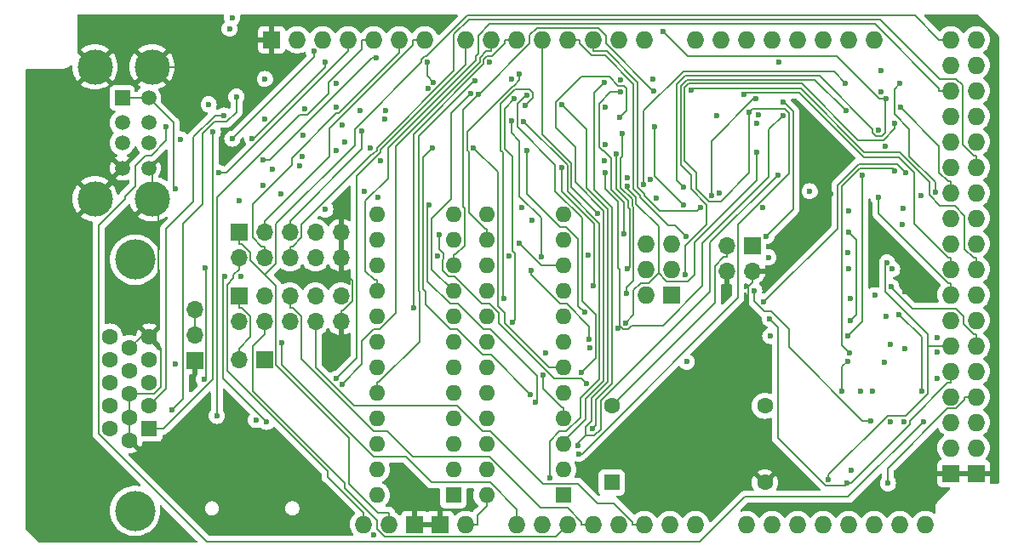
<source format=gbr>
%TF.GenerationSoftware,KiCad,Pcbnew,8.0.4+dfsg-1*%
%TF.CreationDate,2024-12-19T01:54:21-05:00*%
%TF.ProjectId,VGA_SRAM_Shield,5647415f-5352-4414-9d5f-536869656c64,rev?*%
%TF.SameCoordinates,Original*%
%TF.FileFunction,Copper,L2,Inr*%
%TF.FilePolarity,Positive*%
%FSLAX46Y46*%
G04 Gerber Fmt 4.6, Leading zero omitted, Abs format (unit mm)*
G04 Created by KiCad (PCBNEW 8.0.4+dfsg-1) date 2024-12-19 01:54:21*
%MOMM*%
%LPD*%
G01*
G04 APERTURE LIST*
%TA.AperFunction,ComponentPad*%
%ADD10O,1.727200X1.727200*%
%TD*%
%TA.AperFunction,ComponentPad*%
%ADD11R,1.727200X1.727200*%
%TD*%
%TA.AperFunction,ComponentPad*%
%ADD12R,1.700000X1.700000*%
%TD*%
%TA.AperFunction,ComponentPad*%
%ADD13O,1.700000X1.700000*%
%TD*%
%TA.AperFunction,ComponentPad*%
%ADD14R,1.500000X1.500000*%
%TD*%
%TA.AperFunction,ComponentPad*%
%ADD15C,1.500000*%
%TD*%
%TA.AperFunction,ComponentPad*%
%ADD16C,3.500000*%
%TD*%
%TA.AperFunction,ComponentPad*%
%ADD17C,4.000000*%
%TD*%
%TA.AperFunction,ComponentPad*%
%ADD18R,1.600000X1.600000*%
%TD*%
%TA.AperFunction,ComponentPad*%
%ADD19C,1.600000*%
%TD*%
%TA.AperFunction,ComponentPad*%
%ADD20O,1.600000X1.600000*%
%TD*%
%TA.AperFunction,ViaPad*%
%ADD21C,0.600000*%
%TD*%
%TA.AperFunction,Conductor*%
%ADD22C,0.200000*%
%TD*%
G04 APERTURE END LIST*
D10*
%TO.N,3.3V*%
%TO.C,A1*%
X63195200Y-181991000D03*
%TO.N,5V*%
X65735200Y-181991000D03*
%TO.N,N/C*%
X93802200Y-154051000D03*
%TO.N,5V*%
X121615200Y-133731000D03*
X124155200Y-133731000D03*
%TO.N,Net-(J1-Pin_2)*%
X78435200Y-181991000D03*
%TO.N,Net-(J1-Pin_3)*%
X80975200Y-181991000D03*
%TO.N,Net-(J1-Pin_4)*%
X83515200Y-181991000D03*
%TO.N,Net-(J1-Pin_5)*%
X86055200Y-181991000D03*
%TO.N,Net-(J1-Pin_9)*%
X88595200Y-181991000D03*
%TO.N,Net-(J1-Pin_8)*%
X91135200Y-181991000D03*
%TO.N,Net-(J1-Pin_7)*%
X93675200Y-181991000D03*
%TO.N,Net-(J1-Pin_6)*%
X96215200Y-181991000D03*
%TO.N,DATA11*%
X101295200Y-181991000D03*
%TO.N,DATA12*%
X103835200Y-181991000D03*
%TO.N,DATA13*%
X106375200Y-181991000D03*
%TO.N,DATA14*%
X108915200Y-181991000D03*
%TO.N,unconnected-(A1-CANRX-PadCANR)*%
X116535200Y-181991000D03*
%TO.N,unconnected-(A1-CANTX-PadCANT)*%
X119075200Y-181991000D03*
%TO.N,unconnected-(A1-D0{slash}RX0-PadD0)*%
X91135200Y-133731000D03*
%TO.N,unconnected-(A1-D1{slash}TX0-PadD1)*%
X88595200Y-133731000D03*
%TO.N,/MCU OE*%
X86055200Y-133731000D03*
%TO.N,/MCU CE*%
X83515200Y-133731000D03*
%TO.N,/MCU WE*%
X80975200Y-133731000D03*
%TO.N,RESOLUTION*%
X78435200Y-133731000D03*
%TO.N,Net-(A1-PadD6)*%
X75895200Y-133731000D03*
%TO.N,Net-(A1-PadD7)*%
X73355200Y-133731000D03*
%TO.N,D0*%
X69291200Y-133731000D03*
%TO.N,D1*%
X66751200Y-133731000D03*
%TO.N,SD_CS*%
X64211200Y-133731000D03*
%TO.N,MCUMEMADDR7*%
X61671200Y-133731000D03*
%TO.N,MCUMEMADDR8*%
X59131200Y-133731000D03*
%TO.N,D2*%
X56591200Y-133731000D03*
%TO.N,MCUMEMADDR4*%
X96215200Y-133731000D03*
%TO.N,MCUMEMADDR5*%
X98755200Y-133731000D03*
%TO.N,Net-(A1-D16{slash}TX2)*%
X101295200Y-133731000D03*
%TO.N,Net-(A1-D17{slash}RX2)*%
X103835200Y-133731000D03*
%TO.N,Net-(A1-D18{slash}TX1)*%
X106375200Y-133731000D03*
%TO.N,Net-(A1-D19{slash}RX1)*%
X108915200Y-133731000D03*
%TO.N,unconnected-(A1-D20{slash}SDA-PadD20)*%
X111455200Y-133731000D03*
%TO.N,unconnected-(A1-D21{slash}SCL-PadD21)*%
X113995200Y-133731000D03*
%TO.N,~{SCREEN_VISIBLE}*%
X121615200Y-136271000D03*
%TO.N,~{V_VISIBLE}*%
X124155200Y-136271000D03*
%TO.N,H_VISIBLE*%
X121615200Y-138811000D03*
%TO.N,MCUMEMADDR0*%
X124155200Y-138811000D03*
%TO.N,MCUMEMADDR1*%
X121615200Y-141351000D03*
%TO.N,MCUMEMADDR2*%
X124155200Y-141351000D03*
%TO.N,MCUMEMADDR3*%
X121615200Y-143891000D03*
%TO.N,MCUMEMADDR6*%
X124155200Y-143891000D03*
%TO.N,MCUMEMADDR9*%
X121615200Y-146431000D03*
%TO.N,D3*%
X124155200Y-146431000D03*
%TO.N,MCUMEMADDR10*%
X121615200Y-148971000D03*
%TO.N,MCUMEMADDR11*%
X124155200Y-148971000D03*
%TO.N,MCUMEMADDR12*%
X121615200Y-151511000D03*
%TO.N,MCUMEMADDR13*%
X124155200Y-151511000D03*
%TO.N,MCUMEMADDR14*%
X121615200Y-154051000D03*
%TO.N,MCUMEMADDR15*%
X124155200Y-154051000D03*
%TO.N,MCUMEMADDR16*%
X121615200Y-156591000D03*
%TO.N,MCUMEMADDR17*%
X124155200Y-156591000D03*
%TO.N,MCUMEMADDR18*%
X121615200Y-159131000D03*
%TO.N,MCUMEMADDR19*%
X124155200Y-159131000D03*
%TO.N,D4*%
X121615200Y-161671000D03*
%TO.N,D5*%
X124155200Y-161671000D03*
%TO.N,DATA7*%
X121615200Y-164211000D03*
%TO.N,DATA6*%
X124155200Y-164211000D03*
%TO.N,DATA5*%
X121615200Y-166751000D03*
%TO.N,DATA4*%
X124155200Y-166751000D03*
%TO.N,DATA3*%
X121615200Y-169291000D03*
%TO.N,DATA2*%
X124155200Y-169291000D03*
%TO.N,DATA1*%
X121615200Y-171831000D03*
%TO.N,DATA0*%
X124155200Y-171831000D03*
%TO.N,DATA15*%
X121615200Y-174371000D03*
%TO.N,DATA8*%
X124155200Y-174371000D03*
%TO.N,DATA9*%
X111455200Y-181991000D03*
%TO.N,DATA10*%
X113995200Y-181991000D03*
D11*
%TO.N,GND*%
X54051200Y-133731000D03*
X68275200Y-181991000D03*
X70815200Y-181991000D03*
%TO.N,N/C*%
X93802200Y-159131000D03*
%TO.N,GND*%
X121615200Y-176911000D03*
X124155200Y-176911000D03*
D10*
%TO.N,N/C*%
X91262200Y-154051000D03*
X93802200Y-156591000D03*
X91262200Y-159131000D03*
X91262200Y-156591000D03*
%TO.N,PWR*%
X73355200Y-181991000D03*
%TD*%
D12*
%TO.N,PWR*%
%TO.C,J2*%
X101845500Y-154231800D03*
D13*
X99305500Y-154231800D03*
%TO.N,GND*%
X101845500Y-156771800D03*
X99305500Y-156771800D03*
%TD*%
D12*
%TO.N,GND*%
%TO.C,J6*%
X46400000Y-165700000D03*
D13*
%TO.N,Net-(J6-Pin_2)*%
X46400000Y-163160000D03*
X46400000Y-160620000D03*
%TD*%
D12*
%TO.N,PWR*%
%TO.C,J1*%
X50800000Y-159258000D03*
D13*
%TO.N,Net-(J1-Pin_2)*%
X50800000Y-161798000D03*
%TO.N,Net-(J1-Pin_3)*%
X53340000Y-159258000D03*
%TO.N,Net-(J1-Pin_4)*%
X53340000Y-161798000D03*
%TO.N,Net-(J1-Pin_5)*%
X55880000Y-159258000D03*
%TO.N,Net-(J1-Pin_6)*%
X55880000Y-161798000D03*
%TO.N,Net-(J1-Pin_7)*%
X58420000Y-159258000D03*
%TO.N,Net-(J1-Pin_8)*%
X58420000Y-161798000D03*
%TO.N,Net-(J1-Pin_9)*%
X60960000Y-159258000D03*
%TO.N,GND*%
X60960000Y-161798000D03*
%TD*%
D14*
%TO.N,PWR*%
%TO.C,J5*%
X39194300Y-139502000D03*
D15*
%TO.N,Net-(A1-D18{slash}TX1)*%
X39194300Y-142002000D03*
%TO.N,Net-(A1-D19{slash}RX1)*%
X39194300Y-144002000D03*
%TO.N,GND*%
X39194300Y-146502000D03*
%TO.N,PWR*%
X41814300Y-139502000D03*
%TO.N,Net-(A1-D16{slash}TX2)*%
X41814300Y-142002000D03*
%TO.N,Net-(A1-D17{slash}RX2)*%
X41814300Y-144002000D03*
%TO.N,GND*%
X41814300Y-146502000D03*
D16*
X36484300Y-136432000D03*
X36484300Y-149572000D03*
X42164300Y-136432000D03*
X42164300Y-149572000D03*
%TD*%
D17*
%TO.N,N/C*%
%TO.C,J3*%
X40470000Y-155633000D03*
X40470000Y-180633000D03*
D18*
%TO.N,Net-(J3-Pad1)*%
X41890000Y-172448000D03*
D19*
%TO.N,Net-(J3-Pad2)*%
X41890000Y-170158000D03*
%TO.N,Net-(J3-Pad3)*%
X41890000Y-167868000D03*
%TO.N,unconnected-(J3-Pad4)*%
X41890000Y-165578000D03*
%TO.N,GND*%
X41890000Y-163288000D03*
X39910000Y-173593000D03*
X39910000Y-171303000D03*
X39910000Y-169013000D03*
%TO.N,unconnected-(J3-Pad9)*%
X39910000Y-166723000D03*
%TO.N,GND*%
X39910000Y-164433000D03*
%TO.N,unconnected-(J3-Pad11)*%
X37930000Y-172448000D03*
%TO.N,unconnected-(J3-Pad12)*%
X37930000Y-170158000D03*
%TO.N,Net-(J3-Pad13)*%
X37930000Y-167868000D03*
%TO.N,Net-(J3-Pad14)*%
X37930000Y-165578000D03*
%TO.N,unconnected-(J3-Pad15)*%
X37930000Y-163288000D03*
%TD*%
D18*
%TO.N,unconnected-(X1-NC-Pad1)*%
%TO.C,X1*%
X87884000Y-177800000D03*
D19*
%TO.N,GND*%
X103124000Y-177800000D03*
%TO.N,H_CLK*%
X103124000Y-170180000D03*
%TO.N,PWR*%
X87884000Y-170180000D03*
%TD*%
D18*
%TO.N,A0*%
%TO.C,U8*%
X72136000Y-179070000D03*
D20*
%TO.N,A1*%
X72136000Y-176530000D03*
%TO.N,A2*%
X72136000Y-173990000D03*
%TO.N,A3*%
X72136000Y-171450000D03*
%TO.N,A4*%
X72136000Y-168910000D03*
%TO.N,A5*%
X72136000Y-166370000D03*
%TO.N,A6*%
X72136000Y-163830000D03*
%TO.N,A7*%
X72136000Y-161290000D03*
%TO.N,A8*%
X72136000Y-158750000D03*
%TO.N,A9*%
X72136000Y-156210000D03*
%TO.N,unconnected-(U8-I11-Pad11)*%
X72136000Y-153670000D03*
%TO.N,GND*%
X72136000Y-151130000D03*
%TO.N,unconnected-(U8-I13-Pad13)*%
X64516000Y-151130000D03*
%TO.N,unconnected-(U8-IO14-Pad14)*%
X64516000Y-153670000D03*
%TO.N,unconnected-(U8-IO15-Pad15)*%
X64516000Y-156210000D03*
%TO.N,H_VISIBLE*%
X64516000Y-158750000D03*
%TO.N,unconnected-(U8-IO17-Pad17)*%
X64516000Y-161290000D03*
%TO.N,~{H_SYNC}*%
X64516000Y-163830000D03*
%TO.N,unconnected-(U8-IO19-Pad19)*%
X64516000Y-166370000D03*
%TO.N,Net-(U3-~{MR})*%
X64516000Y-168910000D03*
%TO.N,unconnected-(U8-IO21-Pad21)*%
X64516000Y-171450000D03*
%TO.N,unconnected-(U8-IO22-Pad22)*%
X64516000Y-173990000D03*
%TO.N,Net-(U8-IO23)*%
X64516000Y-176530000D03*
%TO.N,PWR*%
X64516000Y-179070000D03*
%TD*%
D12*
%TO.N,RESOLUTION*%
%TO.C,JP1*%
X53345000Y-165608000D03*
D13*
%TO.N,PWR*%
X50805000Y-165608000D03*
%TD*%
D18*
%TO.N,Net-(U5-Q0)*%
%TO.C,U9*%
X83058000Y-179070000D03*
D20*
%TO.N,A10*%
X83058000Y-176530000D03*
%TO.N,A11*%
X83058000Y-173990000D03*
%TO.N,A12*%
X83058000Y-171450000D03*
%TO.N,A13*%
X83058000Y-168910000D03*
%TO.N,A14*%
X83058000Y-166370000D03*
%TO.N,A15*%
X83058000Y-163830000D03*
%TO.N,A16*%
X83058000Y-161290000D03*
%TO.N,A17*%
X83058000Y-158750000D03*
%TO.N,A18*%
X83058000Y-156210000D03*
%TO.N,H_VISIBLE*%
X83058000Y-153670000D03*
%TO.N,GND*%
X83058000Y-151130000D03*
%TO.N,unconnected-(U9-I13-Pad13)*%
X75438000Y-151130000D03*
%TO.N,~{V_VISIBLE}*%
X75438000Y-153670000D03*
%TO.N,V_FRONT_PORCH*%
X75438000Y-156210000D03*
%TO.N,~{V_SYNC}*%
X75438000Y-158750000D03*
%TO.N,unconnected-(U9-IO17-Pad17)*%
X75438000Y-161290000D03*
%TO.N,unconnected-(U9-IO18-Pad18)*%
X75438000Y-163830000D03*
%TO.N,unconnected-(U9-IO19-Pad19)*%
X75438000Y-166370000D03*
%TO.N,~{V_RESET}*%
X75438000Y-168910000D03*
%TO.N,~{SCREEN_VISIBLE}*%
X75438000Y-171450000D03*
%TO.N,unconnected-(U9-IO22-Pad22)*%
X75438000Y-173990000D03*
%TO.N,Net-(U8-IO23)*%
X75438000Y-176530000D03*
%TO.N,PWR*%
X75438000Y-179070000D03*
%TD*%
D12*
%TO.N,5V*%
%TO.C,J7*%
X50800000Y-152908000D03*
D13*
%TO.N,3.3V*%
X50800000Y-155448000D03*
%TO.N,D0*%
X53340000Y-152908000D03*
%TO.N,D1*%
X53340000Y-155448000D03*
%TO.N,D2*%
X55880000Y-152908000D03*
%TO.N,D3*%
X55880000Y-155448000D03*
%TO.N,D4*%
X58420000Y-152908000D03*
%TO.N,D5*%
X58420000Y-155448000D03*
%TO.N,GND*%
X60960000Y-152908000D03*
X60960000Y-155448000D03*
%TD*%
D21*
%TO.N,PWR*%
X114055200Y-159155600D03*
X104530900Y-135981300D03*
X44476700Y-148532700D03*
X114654400Y-136810000D03*
X75756000Y-135966900D03*
%TO.N,Net-(U3-~{MR})*%
X74295400Y-137840300D03*
X77938700Y-137629300D03*
X88781100Y-137705700D03*
%TO.N,H_VISIBLE*%
X50832300Y-149730400D03*
%TO.N,~{H_SYNC}*%
X50975300Y-157305200D03*
%TO.N,~{V_RESET}*%
X78033700Y-161844200D03*
X47329200Y-167540000D03*
X78187800Y-139634000D03*
X47468800Y-156462800D03*
%TO.N,~{SCREEN_VISIBLE}*%
X120251800Y-163422900D03*
X49384100Y-157325300D03*
X53560100Y-171777500D03*
%TO.N,Net-(J1-Pin_2)*%
X55097300Y-163866100D03*
%TO.N,GND*%
X117021500Y-158853200D03*
X109686700Y-149069600D03*
%TO.N,~{V_VISIBLE}*%
X78706500Y-137167300D03*
%TO.N,Net-(A1-D19{slash}RX1)*%
X49866100Y-132620600D03*
%TO.N,SD_CS*%
X48598500Y-171178900D03*
%TO.N,Net-(J1-Pin_6)*%
X64225000Y-183025000D03*
%TO.N,Net-(J3-Pad2)*%
X49343200Y-141275600D03*
%TO.N,Net-(J3-Pad13)*%
X59386600Y-150633400D03*
%TO.N,Net-(J3-Pad1)*%
X48202500Y-142937100D03*
%TO.N,Net-(U2-B0)*%
X53167600Y-148220900D03*
%TO.N,Net-(U2-B1)*%
X111325700Y-165759600D03*
X110807800Y-168690500D03*
X44481100Y-165973700D03*
%TO.N,Net-(U2-B2)*%
X70763700Y-153166600D03*
X112658900Y-168683400D03*
X85392000Y-167966700D03*
%TO.N,Net-(U2-B3)*%
X113665000Y-171644800D03*
X102062300Y-158720300D03*
X77673000Y-155218000D03*
%TO.N,Net-(U2-B4)*%
X113848100Y-168699100D03*
X44957200Y-143642000D03*
%TO.N,Net-(U2-B5)*%
X50114000Y-131516200D03*
X116942600Y-171779900D03*
%TO.N,Net-(U2-B6)*%
X115588700Y-171756500D03*
X50546000Y-139394000D03*
X44146700Y-170580200D03*
%TO.N,Net-(U2-B7)*%
X43548900Y-142413200D03*
X118874900Y-171760900D03*
%TO.N,MEMADDR0*%
X85538500Y-155172600D03*
X89070500Y-153029400D03*
X88764300Y-138937600D03*
%TO.N,MEMADDR13*%
X79409100Y-144761400D03*
X85182700Y-160861400D03*
X115593100Y-164054100D03*
%TO.N,MEMADDR14*%
X69731100Y-150163700D03*
X120216700Y-167467800D03*
X80299800Y-169834100D03*
%TO.N,MEMADDR2*%
X87201400Y-144173600D03*
X61080900Y-142188300D03*
%TO.N,MEMADDR9*%
X111594100Y-159475600D03*
X70568100Y-155273900D03*
%TO.N,MEMADDR10*%
X82879200Y-146481300D03*
X86070700Y-158193000D03*
X115188500Y-161306300D03*
%TO.N,MEMADDR11*%
X117019700Y-164505800D03*
X85659400Y-163554600D03*
X79841900Y-156729100D03*
X79945800Y-151730900D03*
%TO.N,DATA6*%
X111687900Y-176601000D03*
X115690300Y-158339700D03*
%TO.N,MEMADDR5*%
X91681100Y-147642100D03*
X116832500Y-150484000D03*
X56865700Y-146277200D03*
%TO.N,MEMADDR4*%
X57080000Y-145345400D03*
X89403800Y-147460600D03*
%TO.N,/MCU CE*%
X103480900Y-155399400D03*
X95272500Y-153276200D03*
%TO.N,MEMADDR12*%
X120245700Y-164819500D03*
X95340900Y-165797100D03*
%TO.N,MEMADDR3*%
X87140800Y-145774000D03*
X57139600Y-143245800D03*
%TO.N,Net-(J1-Pin_3)*%
X52496700Y-171595000D03*
%TO.N,~{OE}*%
X111637200Y-161693800D03*
X111431700Y-152884000D03*
%TO.N,MEMADDR7*%
X116818400Y-152084000D03*
X92276300Y-149524500D03*
X55008800Y-149041600D03*
%TO.N,MEMADDR18*%
X111534700Y-164951400D03*
X116059200Y-146752200D03*
%TO.N,MEMADDR16*%
X104940300Y-139937300D03*
X103277600Y-153290400D03*
%TO.N,MEMADDR17*%
X103010100Y-159863300D03*
X117134000Y-146972600D03*
%TO.N,MEMADDR19*%
X111374600Y-163183500D03*
X112783100Y-147184400D03*
%TO.N,MEMADDR8*%
X118615000Y-149210900D03*
X70170400Y-137948000D03*
X69572600Y-135947500D03*
%TO.N,MEMADDR1*%
X98364600Y-141267800D03*
X57366600Y-140613900D03*
%TO.N,MEMADDR6*%
X98608400Y-149031800D03*
X54091800Y-146590900D03*
X111431700Y-150754300D03*
%TO.N,~{VGA_OUT}*%
X114965100Y-165813600D03*
%TO.N,A1*%
X116052600Y-142052900D03*
X101541400Y-140981700D03*
X84604700Y-174943000D03*
%TO.N,A2*%
X115066300Y-144309200D03*
X82945200Y-140164600D03*
X84567300Y-174131900D03*
X104394200Y-147195700D03*
%TO.N,A0*%
X87142500Y-138005600D03*
X114686500Y-138917400D03*
X85939400Y-172473600D03*
%TO.N,A3*%
X89445900Y-156561600D03*
X114452200Y-142708800D03*
X88340200Y-145129300D03*
%TO.N,H_CLK*%
X92172900Y-142386100D03*
X95028400Y-150138400D03*
%TO.N,A6*%
X87214100Y-146974300D03*
X88529200Y-162459400D03*
X104892500Y-141290000D03*
X81336500Y-164934200D03*
%TO.N,A4*%
X89388800Y-158996400D03*
X85681000Y-164433900D03*
X88968300Y-143079900D03*
%TO.N,A5*%
X77138400Y-159515600D03*
X102496300Y-141224500D03*
X79249700Y-140269500D03*
%TO.N,A7*%
X89448000Y-148293000D03*
X89252100Y-161944600D03*
X102271600Y-144894200D03*
%TO.N,A8*%
X92012300Y-137607300D03*
X73838500Y-139101400D03*
%TO.N,A9*%
X74644700Y-139143900D03*
X92090400Y-138807600D03*
%TO.N,Net-(U5-Q0)*%
X81718700Y-177324200D03*
X79128600Y-141902100D03*
%TO.N,Net-(A1-PadD6)*%
X61038700Y-168061800D03*
%TO.N,A10*%
X84880900Y-166855300D03*
X87214900Y-140406200D03*
X79439800Y-139298000D03*
%TO.N,A11*%
X65340800Y-141614800D03*
X88704600Y-141443200D03*
%TO.N,A12*%
X77883600Y-141791600D03*
X81024600Y-167150100D03*
X80891400Y-155367100D03*
%TO.N,A13*%
X79821000Y-169042000D03*
X70017500Y-144502800D03*
%TO.N,A15*%
X78915500Y-150427700D03*
%TO.N,A14*%
X74132500Y-144502800D03*
%TO.N,RESOLUTION*%
X68166500Y-160425100D03*
%TO.N,A16*%
X91052900Y-148173900D03*
X111152400Y-138048700D03*
%TO.N,A18*%
X95170200Y-157119400D03*
X111154900Y-140762300D03*
X78650600Y-153976600D03*
%TO.N,A17*%
X115183600Y-139564900D03*
X95015000Y-148394800D03*
X92958000Y-132923700D03*
%TO.N,/MCU WE*%
X111392300Y-154889200D03*
X86488500Y-150991600D03*
%TO.N,DATA7*%
X109441600Y-177513900D03*
X115265200Y-155903600D03*
%TO.N,~{TIMING ADDR}*%
X120098900Y-148912800D03*
X116553000Y-138080000D03*
%TO.N,Net-(U16-Pad8)*%
X111446100Y-156565600D03*
X115774300Y-156565600D03*
%TO.N,Net-(A1-PadD7)*%
X60480600Y-167461600D03*
%TO.N,DATA3*%
X118712300Y-168694400D03*
X116485100Y-161096000D03*
%TO.N,D2*%
X63014900Y-142777300D03*
%TO.N,DATA5*%
X111306200Y-177899100D03*
X103581500Y-161501700D03*
%TO.N,/MCU OE*%
X102935200Y-150456100D03*
X96700700Y-150456100D03*
%TO.N,MCUMEMADDR1*%
X62828100Y-140771700D03*
%TO.N,DATA2*%
X115351900Y-177895700D03*
%TO.N,MCUMEMADDR17*%
X95771300Y-138728800D03*
%TO.N,MCUMEMADDR10*%
X116626800Y-140470100D03*
X60497200Y-140441900D03*
%TO.N,Net-(U1-~{WE})*%
X103655900Y-163219500D03*
%TO.N,Net-(U11-CE)*%
X102202800Y-139604600D03*
X97808200Y-149209300D03*
X69616300Y-138556700D03*
%TO.N,MCUMEMADDR4*%
X50149400Y-143572700D03*
X58237400Y-134894800D03*
%TO.N,MCUMEMADDR7*%
X48800400Y-146970000D03*
%TO.N,MCUMEMADDR15*%
X64588600Y-149402100D03*
%TO.N,MCUMEMADDR18*%
X114413800Y-149417900D03*
%TO.N,MCUMEMADDR8*%
X60496300Y-138080000D03*
%TO.N,MCUMEMADDR6*%
X64481100Y-135494900D03*
X53207300Y-145700000D03*
%TO.N,MCUMEMADDR5*%
X59399800Y-135928700D03*
X52119500Y-143568200D03*
%TO.N,MCUMEMADDR9*%
X63901600Y-144502800D03*
%TO.N,MCUMEMADDR3*%
X53387300Y-141584300D03*
%TO.N,MCUMEMADDR11*%
X61302000Y-143893500D03*
%TO.N,MCUMEMADDR14*%
X63245500Y-148856200D03*
%TO.N,MCUMEMADDR0*%
X53393300Y-137632600D03*
%TO.N,MCUMEMADDR2*%
X47792200Y-140162300D03*
%TO.N,MCUMEMADDR16*%
X101002500Y-139204500D03*
%TO.N,MCUMEMADDR12*%
X60481600Y-144770500D03*
%TO.N,MCUMEMADDR19*%
X107578700Y-148811800D03*
%TO.N,MCUMEMADDR13*%
X64893600Y-145774100D03*
%TO.N,A19*%
X102305600Y-142068000D03*
X65425300Y-140812100D03*
%TD*%
D22*
%TO.N,Net-(U2-B7)*%
X36824700Y-172946800D02*
X47577900Y-183700000D01*
X101095500Y-179250300D02*
X111385500Y-179250300D01*
X47577900Y-183700000D02*
X96645800Y-183700000D01*
X36824700Y-152211600D02*
X36824700Y-172946800D01*
X39465900Y-149570400D02*
X36824700Y-152211600D01*
X40504300Y-148280200D02*
X39465900Y-149318600D01*
X40504300Y-146278800D02*
X40504300Y-148280200D01*
X43548900Y-142413200D02*
X43548900Y-143781000D01*
X41531100Y-145252000D02*
X40504300Y-146278800D01*
X43548900Y-143781000D02*
X42077900Y-145252000D01*
X42077900Y-145252000D02*
X41531100Y-145252000D01*
X39465900Y-149318600D02*
X39465900Y-149570400D01*
X96645800Y-183700000D02*
X101095500Y-179250300D01*
X111385500Y-179250300D02*
X118874900Y-171760900D01*
%TO.N,Net-(J1-Pin_4)*%
X52194800Y-164213000D02*
X52194800Y-168695300D01*
X61342100Y-178360100D02*
X64571600Y-181589600D01*
X52194800Y-168695300D02*
X61342100Y-177842600D01*
X64571600Y-181589600D02*
X64571600Y-182472979D01*
X53340000Y-161798000D02*
X53340000Y-163067800D01*
X61342100Y-177842600D02*
X61342100Y-178360100D01*
X82320700Y-183185500D02*
X83515200Y-181991000D01*
X53340000Y-163067800D02*
X52194800Y-164213000D01*
X65284121Y-183185500D02*
X82320700Y-183185500D01*
X64571600Y-182472979D02*
X65284121Y-183185500D01*
%TO.N,PWR*%
X87884000Y-170180000D02*
X98155400Y-159908600D01*
X51950100Y-161270600D02*
X51087600Y-160408100D01*
X75438000Y-179070000D02*
X75438000Y-180170100D01*
X50800000Y-159258000D02*
X50800000Y-160408100D01*
X73355200Y-181991000D02*
X74518900Y-181991000D01*
X99305500Y-154231800D02*
X99305500Y-155381900D01*
X99017900Y-155381900D02*
X99305500Y-155381900D01*
X50805000Y-164457900D02*
X51950100Y-163312800D01*
X98155400Y-159908600D02*
X98155400Y-156244400D01*
X50805000Y-165608000D02*
X50805000Y-164457900D01*
X75438000Y-180170100D02*
X74518900Y-181089200D01*
X98155400Y-156244400D02*
X99017900Y-155381900D01*
X41814300Y-139502000D02*
X39194300Y-139502000D01*
X44302300Y-141990000D02*
X41814300Y-139502000D01*
X44476700Y-148532700D02*
X44302300Y-148358300D01*
X44302300Y-148358300D02*
X44302300Y-141990000D01*
X51087600Y-160408100D02*
X50800000Y-160408100D01*
X51950100Y-163312800D02*
X51950100Y-161270600D01*
X74518900Y-181089200D02*
X74518900Y-181991000D01*
%TO.N,Net-(U3-~{MR})*%
X68683700Y-143336800D02*
X68683700Y-158769800D01*
X74180200Y-137840300D02*
X68683700Y-143336800D01*
X68766600Y-158852700D02*
X68766600Y-163787200D01*
X68683700Y-158769800D02*
X68766600Y-158852700D01*
X68766600Y-163787200D02*
X64743900Y-167809900D01*
X64516000Y-168910000D02*
X64516000Y-167809900D01*
X74295400Y-137840300D02*
X74180200Y-137840300D01*
X64743900Y-167809900D02*
X64516000Y-167809900D01*
%TO.N,H_VISIBLE*%
X63385200Y-156747100D02*
X64288000Y-157649900D01*
X64516000Y-158750000D02*
X64516000Y-157649900D01*
X74355700Y-135799800D02*
X65608700Y-144546800D01*
X120451500Y-138539800D02*
X114071400Y-132159700D01*
X65608700Y-147529500D02*
X63385200Y-149753000D01*
X120451500Y-138811000D02*
X120451500Y-138539800D01*
X64288000Y-157649900D02*
X64516000Y-157649900D01*
X63385200Y-149753000D02*
X63385200Y-156747100D01*
X65608700Y-144546800D02*
X65608700Y-147529500D01*
X75761300Y-132159700D02*
X74625200Y-133295800D01*
X74625200Y-135117500D02*
X74355700Y-135387000D01*
X74625200Y-133295800D02*
X74625200Y-135117500D01*
X121615200Y-138811000D02*
X120451500Y-138811000D01*
X114071400Y-132159700D02*
X75761300Y-132159700D01*
X74355700Y-135387000D02*
X74355700Y-135799800D01*
%TO.N,~{V_RESET}*%
X78273100Y-154969400D02*
X78033700Y-154730000D01*
X78033700Y-154730000D02*
X78033700Y-145340700D01*
X78273100Y-161604800D02*
X78273100Y-154969400D01*
X77245700Y-144552700D02*
X77245700Y-140576100D01*
X77245700Y-140576100D02*
X78187800Y-139634000D01*
X47550200Y-156544200D02*
X47468800Y-156462800D01*
X78033700Y-145340700D02*
X77245700Y-144552700D01*
X47329200Y-167540000D02*
X47550200Y-167319000D01*
X47550200Y-167319000D02*
X47550200Y-156544200D01*
X78033700Y-161844200D02*
X78273100Y-161604800D01*
%TO.N,~{SCREEN_VISIBLE}*%
X49198700Y-157510700D02*
X49198700Y-167416100D01*
X49384100Y-157325300D02*
X49198700Y-157510700D01*
X49198700Y-167416100D02*
X53560100Y-171777500D01*
%TO.N,Net-(J1-Pin_2)*%
X67437900Y-175260000D02*
X69977900Y-177800000D01*
X69977900Y-177800000D02*
X75775700Y-177800000D01*
X78435200Y-180459500D02*
X78435200Y-181991000D01*
X55097300Y-163866100D02*
X55097300Y-166137300D01*
X64220000Y-175260000D02*
X67437900Y-175260000D01*
X75775700Y-177800000D02*
X78435200Y-180459500D01*
X55097300Y-166137300D02*
X64220000Y-175260000D01*
%TO.N,GND*%
X36484300Y-149212000D02*
X36484300Y-149572000D01*
X101845500Y-157921900D02*
X101445400Y-158322000D01*
X39194300Y-146502000D02*
X36484300Y-149212000D01*
X42164300Y-136432000D02*
X50186500Y-136432000D01*
X41890000Y-163288000D02*
X42787200Y-162390800D01*
X41055000Y-163288000D02*
X39910000Y-164433000D01*
X50186500Y-136432000D02*
X52887500Y-133731000D01*
X42357800Y-169013000D02*
X39910000Y-169013000D01*
X62115000Y-157753100D02*
X62115000Y-159731200D01*
X42164300Y-146852000D02*
X42164300Y-149572000D01*
X101445400Y-158322000D02*
X101445400Y-176121400D01*
X60960000Y-161798000D02*
X60960000Y-160647900D01*
X41814300Y-146502000D02*
X42164300Y-146852000D01*
X42787200Y-162390800D02*
X42787200Y-150194900D01*
X41890000Y-163288000D02*
X41055000Y-163288000D01*
X54051200Y-133731000D02*
X52887500Y-133731000D01*
X60960000Y-156598100D02*
X62115000Y-157753100D01*
X39910000Y-171303000D02*
X39910000Y-169013000D01*
X101845500Y-156771800D02*
X101845500Y-157921900D01*
X42787200Y-150194900D02*
X42164300Y-149572000D01*
X43037200Y-168333600D02*
X42357800Y-169013000D01*
X39910000Y-173593000D02*
X39910000Y-171303000D01*
X101445400Y-176121400D02*
X103124000Y-177800000D01*
X61198300Y-160647900D02*
X60960000Y-160647900D01*
X43037200Y-164435200D02*
X43037200Y-168333600D01*
X41890000Y-163288000D02*
X43037200Y-164435200D01*
X60960000Y-155448000D02*
X60960000Y-156598100D01*
X62115000Y-159731200D02*
X61198300Y-160647900D01*
X60960000Y-152908000D02*
X60960000Y-155448000D01*
%TO.N,~{V_VISIBLE}*%
X73664500Y-144883700D02*
X73514400Y-144733600D01*
X78112500Y-138294800D02*
X78183300Y-138294800D01*
X73664500Y-150933900D02*
X73664500Y-144883700D01*
X75438000Y-153670000D02*
X75438000Y-152569900D01*
X75300500Y-152569900D02*
X73664500Y-150933900D01*
X73514400Y-142892900D02*
X78112500Y-138294800D01*
X78706500Y-137771600D02*
X78706500Y-137167300D01*
X73514400Y-144733600D02*
X73514400Y-142892900D01*
X78183300Y-138294800D02*
X78706500Y-137771600D01*
X75438000Y-152569900D02*
X75300500Y-152569900D01*
%TO.N,SD_CS*%
X64211200Y-133731000D02*
X63047500Y-133731000D01*
X59755000Y-139074200D02*
X59755000Y-137966200D01*
X59755000Y-137966200D02*
X63047500Y-134673700D01*
X48598500Y-149444400D02*
X56828900Y-141214000D01*
X56828900Y-141214000D02*
X57615200Y-141214000D01*
X63047500Y-134673700D02*
X63047500Y-133731000D01*
X48598500Y-171178900D02*
X48598500Y-149444400D01*
X57615200Y-141214000D02*
X59755000Y-139074200D01*
%TO.N,Net-(J3-Pad2)*%
X49343200Y-141275600D02*
X48416800Y-141275600D01*
X46291400Y-149804200D02*
X43573100Y-152522500D01*
X46291400Y-143401000D02*
X46291400Y-149804200D01*
X48416800Y-141275600D02*
X46291400Y-143401000D01*
X43573100Y-168474900D02*
X41890000Y-170158000D01*
X43573100Y-152522500D02*
X43573100Y-168474900D01*
%TO.N,Net-(J3-Pad1)*%
X48198300Y-167519600D02*
X48198300Y-142941300D01*
X43269900Y-172448000D02*
X48198300Y-167519600D01*
X48198300Y-142941300D02*
X48202500Y-142937100D01*
X41890000Y-172448000D02*
X42990100Y-172448000D01*
X42990100Y-172448000D02*
X43269900Y-172448000D01*
%TO.N,Net-(U2-B1)*%
X110807800Y-168690500D02*
X110807800Y-166277500D01*
X110807800Y-166277500D02*
X111325700Y-165759600D01*
%TO.N,Net-(U2-B2)*%
X71653000Y-157310200D02*
X71035000Y-156692200D01*
X85392000Y-167966700D02*
X84895500Y-167470200D01*
X74967900Y-160020000D02*
X72258100Y-157310200D01*
X71035000Y-156692200D02*
X71035000Y-155655700D01*
X70763700Y-154620800D02*
X70763700Y-153166600D01*
X76633400Y-161910300D02*
X76633400Y-160917100D01*
X82193300Y-167470200D02*
X76633400Y-161910300D01*
X76633400Y-160917100D02*
X75736300Y-160020000D01*
X84895500Y-167470200D02*
X82193300Y-167470200D01*
X71168200Y-155522500D02*
X71168200Y-155025300D01*
X71168200Y-155025300D02*
X70763700Y-154620800D01*
X72258100Y-157310200D02*
X71653000Y-157310200D01*
X71035000Y-155655700D02*
X71168200Y-155522500D01*
X75736300Y-160020000D02*
X74967900Y-160020000D01*
%TO.N,Net-(U2-B3)*%
X103717900Y-160749900D02*
X103042300Y-160749900D01*
X103042300Y-160749900D02*
X102062300Y-159769900D01*
X105521200Y-162553200D02*
X103717900Y-160749900D01*
X105521200Y-164323800D02*
X105521200Y-162553200D01*
X102062300Y-159769900D02*
X102062300Y-158720300D01*
X112842200Y-171644800D02*
X105521200Y-164323800D01*
X113665000Y-171644800D02*
X112842200Y-171644800D01*
%TO.N,Net-(U2-B6)*%
X48379700Y-141878500D02*
X49589100Y-141878500D01*
X44146700Y-170580200D02*
X45249800Y-169477100D01*
X45249800Y-152050900D02*
X47197500Y-150103200D01*
X45249800Y-169477100D02*
X45249800Y-152050900D01*
X50546000Y-140921600D02*
X50546000Y-139394000D01*
X47197500Y-143060700D02*
X48379700Y-141878500D01*
X47197500Y-150103200D02*
X47197500Y-143060700D01*
X49589100Y-141878500D02*
X50546000Y-140921600D01*
%TO.N,MEMADDR0*%
X86952900Y-144773700D02*
X86601300Y-144422100D01*
X87782400Y-138937600D02*
X88764300Y-138937600D01*
X89070500Y-149895600D02*
X87814200Y-148639300D01*
X89070500Y-153029400D02*
X89070500Y-149895600D01*
X86601300Y-144422100D02*
X86601300Y-140118700D01*
X87814200Y-145543500D02*
X87044400Y-144773700D01*
X87044400Y-144773700D02*
X86952900Y-144773700D01*
X87814200Y-148639300D02*
X87814200Y-145543500D01*
X86601300Y-140118700D02*
X87782400Y-138937600D01*
%TO.N,MEMADDR13*%
X84538300Y-160217000D02*
X85182700Y-160861400D01*
X82744800Y-152400000D02*
X83360000Y-152400000D01*
X79409100Y-144761400D02*
X79409100Y-149064300D01*
X83360000Y-152400000D02*
X84538300Y-153578300D01*
X84538300Y-153578300D02*
X84538300Y-160217000D01*
X79409100Y-149064300D02*
X82744800Y-152400000D01*
%TO.N,MEMADDR14*%
X71815400Y-160020000D02*
X69567800Y-157772400D01*
X80421100Y-169712800D02*
X80421100Y-167194500D01*
X75110200Y-162560000D02*
X72570200Y-160020000D01*
X69567800Y-157772400D02*
X69567800Y-150327000D01*
X80421100Y-167194500D02*
X75786600Y-162560000D01*
X75786600Y-162560000D02*
X75110200Y-162560000D01*
X80299800Y-169834100D02*
X80421100Y-169712800D01*
X72570200Y-160020000D02*
X71815400Y-160020000D01*
X69567800Y-150327000D02*
X69731100Y-150163700D01*
%TO.N,MEMADDR10*%
X86138600Y-152076000D02*
X86138600Y-158125100D01*
X86138600Y-158125100D02*
X86070700Y-158193000D01*
X82879200Y-146481300D02*
X82879200Y-148816600D01*
X82879200Y-148816600D02*
X86138600Y-152076000D01*
%TO.N,MEMADDR11*%
X85659400Y-162261000D02*
X85659400Y-163554600D01*
X83418400Y-160020000D02*
X85659400Y-162261000D01*
X79841900Y-156729100D02*
X79841900Y-157096300D01*
X79841900Y-157096300D02*
X82765600Y-160020000D01*
X82765600Y-160020000D02*
X83418400Y-160020000D01*
%TO.N,DATA6*%
X115690300Y-158425900D02*
X117771600Y-160507200D01*
X124155200Y-164211000D02*
X124155200Y-163047300D01*
X123883900Y-163047300D02*
X124155200Y-163047300D01*
X115690300Y-158339700D02*
X115690300Y-158425900D01*
X122142100Y-160507200D02*
X122885200Y-161250300D01*
X122885200Y-161250300D02*
X122885200Y-162048600D01*
X117771600Y-160507200D02*
X122142100Y-160507200D01*
X122885200Y-162048600D02*
X123883900Y-163047300D01*
%TO.N,/MCU CE*%
X90048100Y-148583600D02*
X90048100Y-138124000D01*
X83515200Y-133731000D02*
X84678900Y-133731000D01*
X95272500Y-153276200D02*
X94209900Y-152213600D01*
X90702800Y-149238300D02*
X90048100Y-148583600D01*
X90702800Y-149396800D02*
X90702800Y-149238300D01*
X85882700Y-135296500D02*
X84678900Y-134092700D01*
X90048100Y-138124000D02*
X87220600Y-135296500D01*
X93519600Y-152213600D02*
X90702800Y-149396800D01*
X94209900Y-152213600D02*
X93519600Y-152213600D01*
X84678900Y-134092700D02*
X84678900Y-133731000D01*
X87220600Y-135296500D02*
X85882700Y-135296500D01*
%TO.N,~{OE}*%
X112199400Y-161131600D02*
X112199400Y-153651700D01*
X112199400Y-153651700D02*
X111431700Y-152884000D01*
X111637200Y-161693800D02*
X112199400Y-161131600D01*
%TO.N,MEMADDR18*%
X110765600Y-148353300D02*
X110765600Y-164182300D01*
X110765600Y-164182300D02*
X111534700Y-164951400D01*
X112560700Y-146558200D02*
X110765600Y-148353300D01*
X116059200Y-146752200D02*
X115865200Y-146558200D01*
X115865200Y-146558200D02*
X112560700Y-146558200D01*
%TO.N,MEMADDR16*%
X104940300Y-139937300D02*
X105019700Y-139937300D01*
X105019700Y-139937300D02*
X105930100Y-140847700D01*
X105930100Y-150637900D02*
X103277600Y-153290400D01*
X105930100Y-140847700D02*
X105930100Y-150637900D01*
%TO.N,MEMADDR17*%
X116271200Y-146109800D02*
X112443300Y-146109800D01*
X110319500Y-148233600D02*
X110319500Y-152553900D01*
X117134000Y-146972600D02*
X116271200Y-146109800D01*
X112443300Y-146109800D02*
X110319500Y-148233600D01*
X110319500Y-152553900D02*
X103010100Y-159863300D01*
%TO.N,MEMADDR19*%
X112783100Y-147184400D02*
X112783100Y-161775000D01*
X112783100Y-161775000D02*
X111374600Y-163183500D01*
%TO.N,MEMADDR8*%
X69572600Y-137350200D02*
X69572600Y-135947500D01*
X70170400Y-137948000D02*
X69572600Y-137350200D01*
%TO.N,A1*%
X101541400Y-146996100D02*
X101541400Y-140981700D01*
X105511700Y-147031100D02*
X105511700Y-140995300D01*
X98724700Y-149812800D02*
X101541400Y-146996100D01*
X100455700Y-159396900D02*
X100455700Y-152087100D01*
X84909600Y-174943000D02*
X100455700Y-159396900D01*
X95129700Y-145794700D02*
X96286000Y-146951000D01*
X95129700Y-138485200D02*
X95129700Y-145794700D01*
X105126200Y-140609800D02*
X101913300Y-140609800D01*
X105511700Y-140995300D02*
X105126200Y-140609800D01*
X100455700Y-152087100D02*
X105511700Y-147031100D01*
X96286000Y-146951000D02*
X96286000Y-148535800D01*
X116052600Y-142052900D02*
X116052600Y-142576100D01*
X116052600Y-142576100D02*
X114919600Y-143709100D01*
X95509400Y-138105500D02*
X95129700Y-138485200D01*
X101913300Y-140609800D02*
X101541400Y-140981700D01*
X114919600Y-143709100D02*
X112374700Y-143709100D01*
X106771100Y-138105500D02*
X95509400Y-138105500D01*
X84604700Y-174943000D02*
X84909600Y-174943000D01*
X96286000Y-148535800D02*
X97563000Y-149812800D01*
X97563000Y-149812800D02*
X98724700Y-149812800D01*
X112374700Y-143709100D02*
X106771100Y-138105500D01*
%TO.N,A2*%
X87520100Y-150608500D02*
X85401000Y-148489400D01*
X85329400Y-173114000D02*
X85329400Y-172234700D01*
X85905900Y-171658200D02*
X85905900Y-169433400D01*
X86783900Y-169687100D02*
X86783900Y-172498400D01*
X85401000Y-148489400D02*
X85401000Y-142620400D01*
X97680700Y-158790300D02*
X86783900Y-169687100D01*
X86783900Y-172498400D02*
X86168300Y-173114000D01*
X86168300Y-173114000D02*
X85329400Y-173114000D01*
X97680700Y-153909200D02*
X97680700Y-158790300D01*
X87520100Y-167819200D02*
X87520100Y-150608500D01*
X84567300Y-173876100D02*
X84567300Y-174131900D01*
X85329400Y-172234700D02*
X85905900Y-171658200D01*
X85905900Y-169433400D02*
X87520100Y-167819200D01*
X104394200Y-147195700D02*
X97680700Y-153909200D01*
X85401000Y-142620400D02*
X82945200Y-140164600D01*
X85329400Y-173114000D02*
X84567300Y-173876100D01*
%TO.N,A0*%
X87920200Y-150442800D02*
X86149900Y-148672500D01*
X86149900Y-148672500D02*
X86149900Y-138998200D01*
X85939400Y-172473600D02*
X86306000Y-172107000D01*
X86306000Y-172107000D02*
X86306000Y-169599100D01*
X86306000Y-169599100D02*
X87920200Y-167984900D01*
X87920200Y-167984900D02*
X87920200Y-150442800D01*
X86149900Y-138998200D02*
X87142500Y-138005600D01*
%TO.N,A3*%
X89445900Y-156561600D02*
X89670600Y-156336900D01*
X89502500Y-149761900D02*
X88340200Y-148599600D01*
X89502500Y-150429400D02*
X89502500Y-149761900D01*
X89670600Y-150597500D02*
X89502500Y-150429400D01*
X89670600Y-156336900D02*
X89670600Y-150597500D01*
X88340200Y-148599600D02*
X88340200Y-145129300D01*
%TO.N,H_CLK*%
X92172900Y-147282900D02*
X95028400Y-150138400D01*
X92172900Y-142386100D02*
X92172900Y-147282900D01*
%TO.N,A6*%
X89003600Y-162544700D02*
X89500700Y-162544700D01*
X103529800Y-147347200D02*
X103529800Y-142652700D01*
X96922800Y-153954200D02*
X103529800Y-147347200D01*
X96922800Y-158249800D02*
X96922800Y-153954200D01*
X87214100Y-146974300D02*
X87214100Y-148605100D01*
X88723800Y-162264800D02*
X88529200Y-162459400D01*
X88470300Y-149861300D02*
X88470300Y-156434600D01*
X89500700Y-162544700D02*
X89885500Y-162159900D01*
X89885500Y-162159900D02*
X93012700Y-162159900D01*
X88723800Y-162264800D02*
X89003600Y-162544700D01*
X93012700Y-162159900D02*
X96922800Y-158249800D01*
X103529800Y-142652700D02*
X104892500Y-141290000D01*
X88652000Y-162193100D02*
X88723800Y-162264800D01*
X87214100Y-148605100D02*
X88470300Y-149861300D01*
X88470300Y-156434600D02*
X88652000Y-156616300D01*
X88652000Y-156616300D02*
X88652000Y-162193100D01*
%TO.N,A4*%
X90070700Y-157748700D02*
X89388800Y-158430600D01*
X88770800Y-145547400D02*
X88770800Y-148464300D01*
X88968300Y-143079900D02*
X88968300Y-145349900D01*
X89388800Y-158430600D02*
X89388800Y-158996400D01*
X89902600Y-150263700D02*
X90070700Y-150431800D01*
X88770800Y-148464300D02*
X89902600Y-149596100D01*
X88968300Y-145349900D02*
X88770800Y-145547400D01*
X89902600Y-149596100D02*
X89902600Y-150263700D01*
X90070700Y-150431800D02*
X90070700Y-157748700D01*
%TO.N,A5*%
X80039900Y-139017900D02*
X79717000Y-138695000D01*
X79317000Y-140269500D02*
X80039900Y-139546600D01*
X78278200Y-138695000D02*
X76845600Y-140127600D01*
X76845600Y-144718400D02*
X77072900Y-144945700D01*
X80039900Y-139546600D02*
X80039900Y-139017900D01*
X77072900Y-159450100D02*
X77138400Y-159515600D01*
X77072900Y-144945700D02*
X77072900Y-159450100D01*
X76845600Y-140127600D02*
X76845600Y-144718400D01*
X79717000Y-138695000D02*
X78278200Y-138695000D01*
X79249700Y-140269500D02*
X79317000Y-140269500D01*
%TO.N,A7*%
X90748500Y-157967200D02*
X90070700Y-158645000D01*
X90070700Y-158645000D02*
X90070700Y-161126000D01*
X90302700Y-150098000D02*
X90302700Y-149404100D01*
X93313900Y-157763800D02*
X92532200Y-156982100D01*
X102271600Y-147720400D02*
X96122600Y-153869400D01*
X92532200Y-156982100D02*
X92532200Y-152327500D01*
X95442000Y-157763800D02*
X93313900Y-157763800D01*
X96122600Y-153869400D02*
X96122600Y-157083200D01*
X102271600Y-144894200D02*
X102271600Y-147720400D01*
X92532200Y-156982100D02*
X91547100Y-157967200D01*
X90070700Y-161126000D02*
X89252100Y-161944600D01*
X90302700Y-149404100D02*
X89448000Y-148549400D01*
X89448000Y-148549400D02*
X89448000Y-148293000D01*
X96122600Y-157083200D02*
X95442000Y-157763800D01*
X91547100Y-157967200D02*
X90748500Y-157967200D01*
X92532200Y-152327500D02*
X90302700Y-150098000D01*
%TO.N,A8*%
X71909100Y-141030800D02*
X73838500Y-139101400D01*
X71909100Y-149575400D02*
X71909100Y-141030800D01*
X69967900Y-156581900D02*
X69967900Y-151516600D01*
X72136000Y-158750000D02*
X69967900Y-156581900D01*
X69967900Y-151516600D02*
X71909100Y-149575400D01*
%TO.N,A9*%
X73253300Y-154220500D02*
X72363900Y-155109900D01*
X73058700Y-150328100D02*
X73253300Y-150522700D01*
X74644700Y-139143900D02*
X73058700Y-140729900D01*
X87325400Y-134127000D02*
X87325400Y-133313200D01*
X79705200Y-133282400D02*
X79705200Y-134114100D01*
X72363900Y-155109900D02*
X72136000Y-155109900D01*
X72136000Y-156210000D02*
X72136000Y-155109900D01*
X87325400Y-133313200D02*
X86572000Y-132559800D01*
X79705200Y-134114100D02*
X74675400Y-139143900D01*
X73253300Y-150522700D02*
X73253300Y-154220500D01*
X74675400Y-139143900D02*
X74644700Y-139143900D01*
X92006000Y-138807600D02*
X87325400Y-134127000D01*
X80427800Y-132559800D02*
X79705200Y-133282400D01*
X92090400Y-138807600D02*
X92006000Y-138807600D01*
X73058700Y-140729900D02*
X73058700Y-150328100D01*
X86572000Y-132559800D02*
X80427800Y-132559800D01*
%TO.N,Net-(U5-Q0)*%
X83375600Y-172720000D02*
X84776300Y-171319300D01*
X81718700Y-173699700D02*
X82698400Y-172720000D01*
X81718700Y-177324200D02*
X81718700Y-173699700D01*
X83479300Y-148850900D02*
X83479300Y-146232800D01*
X86681200Y-152052800D02*
X83479300Y-148850900D01*
X83479300Y-146232800D02*
X79148600Y-141902100D01*
X86681200Y-167526200D02*
X86681200Y-152052800D01*
X84776300Y-171319300D02*
X84776300Y-169431100D01*
X79148600Y-141902100D02*
X79128600Y-141902100D01*
X82698400Y-172720000D02*
X83375600Y-172720000D01*
X84776300Y-169431100D02*
X86681200Y-167526200D01*
%TO.N,Net-(A1-PadD6)*%
X75413800Y-134894700D02*
X74755800Y-135552700D01*
X66408900Y-144312500D02*
X66408900Y-160957200D01*
X63051400Y-166049100D02*
X61038700Y-168061800D01*
X74755800Y-135552700D02*
X74755800Y-135965600D01*
X63051400Y-163684400D02*
X63051400Y-166049100D01*
X75895200Y-133731000D02*
X75895200Y-134894700D01*
X64175800Y-162560000D02*
X63051400Y-163684400D01*
X64806100Y-162560000D02*
X64175800Y-162560000D01*
X74755800Y-135965600D02*
X66408900Y-144312500D01*
X66408900Y-160957200D02*
X64806100Y-162560000D01*
X75895200Y-134894700D02*
X75413800Y-134894700D01*
%TO.N,A10*%
X84938400Y-159768400D02*
X86281100Y-161111100D01*
X78528500Y-142418400D02*
X82279100Y-146169000D01*
X82279100Y-146169000D02*
X82279100Y-148782300D01*
X82279100Y-148782300D02*
X84938400Y-151441600D01*
X84938400Y-151441600D02*
X84938400Y-159768400D01*
X86281100Y-165455100D02*
X84880900Y-166855300D01*
X86281100Y-161111100D02*
X86281100Y-165455100D01*
X78528500Y-140142100D02*
X78528500Y-142418400D01*
X79372600Y-139298000D02*
X78528500Y-140142100D01*
X79439800Y-139298000D02*
X79372600Y-139298000D01*
%TO.N,A11*%
X83058000Y-173740100D02*
X85305800Y-171492300D01*
X87616500Y-137389700D02*
X88532600Y-138305800D01*
X84279600Y-147933800D02*
X84279600Y-144450000D01*
X87101900Y-150756100D02*
X84279600Y-147933800D01*
X89378200Y-138586800D02*
X89378200Y-140769600D01*
X83058000Y-173990000D02*
X83058000Y-173740100D01*
X88532600Y-138305800D02*
X89097200Y-138305800D01*
X82295000Y-142465400D02*
X82295000Y-139917500D01*
X89378200Y-140769600D02*
X88704600Y-141443200D01*
X82295000Y-139917500D02*
X84822800Y-137389700D01*
X85305800Y-171492300D02*
X85305800Y-169467700D01*
X89097200Y-138305800D02*
X89378200Y-138586800D01*
X85305800Y-169467700D02*
X87101900Y-167671600D01*
X84822800Y-137389700D02*
X87616500Y-137389700D01*
X84279600Y-144450000D02*
X82295000Y-142465400D01*
X87101900Y-167671600D02*
X87101900Y-150756100D01*
%TO.N,A12*%
X80891400Y-151485800D02*
X80891400Y-155367100D01*
X82919000Y-170349900D02*
X81024600Y-168455500D01*
X83058000Y-170349900D02*
X82919000Y-170349900D01*
X77883600Y-142997700D02*
X78711700Y-143825800D01*
X77883600Y-141791600D02*
X77883600Y-142997700D01*
X78711700Y-143825800D02*
X78711700Y-149306100D01*
X81024600Y-168455500D02*
X81024600Y-167150100D01*
X78711700Y-149306100D02*
X80891400Y-151485800D01*
X83058000Y-171450000D02*
X83058000Y-170349900D01*
%TO.N,A13*%
X69115900Y-158602000D02*
X69115900Y-145404400D01*
X69115900Y-145404400D02*
X70017500Y-144502800D01*
X69331100Y-158817200D02*
X69115900Y-158602000D01*
X72536600Y-162560000D02*
X71786100Y-162560000D01*
X75879000Y-165100000D02*
X75076600Y-165100000D01*
X69331100Y-160105000D02*
X69331100Y-158817200D01*
X79821000Y-169042000D02*
X75879000Y-165100000D01*
X71786100Y-162560000D02*
X69331100Y-160105000D01*
X75076600Y-165100000D02*
X72536600Y-162560000D01*
%TO.N,A14*%
X77233500Y-160927600D02*
X76538300Y-160232400D01*
X81681000Y-166370000D02*
X77233500Y-161922500D01*
X77233500Y-161922500D02*
X77233500Y-160927600D01*
X76538300Y-160232400D02*
X76538300Y-146908600D01*
X83058000Y-166370000D02*
X81957900Y-166370000D01*
X81957900Y-166370000D02*
X81681000Y-166370000D01*
X76538300Y-146908600D02*
X74132500Y-144502800D01*
%TO.N,RESOLUTION*%
X68166500Y-143120700D02*
X68166500Y-160425100D01*
X75507500Y-135366800D02*
X75155900Y-135718400D01*
X77271500Y-134100100D02*
X76004800Y-135366800D01*
X75155900Y-135718400D02*
X75155900Y-136131400D01*
X75155800Y-136131400D02*
X68166500Y-143120700D01*
X77271500Y-133731000D02*
X77271500Y-134100100D01*
X78435200Y-133731000D02*
X77271500Y-133731000D01*
X76004800Y-135366800D02*
X75507500Y-135366800D01*
X75155900Y-136131400D02*
X75155800Y-136131400D01*
%TO.N,A16*%
X94989400Y-136864000D02*
X91052900Y-140800500D01*
X109967700Y-136864000D02*
X94989400Y-136864000D01*
X111152400Y-138048700D02*
X109967700Y-136864000D01*
X91052900Y-140800500D02*
X91052900Y-148173900D01*
%TO.N,A18*%
X94729600Y-138319500D02*
X94729600Y-146160600D01*
X95170200Y-154255900D02*
X95170200Y-157119400D01*
X97329600Y-150145300D02*
X97329600Y-152096500D01*
X108098000Y-137705400D02*
X95343700Y-137705400D01*
X83058000Y-156210000D02*
X81957900Y-156210000D01*
X95744700Y-147175700D02*
X95744700Y-148560400D01*
X111154900Y-140762300D02*
X108098000Y-137705400D01*
X81957900Y-156210000D02*
X80884000Y-156210000D01*
X94729600Y-146160600D02*
X95744700Y-147175700D01*
X97329600Y-152096500D02*
X95170200Y-154255900D01*
X95343700Y-137705400D02*
X94729600Y-138319500D01*
X80884000Y-156210000D02*
X78650600Y-153976600D01*
X95744700Y-148560400D02*
X97329600Y-150145300D01*
%TO.N,A17*%
X108547300Y-137305300D02*
X95178000Y-137305300D01*
X94329500Y-147709300D02*
X95015000Y-148394800D01*
X113845000Y-142956100D02*
X113845000Y-142603000D01*
X95406300Y-135372000D02*
X92958000Y-132923700D01*
X114197900Y-143309000D02*
X113845000Y-142956100D01*
X95178000Y-137305300D02*
X94329500Y-138153800D01*
X115052300Y-139564900D02*
X115183600Y-139564900D01*
X113845000Y-142603000D02*
X108547300Y-137305300D01*
X114750800Y-143309000D02*
X114197900Y-143309000D01*
X114485400Y-139564900D02*
X110292500Y-135372000D01*
X110292500Y-135372000D02*
X95406300Y-135372000D01*
X115052300Y-139564900D02*
X114485400Y-139564900D01*
X94329500Y-138153800D02*
X94329500Y-147709300D01*
X115052300Y-139564900D02*
X115052300Y-143007500D01*
X115052300Y-143007500D02*
X114750800Y-143309000D01*
%TO.N,/MCU WE*%
X80975200Y-143162900D02*
X83879400Y-146067100D01*
X80975200Y-133731000D02*
X80975200Y-134894700D01*
X83879400Y-148382500D02*
X86488500Y-150991600D01*
X80975200Y-134894700D02*
X80975200Y-143162900D01*
X83879400Y-146067100D02*
X83879400Y-148382500D01*
%TO.N,DATA7*%
X117155500Y-171156400D02*
X119353700Y-168958200D01*
X109441600Y-177513900D02*
X109441600Y-177055000D01*
X115082100Y-158800600D02*
X115082100Y-156086700D01*
X109441600Y-177055000D02*
X115340200Y-171156400D01*
X119353700Y-168958200D02*
X119353700Y-164211000D01*
X121615200Y-164211000D02*
X119353700Y-164211000D01*
X119353700Y-163072200D02*
X115082100Y-158800600D01*
X119353700Y-164211000D02*
X119353700Y-163072200D01*
X115082100Y-156086700D02*
X115265200Y-155903600D01*
X115340200Y-171156400D02*
X117155500Y-171156400D01*
%TO.N,5V*%
X68972500Y-135699000D02*
X68972500Y-135935600D01*
X54495200Y-158249100D02*
X54495200Y-166101000D01*
X54495200Y-166101000D02*
X61790600Y-173396400D01*
X61790600Y-173396400D02*
X61790600Y-177961200D01*
X54490200Y-152031200D02*
X54490200Y-155988000D01*
X68972500Y-135935600D02*
X62301800Y-142606300D01*
X51087600Y-154058100D02*
X51950100Y-154920600D01*
X69324100Y-135347400D02*
X68972500Y-135699000D01*
X53362200Y-157116000D02*
X54495200Y-158249100D01*
X51950100Y-155704000D02*
X53362200Y-157116000D01*
X51950100Y-154920600D02*
X51950100Y-155704000D01*
X50800000Y-154058100D02*
X51087600Y-154058100D01*
X69463200Y-135347400D02*
X69324100Y-135347400D01*
X64656700Y-180827300D02*
X65735200Y-180827300D01*
X62301800Y-142606300D02*
X62301800Y-144219600D01*
X54490200Y-155988000D02*
X53362200Y-157116000D01*
X61790600Y-177961200D02*
X64656700Y-180827300D01*
X120451500Y-133731000D02*
X118043700Y-131323200D01*
X121615200Y-133731000D02*
X120451500Y-133731000D01*
X118043700Y-131323200D02*
X73487400Y-131323200D01*
X62301800Y-144219600D02*
X54490200Y-152031200D01*
X50800000Y-152908000D02*
X50800000Y-154058100D01*
X65735200Y-181991000D02*
X65735200Y-180827300D01*
X73487400Y-131323200D02*
X69463200Y-135347400D01*
%TO.N,~{TIMING ADDR}*%
X116008900Y-138624100D02*
X116553000Y-138080000D01*
X117499000Y-145319400D02*
X117499000Y-142642100D01*
X120098900Y-148912800D02*
X120098900Y-147919300D01*
X117499000Y-142642100D02*
X116008900Y-141152000D01*
X116008900Y-141152000D02*
X116008900Y-138624100D01*
X120098900Y-147919300D02*
X117499000Y-145319400D01*
%TO.N,3.3V*%
X50800000Y-156598100D02*
X50254600Y-157143500D01*
X59618400Y-177250500D02*
X63195200Y-180827300D01*
X59618400Y-176684800D02*
X59618400Y-177250500D01*
X50254600Y-157496900D02*
X49626700Y-158124800D01*
X49626700Y-158124800D02*
X49626700Y-166693100D01*
X49626700Y-166693100D02*
X59618400Y-176684800D01*
X50254600Y-157143500D02*
X50254600Y-157496900D01*
X50800000Y-155448000D02*
X50800000Y-156598100D01*
X63195200Y-181991000D02*
X63195200Y-180827300D01*
%TO.N,Net-(A1-PadD7)*%
X60480600Y-167461600D02*
X62519300Y-165422900D01*
X62519300Y-165422900D02*
X62519300Y-147299600D01*
X64901800Y-144687700D02*
X73355200Y-136234300D01*
X73355200Y-136234300D02*
X73355200Y-133731000D01*
X64901800Y-144917100D02*
X64901800Y-144687700D01*
X62519300Y-147299600D02*
X64901800Y-144917100D01*
%TO.N,D3*%
X73655500Y-131723400D02*
X114611200Y-131723400D01*
X72182100Y-136841700D02*
X72182100Y-133196800D01*
X64501700Y-144522100D02*
X72182100Y-136841700D01*
X64501700Y-144751400D02*
X64501700Y-144522100D01*
X55880000Y-154297900D02*
X56167600Y-154297900D01*
X120535000Y-137647200D02*
X122150800Y-137647200D01*
X123883900Y-145267300D02*
X124155200Y-145267300D01*
X55880000Y-155448000D02*
X55880000Y-154297900D01*
X64150200Y-145102900D02*
X64501700Y-144751400D01*
X64035500Y-145102900D02*
X64150200Y-145102900D01*
X72182100Y-133196800D02*
X73655500Y-131723400D01*
X56167600Y-154297900D02*
X57030100Y-153435400D01*
X122150800Y-137647200D02*
X122779000Y-138275400D01*
X124155200Y-146431000D02*
X124155200Y-145267300D01*
X57030100Y-153435400D02*
X57030100Y-152108300D01*
X122779000Y-138275400D02*
X122779000Y-144162400D01*
X122779000Y-144162400D02*
X123883900Y-145267300D01*
X114611200Y-131723400D02*
X120535000Y-137647200D01*
X57030100Y-152108300D02*
X64035500Y-145102900D01*
%TO.N,D0*%
X53340000Y-151757900D02*
X59774600Y-145323300D01*
X53340000Y-152908000D02*
X53340000Y-151757900D01*
X68127500Y-134232200D02*
X68127500Y-133731000D01*
X69291200Y-133731000D02*
X68127500Y-133731000D01*
X59774600Y-142585100D02*
X68127500Y-134232200D01*
X59774600Y-145323300D02*
X59774600Y-142585100D01*
%TO.N,Net-(J1-Pin_5)*%
X64219300Y-172720000D02*
X65532000Y-172720000D01*
X55880000Y-160408100D02*
X56167600Y-160408100D01*
X57030100Y-165530800D02*
X64219300Y-172720000D01*
X75732100Y-175260000D02*
X80829200Y-180357100D01*
X83528800Y-180357100D02*
X84891500Y-181719800D01*
X55880000Y-159258000D02*
X55880000Y-160408100D01*
X57030100Y-161270600D02*
X57030100Y-165530800D01*
X80829200Y-180357100D02*
X83528800Y-180357100D01*
X65532000Y-172720000D02*
X68072000Y-175260000D01*
X68072000Y-175260000D02*
X75732100Y-175260000D01*
X86055200Y-181991000D02*
X84891500Y-181991000D01*
X84891500Y-181719800D02*
X84891500Y-181991000D01*
X56167600Y-160408100D02*
X57030100Y-161270600D01*
%TO.N,DATA3*%
X118712300Y-163323200D02*
X118712300Y-168694400D01*
X116485100Y-161096000D02*
X118712300Y-163323200D01*
%TO.N,D2*%
X55880000Y-151757900D02*
X63014900Y-144623000D01*
X55880000Y-152908000D02*
X55880000Y-151757900D01*
X63014900Y-144623000D02*
X63014900Y-142777300D01*
%TO.N,Net-(J1-Pin_8)*%
X58420000Y-166354800D02*
X62245200Y-170180000D01*
X72487600Y-170180000D02*
X75027600Y-172720000D01*
X89971500Y-181719800D02*
X89971500Y-181991000D01*
X62245200Y-170180000D02*
X72487600Y-170180000D01*
X86434500Y-179863700D02*
X88115400Y-179863700D01*
X75027600Y-172720000D02*
X75831500Y-172720000D01*
X58420000Y-161798000D02*
X58420000Y-166354800D01*
X75831500Y-172720000D02*
X81053000Y-177941500D01*
X81053000Y-177941500D02*
X84512300Y-177941500D01*
X88115400Y-179863700D02*
X89971500Y-181719800D01*
X91135200Y-181991000D02*
X89971500Y-181991000D01*
X84512300Y-177941500D02*
X86434500Y-179863700D01*
%TO.N,D1*%
X53340000Y-155448000D02*
X53340000Y-154297900D01*
X66751200Y-134894700D02*
X66751200Y-135036600D01*
X52149400Y-150098600D02*
X52149400Y-153394800D01*
X53052500Y-154297900D02*
X53340000Y-154297900D01*
X66751200Y-135036600D02*
X60745800Y-141042000D01*
X52149400Y-153394800D02*
X53052500Y-154297900D01*
X66751200Y-133731000D02*
X66751200Y-134894700D01*
X60745800Y-141042000D02*
X60516700Y-141042000D01*
X56064600Y-146183400D02*
X52149400Y-150098600D01*
X60516700Y-141042000D02*
X56064600Y-145494100D01*
X56064600Y-145494100D02*
X56064600Y-146183400D01*
%TO.N,DATA5*%
X121290600Y-167914700D02*
X121615200Y-167914700D01*
X117542700Y-172059000D02*
X117542700Y-171662600D01*
X111702600Y-177899100D02*
X117542700Y-172059000D01*
X117542700Y-171662600D02*
X121290600Y-167914700D01*
X109163300Y-178114100D02*
X104418000Y-173368800D01*
X111306200Y-177899100D02*
X111702600Y-177899100D01*
X121615200Y-166751000D02*
X121615200Y-167914700D01*
X111306200Y-177899100D02*
X111091200Y-178114100D01*
X104418000Y-173368800D02*
X104418000Y-162338200D01*
X111091200Y-178114100D02*
X109163300Y-178114100D01*
X104418000Y-162338200D02*
X103581500Y-161501700D01*
%TO.N,Net-(J6-Pin_2)*%
X46400000Y-163160000D02*
X46400000Y-160620000D01*
%TO.N,/MCU OE*%
X90448200Y-137958300D02*
X87384600Y-134894700D01*
X90448200Y-148418000D02*
X90448200Y-137958300D01*
X91102900Y-149072700D02*
X90448200Y-148418000D01*
X91102900Y-149215900D02*
X91102900Y-149072700D01*
X86055200Y-133731000D02*
X86055200Y-134894700D01*
X96700700Y-150456100D02*
X96400300Y-150756500D01*
X96400300Y-150756500D02*
X92643500Y-150756500D01*
X87384600Y-134894700D02*
X86055200Y-134894700D01*
X92643500Y-150756500D02*
X91102900Y-149215900D01*
%TO.N,DATA2*%
X122991500Y-169582000D02*
X122118800Y-170454700D01*
X121292800Y-170454700D02*
X115351900Y-176395600D01*
X122991500Y-169291000D02*
X122991500Y-169582000D01*
X124155200Y-169291000D02*
X122991500Y-169291000D01*
X122118800Y-170454700D02*
X121292800Y-170454700D01*
X115351900Y-176395600D02*
X115351900Y-177895700D01*
%TO.N,MCUMEMADDR17*%
X124155200Y-156591000D02*
X124155200Y-155427300D01*
X121997900Y-150245100D02*
X122991500Y-151238700D01*
X106690600Y-138604300D02*
X112995700Y-144909400D01*
X95895800Y-138604300D02*
X106690600Y-138604300D01*
X122991500Y-151238700D02*
X122991500Y-154554600D01*
X119498800Y-147885100D02*
X119498800Y-149193900D01*
X122991500Y-154554600D02*
X123864200Y-155427300D01*
X116523100Y-144909400D02*
X119498800Y-147885100D01*
X95771300Y-138728800D02*
X95895800Y-138604300D01*
X112995700Y-144909400D02*
X116523100Y-144909400D01*
X123864200Y-155427300D02*
X124155200Y-155427300D01*
X120550000Y-150245100D02*
X121997900Y-150245100D01*
X119498800Y-149193900D02*
X120550000Y-150245100D01*
%TO.N,MCUMEMADDR10*%
X121615200Y-147807300D02*
X121324200Y-147807300D01*
X120451500Y-146934600D02*
X120451500Y-144294800D01*
X121615200Y-148971000D02*
X121615200Y-147807300D01*
X121324200Y-147807300D02*
X120451500Y-146934600D01*
X120451500Y-144294800D02*
X116626800Y-140470100D01*
%TO.N,Net-(U11-CE)*%
X97808200Y-143799000D02*
X102002600Y-139604600D01*
X97808200Y-149209300D02*
X97808200Y-143799000D01*
X102002600Y-139604600D02*
X102202800Y-139604600D01*
%TO.N,MCUMEMADDR4*%
X50149400Y-143572700D02*
X58237400Y-135484700D01*
X58237400Y-135484700D02*
X58237400Y-134894800D01*
%TO.N,MCUMEMADDR7*%
X61671200Y-133731000D02*
X61671200Y-134894700D01*
X48800400Y-146970000D02*
X49595900Y-146970000D01*
X49595900Y-146970000D02*
X61671200Y-134894700D01*
%TO.N,MCUMEMADDR18*%
X114413800Y-149417900D02*
X114413800Y-151037200D01*
X114413800Y-151037200D02*
X121343900Y-157967300D01*
X121343900Y-157967300D02*
X121615200Y-157967300D01*
X121615200Y-159131000D02*
X121615200Y-157967300D01*
%TO.N,MCUMEMADDR6*%
X53207300Y-145700000D02*
X53836800Y-145700000D01*
X64041900Y-135494900D02*
X64481100Y-135494900D01*
X53836800Y-145700000D02*
X64041900Y-135494900D01*
%TO.N,MCUMEMADDR5*%
X52275600Y-143568200D02*
X59399800Y-136444000D01*
X59399800Y-136444000D02*
X59399800Y-135928700D01*
X52119500Y-143568200D02*
X52275600Y-143568200D01*
%TO.N,MCUMEMADDR16*%
X106524900Y-139004400D02*
X101202600Y-139004400D01*
X117944100Y-152047200D02*
X117944100Y-146925600D01*
X121615200Y-155427300D02*
X121324200Y-155427300D01*
X112940300Y-145419800D02*
X106524900Y-139004400D01*
X121615200Y-156591000D02*
X121615200Y-155427300D01*
X117944100Y-146925600D02*
X116438300Y-145419800D01*
X116438300Y-145419800D02*
X112940300Y-145419800D01*
X101202600Y-139004400D02*
X101002500Y-139204500D01*
X121324200Y-155427300D02*
X117944100Y-152047200D01*
%TD*%
%TA.AperFunction,Conductor*%
%TO.N,GND*%
G36*
X49272288Y-131220185D02*
G01*
X49318043Y-131272989D01*
X49328469Y-131338383D01*
X49308435Y-131516196D01*
X49308435Y-131516203D01*
X49328630Y-131695449D01*
X49328632Y-131695457D01*
X49388577Y-131866770D01*
X49392138Y-131936548D01*
X49359217Y-131995405D01*
X49236283Y-132118339D01*
X49140311Y-132271076D01*
X49080731Y-132441345D01*
X49080730Y-132441350D01*
X49060535Y-132620596D01*
X49060535Y-132620603D01*
X49080730Y-132799849D01*
X49080731Y-132799854D01*
X49140311Y-132970123D01*
X49209060Y-133079535D01*
X49236284Y-133122862D01*
X49363838Y-133250416D01*
X49516578Y-133346389D01*
X49686845Y-133405968D01*
X49686850Y-133405969D01*
X49866096Y-133426165D01*
X49866100Y-133426165D01*
X49866104Y-133426165D01*
X50045349Y-133405969D01*
X50045352Y-133405968D01*
X50045355Y-133405968D01*
X50215622Y-133346389D01*
X50368362Y-133250416D01*
X50495916Y-133122862D01*
X50591889Y-132970122D01*
X50651468Y-132799855D01*
X50651469Y-132799849D01*
X50671665Y-132620603D01*
X50671665Y-132620596D01*
X50651469Y-132441350D01*
X50651466Y-132441337D01*
X50591523Y-132270030D01*
X50587961Y-132200251D01*
X50620880Y-132141397D01*
X50743816Y-132018462D01*
X50839789Y-131865722D01*
X50899368Y-131695455D01*
X50919565Y-131516200D01*
X50919565Y-131516196D01*
X50899531Y-131338383D01*
X50911586Y-131269561D01*
X50958935Y-131218182D01*
X51022751Y-131200500D01*
X72461503Y-131200500D01*
X72528542Y-131220185D01*
X72574297Y-131272989D01*
X72584241Y-131342147D01*
X72555216Y-131405703D01*
X72549184Y-131412181D01*
X70741278Y-133220085D01*
X70679955Y-133253570D01*
X70610263Y-133248586D01*
X70554330Y-133206714D01*
X70540041Y-133182214D01*
X70495001Y-133079533D01*
X70411693Y-132952022D01*
X70371356Y-132890281D01*
X70371353Y-132890278D01*
X70371349Y-132890272D01*
X70218245Y-132723959D01*
X70091496Y-132625306D01*
X70039849Y-132585107D01*
X69936363Y-132529103D01*
X69841032Y-132477512D01*
X69841027Y-132477510D01*
X69627217Y-132404109D01*
X69445588Y-132373801D01*
X69404233Y-132366900D01*
X69178167Y-132366900D01*
X69136812Y-132373801D01*
X68955182Y-132404109D01*
X68741372Y-132477510D01*
X68741367Y-132477512D01*
X68542552Y-132585106D01*
X68364155Y-132723959D01*
X68211050Y-132890272D01*
X68211042Y-132890283D01*
X68125008Y-133021968D01*
X68071862Y-133067325D01*
X68002630Y-133076748D01*
X67939295Y-133047246D01*
X67917392Y-133021968D01*
X67854119Y-132925123D01*
X67831356Y-132890281D01*
X67831353Y-132890278D01*
X67831349Y-132890272D01*
X67678245Y-132723959D01*
X67551496Y-132625306D01*
X67499849Y-132585107D01*
X67396363Y-132529103D01*
X67301032Y-132477512D01*
X67301027Y-132477510D01*
X67087217Y-132404109D01*
X66905588Y-132373801D01*
X66864233Y-132366900D01*
X66638167Y-132366900D01*
X66596812Y-132373801D01*
X66415182Y-132404109D01*
X66201372Y-132477510D01*
X66201367Y-132477512D01*
X66002552Y-132585106D01*
X65824155Y-132723959D01*
X65671050Y-132890272D01*
X65671042Y-132890283D01*
X65585008Y-133021968D01*
X65531862Y-133067325D01*
X65462630Y-133076748D01*
X65399295Y-133047246D01*
X65377392Y-133021968D01*
X65314119Y-132925123D01*
X65291356Y-132890281D01*
X65291353Y-132890278D01*
X65291349Y-132890272D01*
X65138245Y-132723959D01*
X65011496Y-132625306D01*
X64959849Y-132585107D01*
X64856363Y-132529103D01*
X64761032Y-132477512D01*
X64761027Y-132477510D01*
X64547217Y-132404109D01*
X64365588Y-132373801D01*
X64324233Y-132366900D01*
X64098167Y-132366900D01*
X64056812Y-132373801D01*
X63875182Y-132404109D01*
X63661372Y-132477510D01*
X63661367Y-132477512D01*
X63462552Y-132585106D01*
X63284155Y-132723959D01*
X63131050Y-132890272D01*
X63131042Y-132890283D01*
X63045008Y-133021968D01*
X62991862Y-133067325D01*
X62922630Y-133076748D01*
X62859295Y-133047246D01*
X62837392Y-133021968D01*
X62774119Y-132925123D01*
X62751356Y-132890281D01*
X62751353Y-132890278D01*
X62751349Y-132890272D01*
X62598245Y-132723959D01*
X62471496Y-132625306D01*
X62419849Y-132585107D01*
X62316363Y-132529103D01*
X62221032Y-132477512D01*
X62221027Y-132477510D01*
X62007217Y-132404109D01*
X61825588Y-132373801D01*
X61784233Y-132366900D01*
X61558167Y-132366900D01*
X61516812Y-132373801D01*
X61335182Y-132404109D01*
X61121372Y-132477510D01*
X61121367Y-132477512D01*
X60922552Y-132585106D01*
X60744155Y-132723959D01*
X60591050Y-132890272D01*
X60591042Y-132890283D01*
X60505008Y-133021968D01*
X60451862Y-133067325D01*
X60382630Y-133076748D01*
X60319295Y-133047246D01*
X60297392Y-133021968D01*
X60234119Y-132925123D01*
X60211356Y-132890281D01*
X60211353Y-132890278D01*
X60211349Y-132890272D01*
X60058245Y-132723959D01*
X59931496Y-132625306D01*
X59879849Y-132585107D01*
X59776363Y-132529103D01*
X59681032Y-132477512D01*
X59681027Y-132477510D01*
X59467217Y-132404109D01*
X59285588Y-132373801D01*
X59244233Y-132366900D01*
X59018167Y-132366900D01*
X58976812Y-132373801D01*
X58795182Y-132404109D01*
X58581372Y-132477510D01*
X58581367Y-132477512D01*
X58382552Y-132585106D01*
X58204155Y-132723959D01*
X58051050Y-132890272D01*
X58051042Y-132890283D01*
X57965008Y-133021968D01*
X57911862Y-133067325D01*
X57842630Y-133076748D01*
X57779295Y-133047246D01*
X57757392Y-133021968D01*
X57694119Y-132925123D01*
X57671356Y-132890281D01*
X57671353Y-132890278D01*
X57671349Y-132890272D01*
X57518245Y-132723959D01*
X57391496Y-132625306D01*
X57339849Y-132585107D01*
X57236363Y-132529103D01*
X57141032Y-132477512D01*
X57141027Y-132477510D01*
X56927217Y-132404109D01*
X56745588Y-132373801D01*
X56704233Y-132366900D01*
X56478167Y-132366900D01*
X56436812Y-132373801D01*
X56255182Y-132404109D01*
X56041372Y-132477510D01*
X56041367Y-132477512D01*
X55842552Y-132585106D01*
X55664155Y-132723958D01*
X55609386Y-132783453D01*
X55549498Y-132819443D01*
X55479660Y-132817342D01*
X55422045Y-132777817D01*
X55401975Y-132742802D01*
X55358154Y-132625313D01*
X55358150Y-132625306D01*
X55271990Y-132510212D01*
X55271987Y-132510209D01*
X55156893Y-132424049D01*
X55156886Y-132424045D01*
X55022179Y-132373803D01*
X55022172Y-132373801D01*
X54962644Y-132367400D01*
X54301200Y-132367400D01*
X54301200Y-133288748D01*
X54247281Y-133257619D01*
X54118080Y-133223000D01*
X53984320Y-133223000D01*
X53855119Y-133257619D01*
X53801200Y-133288748D01*
X53801200Y-132367400D01*
X53139755Y-132367400D01*
X53080227Y-132373801D01*
X53080220Y-132373803D01*
X52945513Y-132424045D01*
X52945506Y-132424049D01*
X52830412Y-132510209D01*
X52830409Y-132510212D01*
X52744249Y-132625306D01*
X52744245Y-132625313D01*
X52694003Y-132760020D01*
X52694001Y-132760027D01*
X52687600Y-132819555D01*
X52687600Y-133481000D01*
X53608949Y-133481000D01*
X53577819Y-133534919D01*
X53543200Y-133664120D01*
X53543200Y-133797880D01*
X53577819Y-133927081D01*
X53608949Y-133981000D01*
X52687600Y-133981000D01*
X52687600Y-134642444D01*
X52694001Y-134701972D01*
X52694003Y-134701979D01*
X52744245Y-134836686D01*
X52744249Y-134836693D01*
X52830409Y-134951787D01*
X52830412Y-134951790D01*
X52945506Y-135037950D01*
X52945513Y-135037954D01*
X53080220Y-135088196D01*
X53080227Y-135088198D01*
X53139755Y-135094599D01*
X53139772Y-135094600D01*
X53801200Y-135094600D01*
X53801200Y-134173251D01*
X53855119Y-134204381D01*
X53984320Y-134239000D01*
X54118080Y-134239000D01*
X54247281Y-134204381D01*
X54301200Y-134173251D01*
X54301200Y-135094600D01*
X54962628Y-135094600D01*
X54962644Y-135094599D01*
X55022172Y-135088198D01*
X55022179Y-135088196D01*
X55156886Y-135037954D01*
X55156893Y-135037950D01*
X55271987Y-134951790D01*
X55271990Y-134951787D01*
X55358150Y-134836693D01*
X55358154Y-134836686D01*
X55401975Y-134719197D01*
X55443846Y-134663263D01*
X55509310Y-134638846D01*
X55577583Y-134653698D01*
X55609386Y-134678547D01*
X55657202Y-134730488D01*
X55664154Y-134738040D01*
X55842551Y-134876893D01*
X55997450Y-134960720D01*
X56030773Y-134978754D01*
X56041369Y-134984488D01*
X56041372Y-134984489D01*
X56255182Y-135057890D01*
X56255184Y-135057890D01*
X56255186Y-135057891D01*
X56478167Y-135095100D01*
X56478168Y-135095100D01*
X56704232Y-135095100D01*
X56704233Y-135095100D01*
X56927214Y-135057891D01*
X57141031Y-134984488D01*
X57262988Y-134918487D01*
X57331316Y-134903892D01*
X57396688Y-134928554D01*
X57438350Y-134984645D01*
X57445226Y-135013658D01*
X57452030Y-135074050D01*
X57452033Y-135074062D01*
X57513910Y-135250894D01*
X57512654Y-135251333D01*
X57522797Y-135312913D01*
X57495076Y-135377048D01*
X57487405Y-135385458D01*
X50130865Y-142741998D01*
X50069542Y-142775483D01*
X50057068Y-142777537D01*
X49970150Y-142787330D01*
X49799878Y-142846910D01*
X49647137Y-142942884D01*
X49519584Y-143070437D01*
X49423611Y-143223176D01*
X49364031Y-143393445D01*
X49364030Y-143393450D01*
X49343835Y-143572696D01*
X49343835Y-143572703D01*
X49364030Y-143751949D01*
X49364031Y-143751954D01*
X49423611Y-143922223D01*
X49502476Y-144047735D01*
X49519584Y-144074962D01*
X49647138Y-144202516D01*
X49723479Y-144250484D01*
X49794565Y-144295151D01*
X49799878Y-144298489D01*
X49934176Y-144345482D01*
X49970145Y-144358068D01*
X49970150Y-144358069D01*
X50149396Y-144378265D01*
X50149400Y-144378265D01*
X50149404Y-144378265D01*
X50328649Y-144358069D01*
X50328652Y-144358068D01*
X50328655Y-144358068D01*
X50498922Y-144298489D01*
X50651662Y-144202516D01*
X50779216Y-144074962D01*
X50875189Y-143922222D01*
X50934768Y-143751955D01*
X50944561Y-143665029D01*
X50971626Y-143600618D01*
X50980090Y-143591243D01*
X51102824Y-143468509D01*
X51164145Y-143435026D01*
X51233837Y-143440010D01*
X51289770Y-143481882D01*
X51314187Y-143547346D01*
X51313904Y-143561236D01*
X51313935Y-143561236D01*
X51313935Y-143568203D01*
X51334130Y-143747449D01*
X51334131Y-143747454D01*
X51393711Y-143917723D01*
X51489686Y-144070465D01*
X51490037Y-144070905D01*
X51490174Y-144071242D01*
X51493389Y-144076358D01*
X51492492Y-144076921D01*
X51516443Y-144135592D01*
X51503684Y-144204287D01*
X51480768Y-144235895D01*
X49417919Y-146298745D01*
X49356596Y-146332230D01*
X49286904Y-146327246D01*
X49264266Y-146316058D01*
X49149923Y-146244211D01*
X48979654Y-146184631D01*
X48979650Y-146184630D01*
X48908916Y-146176661D01*
X48844502Y-146149594D01*
X48804947Y-146092000D01*
X48798800Y-146053441D01*
X48798800Y-143524240D01*
X48818485Y-143457201D01*
X48828278Y-143445047D01*
X48827975Y-143444805D01*
X48832311Y-143439366D01*
X48832316Y-143439362D01*
X48928289Y-143286622D01*
X48987868Y-143116355D01*
X48989112Y-143105316D01*
X49008065Y-142937103D01*
X49008065Y-142937096D01*
X48987869Y-142757850D01*
X48987866Y-142757837D01*
X48948017Y-142643955D01*
X48944455Y-142574176D01*
X48979183Y-142513549D01*
X49041177Y-142481321D01*
X49065058Y-142479000D01*
X49502431Y-142479000D01*
X49502447Y-142479001D01*
X49510043Y-142479001D01*
X49668154Y-142479001D01*
X49668157Y-142479001D01*
X49820885Y-142438077D01*
X49851563Y-142420365D01*
X49874688Y-142407014D01*
X49874699Y-142407006D01*
X49874711Y-142407000D01*
X49957816Y-142359020D01*
X50069620Y-142247216D01*
X50069620Y-142247214D01*
X50079824Y-142237011D01*
X50079828Y-142237006D01*
X50904506Y-141412328D01*
X50904511Y-141412324D01*
X50914714Y-141402120D01*
X50914716Y-141402120D01*
X51026520Y-141290316D01*
X51092173Y-141176601D01*
X51105577Y-141153385D01*
X51146501Y-141000657D01*
X51146501Y-140842543D01*
X51146501Y-140834948D01*
X51146500Y-140834930D01*
X51146500Y-139976412D01*
X51166185Y-139909373D01*
X51173555Y-139899097D01*
X51175810Y-139896267D01*
X51175816Y-139896262D01*
X51271789Y-139743522D01*
X51331368Y-139573255D01*
X51332281Y-139565155D01*
X51351565Y-139394003D01*
X51351565Y-139393996D01*
X51331369Y-139214750D01*
X51331368Y-139214745D01*
X51298832Y-139121762D01*
X51271789Y-139044478D01*
X51270728Y-139042790D01*
X51195449Y-138922984D01*
X51175816Y-138891738D01*
X51048262Y-138764184D01*
X51003336Y-138735955D01*
X50895523Y-138668211D01*
X50725254Y-138608631D01*
X50725249Y-138608630D01*
X50546004Y-138588435D01*
X50545996Y-138588435D01*
X50366750Y-138608630D01*
X50366745Y-138608631D01*
X50196476Y-138668211D01*
X50043737Y-138764184D01*
X49916184Y-138891737D01*
X49820211Y-139044476D01*
X49760631Y-139214745D01*
X49760630Y-139214750D01*
X49740435Y-139393996D01*
X49740435Y-139394003D01*
X49760630Y-139573249D01*
X49760631Y-139573254D01*
X49820211Y-139743523D01*
X49871192Y-139824658D01*
X49911062Y-139888111D01*
X49916185Y-139896263D01*
X49918445Y-139899097D01*
X49919334Y-139901275D01*
X49919889Y-139902158D01*
X49919734Y-139902255D01*
X49944855Y-139963783D01*
X49945500Y-139976412D01*
X49945500Y-140484280D01*
X49925815Y-140551319D01*
X49873011Y-140597074D01*
X49803853Y-140607018D01*
X49755528Y-140589274D01*
X49692723Y-140549811D01*
X49522454Y-140490231D01*
X49522449Y-140490230D01*
X49343204Y-140470035D01*
X49343196Y-140470035D01*
X49163950Y-140490230D01*
X49163945Y-140490231D01*
X48993676Y-140549811D01*
X48840936Y-140645785D01*
X48838103Y-140648045D01*
X48835924Y-140648934D01*
X48835042Y-140649489D01*
X48834944Y-140649334D01*
X48773417Y-140674455D01*
X48760788Y-140675100D01*
X48635618Y-140675100D01*
X48568579Y-140655415D01*
X48522824Y-140602611D01*
X48512880Y-140533453D01*
X48518576Y-140510146D01*
X48559021Y-140394560D01*
X48577568Y-140341555D01*
X48577569Y-140341549D01*
X48597765Y-140162303D01*
X48597765Y-140162296D01*
X48577569Y-139983050D01*
X48577568Y-139983045D01*
X48561214Y-139936308D01*
X48517989Y-139812778D01*
X48499815Y-139783855D01*
X48474968Y-139744311D01*
X48422016Y-139660038D01*
X48294462Y-139532484D01*
X48265312Y-139514168D01*
X48141723Y-139436511D01*
X47971454Y-139376931D01*
X47971449Y-139376930D01*
X47792204Y-139356735D01*
X47792196Y-139356735D01*
X47612950Y-139376930D01*
X47612945Y-139376931D01*
X47442676Y-139436511D01*
X47289937Y-139532484D01*
X47162384Y-139660037D01*
X47066411Y-139812776D01*
X47006831Y-139983045D01*
X47006830Y-139983050D01*
X46986635Y-140162296D01*
X46986635Y-140162303D01*
X47006830Y-140341549D01*
X47006831Y-140341554D01*
X47066411Y-140511823D01*
X47162384Y-140664562D01*
X47289938Y-140792116D01*
X47342010Y-140824835D01*
X47432145Y-140881471D01*
X47442678Y-140888089D01*
X47568097Y-140931975D01*
X47612945Y-140947668D01*
X47619732Y-140949217D01*
X47619336Y-140950948D01*
X47675427Y-140974517D01*
X47714982Y-141032112D01*
X47717120Y-141101949D01*
X47684811Y-141158352D01*
X45922686Y-142920478D01*
X45810881Y-143032282D01*
X45810875Y-143032290D01*
X45770409Y-143102381D01*
X45719843Y-143150597D01*
X45651236Y-143163821D01*
X45586371Y-143137853D01*
X45575341Y-143128063D01*
X45459462Y-143012184D01*
X45306723Y-142916211D01*
X45136454Y-142856631D01*
X45136450Y-142856630D01*
X45012916Y-142842712D01*
X44948503Y-142815646D01*
X44908947Y-142758051D01*
X44902800Y-142719492D01*
X44902800Y-141910945D01*
X44902798Y-141910935D01*
X44901850Y-141907396D01*
X44901847Y-141907389D01*
X44890463Y-141864899D01*
X44861877Y-141758216D01*
X44853401Y-141743535D01*
X44782824Y-141621290D01*
X44782821Y-141621286D01*
X44782820Y-141621284D01*
X44671016Y-141509480D01*
X44671015Y-141509479D01*
X44666685Y-141505149D01*
X44666674Y-141505139D01*
X43065417Y-139903882D01*
X43031932Y-139842559D01*
X43033323Y-139784107D01*
X43033392Y-139783849D01*
X43050507Y-139719977D01*
X43068512Y-139514169D01*
X43069577Y-139502002D01*
X43069577Y-139501997D01*
X43063888Y-139436978D01*
X43050507Y-139284023D01*
X42993875Y-139072670D01*
X42901402Y-138874362D01*
X42901400Y-138874359D01*
X42901399Y-138874357D01*
X42817173Y-138754070D01*
X42794846Y-138687864D01*
X42811856Y-138620097D01*
X42862804Y-138572284D01*
X42878890Y-138565528D01*
X43027186Y-138515188D01*
X43291706Y-138384741D01*
X43291719Y-138384734D01*
X43536948Y-138220877D01*
X43570339Y-138191593D01*
X42782833Y-137404086D01*
X42913475Y-137309171D01*
X43041471Y-137181175D01*
X43136386Y-137050533D01*
X43923893Y-137838039D01*
X43953177Y-137804648D01*
X44068139Y-137632596D01*
X52587735Y-137632596D01*
X52587735Y-137632603D01*
X52607930Y-137811849D01*
X52607931Y-137811854D01*
X52667511Y-137982123D01*
X52747587Y-138109562D01*
X52763484Y-138134862D01*
X52891038Y-138262416D01*
X52942327Y-138294643D01*
X53010189Y-138337284D01*
X53043778Y-138358389D01*
X53140733Y-138392315D01*
X53214045Y-138417968D01*
X53214050Y-138417969D01*
X53393296Y-138438165D01*
X53393300Y-138438165D01*
X53393304Y-138438165D01*
X53572549Y-138417969D01*
X53572552Y-138417968D01*
X53572555Y-138417968D01*
X53742822Y-138358389D01*
X53895562Y-138262416D01*
X54023116Y-138134862D01*
X54119089Y-137982122D01*
X54178668Y-137811855D01*
X54179040Y-137808554D01*
X54198865Y-137632603D01*
X54198865Y-137632596D01*
X54178669Y-137453350D01*
X54178668Y-137453345D01*
X54144552Y-137355847D01*
X54119089Y-137283078D01*
X54116202Y-137278484D01*
X54048949Y-137171451D01*
X54023116Y-137130338D01*
X53895562Y-137002784D01*
X53859351Y-136980031D01*
X53742823Y-136906811D01*
X53572554Y-136847231D01*
X53572549Y-136847230D01*
X53393304Y-136827035D01*
X53393296Y-136827035D01*
X53214050Y-136847230D01*
X53214045Y-136847231D01*
X53043776Y-136906811D01*
X52891037Y-137002784D01*
X52763484Y-137130337D01*
X52667511Y-137283076D01*
X52607931Y-137453345D01*
X52607930Y-137453350D01*
X52587735Y-137632596D01*
X44068139Y-137632596D01*
X44117034Y-137559419D01*
X44117041Y-137559406D01*
X44247487Y-137294888D01*
X44342294Y-137015599D01*
X44342298Y-137015584D01*
X44399835Y-136726324D01*
X44399837Y-136726312D01*
X44419127Y-136432000D01*
X44399837Y-136137687D01*
X44399835Y-136137675D01*
X44342298Y-135848415D01*
X44342294Y-135848400D01*
X44247487Y-135569111D01*
X44117041Y-135304593D01*
X44117034Y-135304580D01*
X43953176Y-135059350D01*
X43923893Y-135025958D01*
X43136386Y-135813465D01*
X43041471Y-135682825D01*
X42913475Y-135554829D01*
X42782833Y-135459912D01*
X43570340Y-134672405D01*
X43536949Y-134643123D01*
X43291719Y-134479265D01*
X43291706Y-134479258D01*
X43027188Y-134348812D01*
X42747899Y-134254005D01*
X42747884Y-134254001D01*
X42458624Y-134196464D01*
X42458612Y-134196462D01*
X42164300Y-134177172D01*
X41869987Y-134196462D01*
X41869975Y-134196464D01*
X41580715Y-134254001D01*
X41580700Y-134254005D01*
X41301411Y-134348812D01*
X41036893Y-134479258D01*
X41036880Y-134479265D01*
X40791646Y-134643126D01*
X40791639Y-134643131D01*
X40758259Y-134672403D01*
X40758259Y-134672405D01*
X41545766Y-135459912D01*
X41415125Y-135554829D01*
X41287129Y-135682825D01*
X41192212Y-135813466D01*
X40404705Y-135025959D01*
X40404703Y-135025959D01*
X40375431Y-135059339D01*
X40375426Y-135059346D01*
X40211565Y-135304580D01*
X40211558Y-135304593D01*
X40081112Y-135569111D01*
X39986305Y-135848400D01*
X39986301Y-135848415D01*
X39928764Y-136137675D01*
X39928762Y-136137687D01*
X39909472Y-136432000D01*
X39928762Y-136726312D01*
X39928764Y-136726324D01*
X39986301Y-137015584D01*
X39986305Y-137015599D01*
X40081112Y-137294888D01*
X40211558Y-137559406D01*
X40211565Y-137559419D01*
X40375423Y-137804649D01*
X40404705Y-137838040D01*
X41192212Y-137050532D01*
X41287129Y-137181175D01*
X41415125Y-137309171D01*
X41545765Y-137404086D01*
X40758258Y-138191593D01*
X40791651Y-138220877D01*
X40791656Y-138220881D01*
X40986907Y-138351343D01*
X41031713Y-138404955D01*
X41040420Y-138474280D01*
X41010266Y-138537307D01*
X41005698Y-138542126D01*
X40852702Y-138695121D01*
X40745220Y-138848623D01*
X40690643Y-138892248D01*
X40643645Y-138901500D01*
X40568799Y-138901500D01*
X40501760Y-138881815D01*
X40456005Y-138829011D01*
X40444799Y-138777500D01*
X40444799Y-138704129D01*
X40444798Y-138704123D01*
X40444797Y-138704116D01*
X40438391Y-138644517D01*
X40432783Y-138629482D01*
X40388097Y-138509671D01*
X40388093Y-138509664D01*
X40301847Y-138394455D01*
X40301844Y-138394452D01*
X40186635Y-138308206D01*
X40186628Y-138308202D01*
X40051782Y-138257908D01*
X40051783Y-138257908D01*
X39992183Y-138251501D01*
X39992181Y-138251500D01*
X39992173Y-138251500D01*
X39992164Y-138251500D01*
X38396429Y-138251500D01*
X38396423Y-138251501D01*
X38336816Y-138257908D01*
X38201971Y-138308202D01*
X38201964Y-138308206D01*
X38086755Y-138394452D01*
X38086752Y-138394455D01*
X38000506Y-138509664D01*
X38000502Y-138509671D01*
X37950208Y-138644517D01*
X37943801Y-138704116D01*
X37943801Y-138704123D01*
X37943800Y-138704135D01*
X37943800Y-140299870D01*
X37943801Y-140299876D01*
X37950208Y-140359483D01*
X38000502Y-140494328D01*
X38000506Y-140494335D01*
X38086752Y-140609544D01*
X38086755Y-140609547D01*
X38201964Y-140695793D01*
X38201971Y-140695797D01*
X38219927Y-140702494D01*
X38336817Y-140746091D01*
X38396427Y-140752500D01*
X38405305Y-140752499D01*
X38472343Y-140772178D01*
X38518102Y-140824978D01*
X38528051Y-140894136D01*
X38499032Y-140957694D01*
X38476436Y-140978073D01*
X38387422Y-141040401D01*
X38232702Y-141195121D01*
X38107200Y-141374357D01*
X38107198Y-141374361D01*
X38014726Y-141572668D01*
X38014722Y-141572677D01*
X37958093Y-141784020D01*
X37958093Y-141784024D01*
X37939023Y-142001997D01*
X37939023Y-142002002D01*
X37943914Y-142057907D01*
X37957837Y-142217055D01*
X37958093Y-142219975D01*
X37958093Y-142219979D01*
X38014722Y-142431322D01*
X38014724Y-142431326D01*
X38014725Y-142431330D01*
X38052316Y-142511945D01*
X38107197Y-142629638D01*
X38118259Y-142645436D01*
X38232702Y-142808877D01*
X38232706Y-142808881D01*
X38338143Y-142914318D01*
X38371628Y-142975641D01*
X38366644Y-143045333D01*
X38338144Y-143089680D01*
X38232700Y-143195124D01*
X38107200Y-143374357D01*
X38107198Y-143374361D01*
X38014726Y-143572668D01*
X38014722Y-143572677D01*
X37958093Y-143784020D01*
X37958093Y-143784024D01*
X37939023Y-144001997D01*
X37939023Y-144002002D01*
X37941653Y-144032058D01*
X37956565Y-144202516D01*
X37958093Y-144219975D01*
X37958093Y-144219979D01*
X38014722Y-144431322D01*
X38014724Y-144431326D01*
X38014725Y-144431330D01*
X38050111Y-144507216D01*
X38107197Y-144629638D01*
X38113990Y-144639339D01*
X38232702Y-144808877D01*
X38387423Y-144963598D01*
X38563746Y-145087061D01*
X38566661Y-145089102D01*
X38675585Y-145139894D01*
X38728024Y-145186066D01*
X38747176Y-145253260D01*
X38726960Y-145320141D01*
X38675585Y-145364658D01*
X38566913Y-145415333D01*
X38504728Y-145458874D01*
X39097551Y-146051697D01*
X39016747Y-146073349D01*
X38911854Y-146133909D01*
X38826209Y-146219554D01*
X38765649Y-146324447D01*
X38743997Y-146405251D01*
X38151174Y-145812428D01*
X38107633Y-145874613D01*
X38015198Y-146072840D01*
X38015194Y-146072849D01*
X37958589Y-146284105D01*
X37958587Y-146284115D01*
X37939525Y-146501999D01*
X37939525Y-146502000D01*
X37958587Y-146719884D01*
X37958589Y-146719894D01*
X38015194Y-146931150D01*
X38015198Y-146931159D01*
X38107633Y-147129387D01*
X38151174Y-147191571D01*
X38743997Y-146598748D01*
X38765649Y-146679553D01*
X38826209Y-146784446D01*
X38911854Y-146870091D01*
X39016747Y-146930651D01*
X39097550Y-146952302D01*
X38504727Y-147545124D01*
X38566912Y-147588666D01*
X38765140Y-147681101D01*
X38765149Y-147681105D01*
X38976405Y-147737710D01*
X38976415Y-147737712D01*
X39194299Y-147756775D01*
X39194301Y-147756775D01*
X39412184Y-147737712D01*
X39412194Y-147737710D01*
X39623450Y-147681105D01*
X39623459Y-147681101D01*
X39727395Y-147632636D01*
X39796473Y-147622144D01*
X39860257Y-147650664D01*
X39898496Y-147709140D01*
X39903800Y-147745018D01*
X39903800Y-147980102D01*
X39884115Y-148047141D01*
X39867481Y-148067783D01*
X38985381Y-148949882D01*
X38985377Y-148949887D01*
X38938176Y-149031644D01*
X38904115Y-149090639D01*
X38853548Y-149138855D01*
X38784941Y-149152077D01*
X38720076Y-149126109D01*
X38679548Y-149069195D01*
X38675110Y-149052830D01*
X38662294Y-148988400D01*
X38567487Y-148709111D01*
X38437041Y-148444593D01*
X38437034Y-148444580D01*
X38273176Y-148199350D01*
X38243893Y-148165958D01*
X37456386Y-148953465D01*
X37361471Y-148822825D01*
X37233475Y-148694829D01*
X37102833Y-148599912D01*
X37890340Y-147812405D01*
X37856949Y-147783123D01*
X37611719Y-147619265D01*
X37611706Y-147619258D01*
X37347188Y-147488812D01*
X37067899Y-147394005D01*
X37067884Y-147394001D01*
X36778624Y-147336464D01*
X36778612Y-147336462D01*
X36484300Y-147317172D01*
X36189987Y-147336462D01*
X36189975Y-147336464D01*
X35900715Y-147394001D01*
X35900700Y-147394005D01*
X35621411Y-147488812D01*
X35356893Y-147619258D01*
X35356880Y-147619265D01*
X35111646Y-147783126D01*
X35111639Y-147783131D01*
X35078259Y-147812403D01*
X35078259Y-147812405D01*
X35865766Y-148599912D01*
X35735125Y-148694829D01*
X35607129Y-148822825D01*
X35512212Y-148953466D01*
X34724705Y-148165959D01*
X34724703Y-148165959D01*
X34695431Y-148199339D01*
X34695426Y-148199346D01*
X34531565Y-148444580D01*
X34531558Y-148444593D01*
X34401112Y-148709111D01*
X34306305Y-148988400D01*
X34306301Y-148988415D01*
X34248764Y-149277675D01*
X34248762Y-149277687D01*
X34229472Y-149572000D01*
X34248762Y-149866312D01*
X34248764Y-149866324D01*
X34306301Y-150155584D01*
X34306305Y-150155599D01*
X34401112Y-150434888D01*
X34531558Y-150699406D01*
X34531565Y-150699419D01*
X34695423Y-150944649D01*
X34724705Y-150978040D01*
X35512212Y-150190532D01*
X35607129Y-150321175D01*
X35735125Y-150449171D01*
X35865765Y-150544086D01*
X35078258Y-151331593D01*
X35111650Y-151360876D01*
X35356880Y-151524734D01*
X35356893Y-151524741D01*
X35621411Y-151655187D01*
X35900700Y-151749994D01*
X35900715Y-151749998D01*
X36177139Y-151804982D01*
X36239050Y-151837367D01*
X36273624Y-151898082D01*
X36269885Y-151967852D01*
X36267512Y-151974044D01*
X36265125Y-151979806D01*
X36249821Y-152036922D01*
X36224199Y-152132543D01*
X36224199Y-152132545D01*
X36224199Y-152300646D01*
X36224200Y-152300659D01*
X36224200Y-172860130D01*
X36224199Y-172860148D01*
X36224199Y-173025854D01*
X36224198Y-173025854D01*
X36264145Y-173174937D01*
X36265123Y-173178585D01*
X36288561Y-173219180D01*
X36291983Y-173225107D01*
X36344179Y-173315514D01*
X36344181Y-173315517D01*
X36463049Y-173434385D01*
X36463055Y-173434390D01*
X40982261Y-177953596D01*
X41015746Y-178014919D01*
X41010762Y-178084611D01*
X40968890Y-178140544D01*
X40903426Y-178164961D01*
X40879039Y-178164299D01*
X40627329Y-178132500D01*
X40627318Y-178132500D01*
X40312682Y-178132500D01*
X40312670Y-178132500D01*
X40000536Y-178171932D01*
X40000523Y-178171934D01*
X39695774Y-178250180D01*
X39695771Y-178250181D01*
X39403242Y-178366001D01*
X39403241Y-178366002D01*
X39127516Y-178517584D01*
X39127504Y-178517591D01*
X38872978Y-178702515D01*
X38872968Y-178702523D01*
X38643608Y-178917907D01*
X38643606Y-178917909D01*
X38443054Y-179160334D01*
X38443051Y-179160338D01*
X38274464Y-179425990D01*
X38274461Y-179425996D01*
X38140499Y-179710678D01*
X38140497Y-179710683D01*
X38043270Y-180009916D01*
X37984311Y-180318988D01*
X37984310Y-180318995D01*
X37964556Y-180632994D01*
X37964556Y-180633005D01*
X37984310Y-180947004D01*
X37984311Y-180947011D01*
X38043270Y-181256083D01*
X38140497Y-181555316D01*
X38140499Y-181555321D01*
X38274461Y-181840003D01*
X38274464Y-181840009D01*
X38443051Y-182105661D01*
X38443054Y-182105665D01*
X38643606Y-182348090D01*
X38643608Y-182348092D01*
X38643610Y-182348094D01*
X38643979Y-182348440D01*
X38872968Y-182563476D01*
X38872978Y-182563484D01*
X39127504Y-182748408D01*
X39127509Y-182748410D01*
X39127516Y-182748416D01*
X39403234Y-182899994D01*
X39403239Y-182899996D01*
X39403241Y-182899997D01*
X39403242Y-182899998D01*
X39695771Y-183015818D01*
X39695774Y-183015819D01*
X39936992Y-183077753D01*
X40000527Y-183094066D01*
X40043099Y-183099444D01*
X40312670Y-183133499D01*
X40312679Y-183133499D01*
X40312682Y-183133500D01*
X40312684Y-183133500D01*
X40627316Y-183133500D01*
X40627318Y-183133500D01*
X40627321Y-183133499D01*
X40627329Y-183133499D01*
X40813593Y-183109968D01*
X40939473Y-183094066D01*
X41244225Y-183015819D01*
X41289140Y-182998036D01*
X41536757Y-182899998D01*
X41536758Y-182899997D01*
X41536756Y-182899997D01*
X41536766Y-182899994D01*
X41812484Y-182748416D01*
X42067030Y-182563478D01*
X42296390Y-182348094D01*
X42496947Y-182105663D01*
X42665537Y-181840007D01*
X42799503Y-181555315D01*
X42896731Y-181256079D01*
X42955688Y-180947015D01*
X42955689Y-180947004D01*
X42975444Y-180633005D01*
X42975444Y-180632994D01*
X42955689Y-180318995D01*
X42955688Y-180318988D01*
X42955688Y-180318985D01*
X42938819Y-180230554D01*
X42945592Y-180161015D01*
X42988887Y-180106175D01*
X43054957Y-180083448D01*
X43122826Y-180100050D01*
X43148303Y-180119638D01*
X46625871Y-183597206D01*
X46659356Y-183658529D01*
X46654372Y-183728221D01*
X46612500Y-183784154D01*
X46547036Y-183808571D01*
X46538116Y-183808887D01*
X31045598Y-183799653D01*
X30978570Y-183779928D01*
X30958149Y-183763492D01*
X29599477Y-182409703D01*
X29565881Y-182348440D01*
X29563000Y-182321864D01*
X29563000Y-136774201D01*
X29582685Y-136707162D01*
X29635489Y-136661407D01*
X29686936Y-136650201D01*
X32876722Y-136648683D01*
X32882999Y-136649073D01*
X32887411Y-136649045D01*
X32887417Y-136649047D01*
X32951681Y-136648647D01*
X32951813Y-136648646D01*
X33016340Y-136648617D01*
X33016342Y-136648616D01*
X33021189Y-136648614D01*
X33026733Y-136648233D01*
X33078073Y-136647950D01*
X33324889Y-136611231D01*
X33564060Y-136540073D01*
X33790807Y-136435898D01*
X34000596Y-136300787D01*
X34028048Y-136277015D01*
X34091613Y-136248011D01*
X34160768Y-136257977D01*
X34213557Y-136303749D01*
X34233220Y-136370795D01*
X34232955Y-136378865D01*
X34229472Y-136431999D01*
X34248762Y-136726312D01*
X34248764Y-136726324D01*
X34306301Y-137015584D01*
X34306305Y-137015599D01*
X34401112Y-137294888D01*
X34531558Y-137559406D01*
X34531565Y-137559419D01*
X34695423Y-137804649D01*
X34724705Y-137838040D01*
X35512212Y-137050532D01*
X35607129Y-137181175D01*
X35735125Y-137309171D01*
X35865765Y-137404086D01*
X35078258Y-138191593D01*
X35111650Y-138220876D01*
X35356880Y-138384734D01*
X35356893Y-138384741D01*
X35621411Y-138515187D01*
X35900700Y-138609994D01*
X35900715Y-138609998D01*
X36189975Y-138667535D01*
X36189987Y-138667537D01*
X36484300Y-138686827D01*
X36778612Y-138667537D01*
X36778624Y-138667535D01*
X37067884Y-138609998D01*
X37067899Y-138609994D01*
X37347188Y-138515187D01*
X37611706Y-138384741D01*
X37611719Y-138384734D01*
X37856948Y-138220877D01*
X37890339Y-138191593D01*
X37102833Y-137404086D01*
X37233475Y-137309171D01*
X37361471Y-137181175D01*
X37456386Y-137050533D01*
X38243893Y-137838039D01*
X38273177Y-137804648D01*
X38437034Y-137559419D01*
X38437041Y-137559406D01*
X38567487Y-137294888D01*
X38662294Y-137015599D01*
X38662298Y-137015584D01*
X38719835Y-136726324D01*
X38719837Y-136726312D01*
X38739127Y-136432000D01*
X38719837Y-136137687D01*
X38719835Y-136137675D01*
X38662298Y-135848415D01*
X38662294Y-135848400D01*
X38567487Y-135569111D01*
X38437041Y-135304593D01*
X38437034Y-135304580D01*
X38273176Y-135059350D01*
X38243893Y-135025958D01*
X37456386Y-135813465D01*
X37361471Y-135682825D01*
X37233475Y-135554829D01*
X37102833Y-135459912D01*
X37890340Y-134672405D01*
X37856949Y-134643123D01*
X37611719Y-134479265D01*
X37611706Y-134479258D01*
X37347188Y-134348812D01*
X37067899Y-134254005D01*
X37067884Y-134254001D01*
X36778624Y-134196464D01*
X36778612Y-134196462D01*
X36484300Y-134177172D01*
X36189987Y-134196462D01*
X36189975Y-134196464D01*
X35900715Y-134254001D01*
X35900700Y-134254005D01*
X35621411Y-134348812D01*
X35356893Y-134479258D01*
X35356880Y-134479265D01*
X35111646Y-134643126D01*
X35111639Y-134643131D01*
X35078259Y-134672403D01*
X35078259Y-134672405D01*
X35865766Y-135459912D01*
X35735125Y-135554829D01*
X35607129Y-135682825D01*
X35512212Y-135813466D01*
X34738823Y-135040077D01*
X34705338Y-134978754D01*
X34702508Y-134951464D01*
X34702876Y-134902526D01*
X34702883Y-134902526D01*
X34702875Y-134902448D01*
X34703414Y-134836637D01*
X34703413Y-134836633D01*
X34702419Y-134828571D01*
X34702912Y-134828510D01*
X34700500Y-134809586D01*
X34700500Y-131324500D01*
X34720185Y-131257461D01*
X34772989Y-131211706D01*
X34824500Y-131200500D01*
X49205249Y-131200500D01*
X49272288Y-131220185D01*
G37*
%TD.AperFunction*%
%TA.AperFunction,Conductor*%
G36*
X49404203Y-168471284D02*
G01*
X49410681Y-168477316D01*
X51859166Y-170925801D01*
X51892651Y-170987124D01*
X51887667Y-171056816D01*
X51868443Y-171090781D01*
X51866889Y-171092729D01*
X51770911Y-171245476D01*
X51711331Y-171415745D01*
X51711330Y-171415750D01*
X51691135Y-171594996D01*
X51691135Y-171595003D01*
X51711330Y-171774249D01*
X51711331Y-171774254D01*
X51770911Y-171944523D01*
X51866884Y-172097262D01*
X51994438Y-172224816D01*
X52027038Y-172245300D01*
X52133976Y-172312494D01*
X52147178Y-172320789D01*
X52261869Y-172360921D01*
X52317445Y-172380368D01*
X52317450Y-172380369D01*
X52496696Y-172400565D01*
X52496700Y-172400565D01*
X52496704Y-172400565D01*
X52675949Y-172380369D01*
X52675952Y-172380368D01*
X52675955Y-172380368D01*
X52846222Y-172320789D01*
X52846228Y-172320785D01*
X52851364Y-172318311D01*
X52920304Y-172306948D01*
X52984443Y-172334661D01*
X52992864Y-172342342D01*
X53057838Y-172407316D01*
X53115439Y-172443509D01*
X53186016Y-172487856D01*
X53210578Y-172503289D01*
X53378550Y-172562065D01*
X53380845Y-172562868D01*
X53380850Y-172562869D01*
X53560096Y-172583065D01*
X53560100Y-172583065D01*
X53560104Y-172583065D01*
X53739349Y-172562869D01*
X53739352Y-172562868D01*
X53739355Y-172562868D01*
X53909622Y-172503289D01*
X54062362Y-172407316D01*
X54189343Y-172280334D01*
X54250662Y-172246852D01*
X54320354Y-172251836D01*
X54364702Y-172280337D01*
X58981581Y-176897216D01*
X59015066Y-176958539D01*
X59017900Y-176984897D01*
X59017900Y-177163830D01*
X59017899Y-177163848D01*
X59017899Y-177329554D01*
X59017898Y-177329554D01*
X59058823Y-177482285D01*
X59071046Y-177503455D01*
X59071047Y-177503458D01*
X59137875Y-177619209D01*
X59137881Y-177619217D01*
X59256749Y-177738085D01*
X59256755Y-177738090D01*
X62300713Y-180782048D01*
X62334198Y-180843371D01*
X62329214Y-180913063D01*
X62289197Y-180967580D01*
X62268159Y-180983955D01*
X62268150Y-180983963D01*
X62115050Y-181150272D01*
X62115042Y-181150283D01*
X61991398Y-181339533D01*
X61900588Y-181546560D01*
X61845092Y-181765710D01*
X61826425Y-181990993D01*
X61826425Y-181991006D01*
X61845092Y-182216289D01*
X61900588Y-182435439D01*
X61991398Y-182642466D01*
X62115042Y-182831716D01*
X62115044Y-182831719D01*
X62170092Y-182891517D01*
X62201015Y-182954171D01*
X62193155Y-183023597D01*
X62149008Y-183077753D01*
X62082591Y-183099444D01*
X62078863Y-183099500D01*
X47877997Y-183099500D01*
X47810958Y-183079815D01*
X47790316Y-183063181D01*
X45174275Y-180447140D01*
X47414531Y-180447140D01*
X47441450Y-180582467D01*
X47441453Y-180582477D01*
X47494253Y-180709949D01*
X47494260Y-180709962D01*
X47570917Y-180824686D01*
X47570920Y-180824690D01*
X47668486Y-180922256D01*
X47668490Y-180922259D01*
X47783214Y-180998916D01*
X47783227Y-180998923D01*
X47902042Y-181048137D01*
X47910704Y-181051725D01*
X47910708Y-181051725D01*
X47910709Y-181051726D01*
X48046036Y-181078645D01*
X48046039Y-181078645D01*
X48184027Y-181078645D01*
X48275073Y-181060534D01*
X48319360Y-181051725D01*
X48446843Y-180998920D01*
X48561574Y-180922259D01*
X48659146Y-180824687D01*
X48735807Y-180709956D01*
X48788612Y-180582473D01*
X48813254Y-180458590D01*
X48815532Y-180447140D01*
X55414531Y-180447140D01*
X55441450Y-180582467D01*
X55441453Y-180582477D01*
X55494253Y-180709949D01*
X55494260Y-180709962D01*
X55570917Y-180824686D01*
X55570920Y-180824690D01*
X55668486Y-180922256D01*
X55668490Y-180922259D01*
X55783214Y-180998916D01*
X55783227Y-180998923D01*
X55902042Y-181048137D01*
X55910704Y-181051725D01*
X55910708Y-181051725D01*
X55910709Y-181051726D01*
X56046036Y-181078645D01*
X56046039Y-181078645D01*
X56184027Y-181078645D01*
X56275073Y-181060534D01*
X56319360Y-181051725D01*
X56446843Y-180998920D01*
X56561574Y-180922259D01*
X56659146Y-180824687D01*
X56735807Y-180709956D01*
X56788612Y-180582473D01*
X56813254Y-180458590D01*
X56815532Y-180447140D01*
X56815532Y-180309149D01*
X56788613Y-180173822D01*
X56788612Y-180173821D01*
X56788612Y-180173817D01*
X56782209Y-180158359D01*
X56735810Y-180046340D01*
X56735803Y-180046327D01*
X56659146Y-179931603D01*
X56659143Y-179931599D01*
X56561577Y-179834033D01*
X56561573Y-179834030D01*
X56446849Y-179757373D01*
X56446836Y-179757366D01*
X56319364Y-179704566D01*
X56319354Y-179704563D01*
X56184027Y-179677645D01*
X56184025Y-179677645D01*
X56046039Y-179677645D01*
X56046037Y-179677645D01*
X55910709Y-179704563D01*
X55910699Y-179704566D01*
X55783227Y-179757366D01*
X55783214Y-179757373D01*
X55668490Y-179834030D01*
X55668486Y-179834033D01*
X55570920Y-179931599D01*
X55570917Y-179931603D01*
X55494260Y-180046327D01*
X55494253Y-180046340D01*
X55441453Y-180173812D01*
X55441450Y-180173822D01*
X55414532Y-180309149D01*
X55414532Y-180309152D01*
X55414532Y-180447138D01*
X55414532Y-180447140D01*
X55414531Y-180447140D01*
X48815532Y-180447140D01*
X48815532Y-180309149D01*
X48788613Y-180173822D01*
X48788612Y-180173821D01*
X48788612Y-180173817D01*
X48782209Y-180158359D01*
X48735810Y-180046340D01*
X48735803Y-180046327D01*
X48659146Y-179931603D01*
X48659143Y-179931599D01*
X48561577Y-179834033D01*
X48561573Y-179834030D01*
X48446849Y-179757373D01*
X48446836Y-179757366D01*
X48319364Y-179704566D01*
X48319354Y-179704563D01*
X48184027Y-179677645D01*
X48184025Y-179677645D01*
X48046039Y-179677645D01*
X48046037Y-179677645D01*
X47910709Y-179704563D01*
X47910699Y-179704566D01*
X47783227Y-179757366D01*
X47783214Y-179757373D01*
X47668490Y-179834030D01*
X47668486Y-179834033D01*
X47570920Y-179931599D01*
X47570917Y-179931603D01*
X47494260Y-180046327D01*
X47494253Y-180046340D01*
X47441453Y-180173812D01*
X47441450Y-180173822D01*
X47414532Y-180309149D01*
X47414532Y-180309152D01*
X47414532Y-180447138D01*
X47414532Y-180447140D01*
X47414531Y-180447140D01*
X45174275Y-180447140D01*
X39836054Y-175108919D01*
X39802569Y-175047596D01*
X39807553Y-174977904D01*
X39849425Y-174921971D01*
X39912928Y-174897710D01*
X40136599Y-174878141D01*
X40136610Y-174878139D01*
X40356317Y-174819269D01*
X40356331Y-174819264D01*
X40562478Y-174723136D01*
X40635471Y-174672024D01*
X40039409Y-174075962D01*
X40102993Y-174058925D01*
X40217007Y-173993099D01*
X40310099Y-173900007D01*
X40375925Y-173785993D01*
X40392962Y-173722409D01*
X40989024Y-174318471D01*
X41040136Y-174245478D01*
X41136264Y-174039331D01*
X41136269Y-174039317D01*
X41189567Y-173840406D01*
X41225932Y-173780745D01*
X41288779Y-173750216D01*
X41309331Y-173748499D01*
X42737872Y-173748499D01*
X42797483Y-173742091D01*
X42932331Y-173691796D01*
X43047546Y-173605546D01*
X43133796Y-173490331D01*
X43184091Y-173355483D01*
X43190500Y-173295873D01*
X43190500Y-173172501D01*
X43210185Y-173105462D01*
X43262989Y-173059707D01*
X43314500Y-173048501D01*
X43348954Y-173048501D01*
X43348957Y-173048501D01*
X43501685Y-173007577D01*
X43528760Y-172991945D01*
X43556593Y-172975876D01*
X43556604Y-172975868D01*
X43556616Y-172975862D01*
X43638616Y-172928520D01*
X43750420Y-172816716D01*
X43750420Y-172816714D01*
X43760624Y-172806511D01*
X43760627Y-172806506D01*
X47786321Y-168780813D01*
X47847642Y-168747330D01*
X47917334Y-168752314D01*
X47973267Y-168794186D01*
X47997684Y-168859650D01*
X47998000Y-168868496D01*
X47998000Y-170596487D01*
X47978315Y-170663526D01*
X47970950Y-170673796D01*
X47968686Y-170676634D01*
X47872711Y-170829376D01*
X47813131Y-170999645D01*
X47813130Y-170999650D01*
X47792935Y-171178896D01*
X47792935Y-171178903D01*
X47813130Y-171358149D01*
X47813131Y-171358154D01*
X47872711Y-171528423D01*
X47917766Y-171600127D01*
X47968684Y-171681162D01*
X48096238Y-171808716D01*
X48186580Y-171865482D01*
X48235940Y-171896497D01*
X48248978Y-171904689D01*
X48362814Y-171944522D01*
X48419245Y-171964268D01*
X48419250Y-171964269D01*
X48598496Y-171984465D01*
X48598500Y-171984465D01*
X48598504Y-171984465D01*
X48777749Y-171964269D01*
X48777752Y-171964268D01*
X48777755Y-171964268D01*
X48948022Y-171904689D01*
X49100762Y-171808716D01*
X49228316Y-171681162D01*
X49324289Y-171528422D01*
X49383868Y-171358155D01*
X49385746Y-171341489D01*
X49404065Y-171178903D01*
X49404065Y-171178896D01*
X49383869Y-170999650D01*
X49383868Y-170999645D01*
X49350016Y-170902901D01*
X49324289Y-170829378D01*
X49320937Y-170824044D01*
X49233637Y-170685107D01*
X49228316Y-170676638D01*
X49228314Y-170676636D01*
X49228313Y-170676634D01*
X49226050Y-170673796D01*
X49225159Y-170671615D01*
X49224611Y-170670742D01*
X49224764Y-170670645D01*
X49199644Y-170609109D01*
X49199000Y-170596487D01*
X49199000Y-168564997D01*
X49218685Y-168497958D01*
X49271489Y-168452203D01*
X49340647Y-168442259D01*
X49404203Y-168471284D01*
G37*
%TD.AperFunction*%
%TA.AperFunction,Conductor*%
G36*
X70341819Y-181794919D02*
G01*
X70307200Y-181924120D01*
X70307200Y-182057880D01*
X70341819Y-182187081D01*
X70372949Y-182241000D01*
X68717451Y-182241000D01*
X68748581Y-182187081D01*
X68783200Y-182057880D01*
X68783200Y-181924120D01*
X68748581Y-181794919D01*
X68717451Y-181741000D01*
X70372949Y-181741000D01*
X70341819Y-181794919D01*
G37*
%TD.AperFunction*%
%TA.AperFunction,Conductor*%
G36*
X101261403Y-158904839D02*
G01*
X101297242Y-158957598D01*
X101336510Y-159069821D01*
X101355093Y-159099395D01*
X101429465Y-159217758D01*
X101432485Y-159222563D01*
X101434745Y-159225397D01*
X101435634Y-159227575D01*
X101436189Y-159228458D01*
X101436034Y-159228555D01*
X101461155Y-159290083D01*
X101461800Y-159302712D01*
X101461800Y-159683230D01*
X101461799Y-159683248D01*
X101461799Y-159848954D01*
X101461798Y-159848954D01*
X101502723Y-160001685D01*
X101516023Y-160024721D01*
X101581777Y-160138612D01*
X101581781Y-160138617D01*
X101700649Y-160257485D01*
X101700655Y-160257490D01*
X102557439Y-161114274D01*
X102557449Y-161114285D01*
X102561779Y-161118615D01*
X102561780Y-161118616D01*
X102673584Y-161230420D01*
X102699317Y-161245277D01*
X102728070Y-161261877D01*
X102776286Y-161312444D01*
X102789510Y-161381051D01*
X102789291Y-161383147D01*
X102775935Y-161501694D01*
X102775935Y-161501703D01*
X102796130Y-161680949D01*
X102796131Y-161680954D01*
X102855711Y-161851223D01*
X102913212Y-161942734D01*
X102951684Y-162003962D01*
X103079238Y-162131516D01*
X103231978Y-162227489D01*
X103315099Y-162256574D01*
X103371875Y-162297296D01*
X103397623Y-162362248D01*
X103384167Y-162430810D01*
X103335780Y-162481213D01*
X103315107Y-162490655D01*
X103306380Y-162493709D01*
X103153637Y-162589684D01*
X103026084Y-162717237D01*
X102930111Y-162869976D01*
X102870531Y-163040245D01*
X102870530Y-163040250D01*
X102850335Y-163219496D01*
X102850335Y-163219503D01*
X102870530Y-163398749D01*
X102870531Y-163398754D01*
X102930111Y-163569023D01*
X103017524Y-163708139D01*
X103026084Y-163721762D01*
X103153638Y-163849316D01*
X103194267Y-163874845D01*
X103299128Y-163940734D01*
X103306378Y-163945289D01*
X103421886Y-163985707D01*
X103476645Y-164004868D01*
X103476650Y-164004869D01*
X103655896Y-164025065D01*
X103655900Y-164025065D01*
X103655902Y-164025065D01*
X103679616Y-164022393D01*
X103748438Y-164034447D01*
X103799817Y-164081796D01*
X103817500Y-164145613D01*
X103817500Y-168873800D01*
X103797815Y-168940839D01*
X103745011Y-168986594D01*
X103675853Y-168996538D01*
X103641095Y-168986182D01*
X103632513Y-168982180D01*
X103570496Y-168953261D01*
X103570492Y-168953260D01*
X103570488Y-168953258D01*
X103350697Y-168894366D01*
X103350693Y-168894365D01*
X103350692Y-168894365D01*
X103350691Y-168894364D01*
X103350686Y-168894364D01*
X103124002Y-168874532D01*
X103123998Y-168874532D01*
X102897313Y-168894364D01*
X102897302Y-168894366D01*
X102677511Y-168953258D01*
X102677502Y-168953261D01*
X102471267Y-169049431D01*
X102471265Y-169049432D01*
X102284858Y-169179954D01*
X102123954Y-169340858D01*
X101993432Y-169527265D01*
X101993431Y-169527267D01*
X101897261Y-169733502D01*
X101897258Y-169733511D01*
X101838366Y-169953302D01*
X101838364Y-169953313D01*
X101818532Y-170179998D01*
X101818532Y-170180001D01*
X101838364Y-170406686D01*
X101838366Y-170406697D01*
X101897258Y-170626488D01*
X101897261Y-170626497D01*
X101993431Y-170832732D01*
X101993432Y-170832734D01*
X102123954Y-171019141D01*
X102284858Y-171180045D01*
X102284861Y-171180047D01*
X102471266Y-171310568D01*
X102677504Y-171406739D01*
X102897308Y-171465635D01*
X103059230Y-171479801D01*
X103123998Y-171485468D01*
X103124000Y-171485468D01*
X103124002Y-171485468D01*
X103180673Y-171480509D01*
X103350692Y-171465635D01*
X103570496Y-171406739D01*
X103641098Y-171373816D01*
X103710171Y-171363325D01*
X103773956Y-171391844D01*
X103812196Y-171450320D01*
X103817500Y-171486199D01*
X103817500Y-173282130D01*
X103817499Y-173282148D01*
X103817499Y-173447854D01*
X103817498Y-173447854D01*
X103858423Y-173600585D01*
X103870004Y-173620643D01*
X103870005Y-173620646D01*
X103937475Y-173737509D01*
X103937481Y-173737517D01*
X104056349Y-173856385D01*
X104056355Y-173856390D01*
X108638083Y-178438119D01*
X108671568Y-178499442D01*
X108666584Y-178569134D01*
X108624712Y-178625067D01*
X108559248Y-178649484D01*
X108550402Y-178649800D01*
X104354173Y-178649800D01*
X104287134Y-178630115D01*
X104241379Y-178577311D01*
X104231435Y-178508153D01*
X104251574Y-178457261D01*
X104251425Y-178457175D01*
X104252010Y-178456161D01*
X104252598Y-178454676D01*
X104254133Y-178452482D01*
X104350265Y-178246326D01*
X104350269Y-178246317D01*
X104409139Y-178026610D01*
X104409141Y-178026599D01*
X104428966Y-177800002D01*
X104428966Y-177799997D01*
X104409141Y-177573400D01*
X104409139Y-177573389D01*
X104350269Y-177353682D01*
X104350264Y-177353668D01*
X104254136Y-177147521D01*
X104254132Y-177147513D01*
X104203025Y-177074526D01*
X103524000Y-177753551D01*
X103524000Y-177747339D01*
X103496741Y-177645606D01*
X103444080Y-177554394D01*
X103369606Y-177479920D01*
X103278394Y-177427259D01*
X103176661Y-177400000D01*
X103170448Y-177400000D01*
X103849472Y-176720974D01*
X103776478Y-176669863D01*
X103570331Y-176573735D01*
X103570317Y-176573730D01*
X103350610Y-176514860D01*
X103350599Y-176514858D01*
X103124002Y-176495034D01*
X103123998Y-176495034D01*
X102897400Y-176514858D01*
X102897389Y-176514860D01*
X102677682Y-176573730D01*
X102677673Y-176573734D01*
X102471516Y-176669866D01*
X102471512Y-176669868D01*
X102398526Y-176720973D01*
X102398526Y-176720974D01*
X103077553Y-177400000D01*
X103071339Y-177400000D01*
X102969606Y-177427259D01*
X102878394Y-177479920D01*
X102803920Y-177554394D01*
X102751259Y-177645606D01*
X102724000Y-177747339D01*
X102724000Y-177753552D01*
X102044974Y-177074526D01*
X102044973Y-177074526D01*
X101993868Y-177147512D01*
X101993866Y-177147516D01*
X101897734Y-177353673D01*
X101897730Y-177353682D01*
X101838860Y-177573389D01*
X101838858Y-177573400D01*
X101819034Y-177799997D01*
X101819034Y-177800002D01*
X101838858Y-178026599D01*
X101838860Y-178026610D01*
X101897730Y-178246317D01*
X101897734Y-178246326D01*
X101993866Y-178452482D01*
X101995402Y-178454676D01*
X101995780Y-178455799D01*
X101996575Y-178457175D01*
X101996298Y-178457334D01*
X102017729Y-178520882D01*
X102000719Y-178588650D01*
X101949771Y-178636463D01*
X101893827Y-178649800D01*
X101174557Y-178649800D01*
X101016443Y-178649800D01*
X100863715Y-178690723D01*
X100863714Y-178690723D01*
X100863712Y-178690724D01*
X100863709Y-178690725D01*
X100822360Y-178714599D01*
X100822358Y-178714600D01*
X100726790Y-178769775D01*
X100726782Y-178769781D01*
X100614978Y-178881586D01*
X97753072Y-181743491D01*
X97691749Y-181776976D01*
X97622057Y-181771992D01*
X97566124Y-181730120D01*
X97545186Y-181686253D01*
X97509811Y-181546559D01*
X97419002Y-181339535D01*
X97407714Y-181322258D01*
X97295357Y-181150283D01*
X97295349Y-181150272D01*
X97142249Y-180983963D01*
X97142248Y-180983962D01*
X97142246Y-180983960D01*
X96963849Y-180845107D01*
X96867869Y-180793165D01*
X96765032Y-180737512D01*
X96765027Y-180737510D01*
X96551217Y-180664109D01*
X96364752Y-180632994D01*
X96328233Y-180626900D01*
X96102167Y-180626900D01*
X96065648Y-180632994D01*
X95879182Y-180664109D01*
X95665372Y-180737510D01*
X95665367Y-180737512D01*
X95466552Y-180845106D01*
X95288155Y-180983959D01*
X95288150Y-180983963D01*
X95135050Y-181150272D01*
X95135042Y-181150283D01*
X95049008Y-181281968D01*
X94995862Y-181327325D01*
X94926630Y-181336748D01*
X94863295Y-181307246D01*
X94841392Y-181281968D01*
X94755357Y-181150283D01*
X94755349Y-181150272D01*
X94602249Y-180983963D01*
X94602248Y-180983962D01*
X94602246Y-180983960D01*
X94423849Y-180845107D01*
X94327869Y-180793165D01*
X94225032Y-180737512D01*
X94225027Y-180737510D01*
X94011217Y-180664109D01*
X93824752Y-180632994D01*
X93788233Y-180626900D01*
X93562167Y-180626900D01*
X93525648Y-180632994D01*
X93339182Y-180664109D01*
X93125372Y-180737510D01*
X93125367Y-180737512D01*
X92926552Y-180845106D01*
X92748155Y-180983959D01*
X92748150Y-180983963D01*
X92595050Y-181150272D01*
X92595042Y-181150283D01*
X92509008Y-181281968D01*
X92455862Y-181327325D01*
X92386630Y-181336748D01*
X92323295Y-181307246D01*
X92301392Y-181281968D01*
X92215357Y-181150283D01*
X92215349Y-181150272D01*
X92062249Y-180983963D01*
X92062248Y-180983962D01*
X92062246Y-180983960D01*
X91883849Y-180845107D01*
X91787869Y-180793165D01*
X91685032Y-180737512D01*
X91685027Y-180737510D01*
X91471217Y-180664109D01*
X91284752Y-180632994D01*
X91248233Y-180626900D01*
X91022167Y-180626900D01*
X90985648Y-180632994D01*
X90799182Y-180664109D01*
X90585372Y-180737510D01*
X90585367Y-180737512D01*
X90386553Y-180845105D01*
X90225255Y-180970649D01*
X90160261Y-180996291D01*
X90091721Y-180982724D01*
X90061412Y-180960476D01*
X88602990Y-179502055D01*
X88602988Y-179502052D01*
X88484117Y-179383181D01*
X88484116Y-179383180D01*
X88395270Y-179331885D01*
X88347056Y-179281320D01*
X88333832Y-179212713D01*
X88359800Y-179147848D01*
X88416714Y-179107319D01*
X88457270Y-179100499D01*
X88731872Y-179100499D01*
X88791483Y-179094091D01*
X88926331Y-179043796D01*
X89041546Y-178957546D01*
X89127796Y-178842331D01*
X89178091Y-178707483D01*
X89184500Y-178647873D01*
X89184499Y-176952128D01*
X89178091Y-176892517D01*
X89159012Y-176841364D01*
X89127797Y-176757671D01*
X89127793Y-176757664D01*
X89041547Y-176642455D01*
X89041544Y-176642452D01*
X88926335Y-176556206D01*
X88926328Y-176556202D01*
X88791482Y-176505908D01*
X88791483Y-176505908D01*
X88731883Y-176499501D01*
X88731881Y-176499500D01*
X88731873Y-176499500D01*
X88731864Y-176499500D01*
X87036129Y-176499500D01*
X87036123Y-176499501D01*
X86976516Y-176505908D01*
X86841671Y-176556202D01*
X86841664Y-176556206D01*
X86726455Y-176642452D01*
X86726452Y-176642455D01*
X86640206Y-176757664D01*
X86640202Y-176757671D01*
X86589908Y-176892517D01*
X86583672Y-176950525D01*
X86583501Y-176952123D01*
X86583500Y-176952135D01*
X86583500Y-178647870D01*
X86583501Y-178647876D01*
X86589908Y-178707483D01*
X86640202Y-178842328D01*
X86640206Y-178842335D01*
X86726256Y-178957282D01*
X86750674Y-179022746D01*
X86735823Y-179091019D01*
X86686418Y-179140425D01*
X86618145Y-179155277D01*
X86552680Y-179130861D01*
X86539309Y-179119274D01*
X84999890Y-177579855D01*
X84999888Y-177579852D01*
X84881017Y-177460981D01*
X84881009Y-177460975D01*
X84764030Y-177393438D01*
X84764030Y-177393437D01*
X84764025Y-177393436D01*
X84753649Y-177387445D01*
X84744086Y-177381923D01*
X84705903Y-177371692D01*
X84591357Y-177340999D01*
X84433243Y-177340999D01*
X84425647Y-177340999D01*
X84425631Y-177341000D01*
X84309408Y-177341000D01*
X84242369Y-177321315D01*
X84196614Y-177268511D01*
X84186670Y-177199353D01*
X84197026Y-177164595D01*
X84284739Y-176976496D01*
X84343635Y-176756692D01*
X84363468Y-176530000D01*
X84362143Y-176514860D01*
X84343635Y-176303313D01*
X84343635Y-176303308D01*
X84284739Y-176083504D01*
X84188568Y-175877266D01*
X84188561Y-175877256D01*
X84187968Y-175876228D01*
X84187842Y-175875710D01*
X84186280Y-175872360D01*
X84186953Y-175872046D01*
X84171489Y-175808330D01*
X84194335Y-175742301D01*
X84249252Y-175699105D01*
X84318804Y-175692457D01*
X84336304Y-175697177D01*
X84425437Y-175728366D01*
X84425443Y-175728367D01*
X84425445Y-175728368D01*
X84425446Y-175728368D01*
X84425450Y-175728369D01*
X84604696Y-175748565D01*
X84604700Y-175748565D01*
X84604704Y-175748565D01*
X84783949Y-175728369D01*
X84783952Y-175728368D01*
X84783955Y-175728368D01*
X84954222Y-175668789D01*
X85106962Y-175572816D01*
X85214585Y-175465191D01*
X85240265Y-175445488D01*
X85278316Y-175423520D01*
X85390120Y-175311716D01*
X85390120Y-175311714D01*
X85400324Y-175301511D01*
X85400328Y-175301506D01*
X94482050Y-166219783D01*
X94543371Y-166186300D01*
X94613063Y-166191284D01*
X94668996Y-166233156D01*
X94674722Y-166241494D01*
X94711079Y-166299356D01*
X94711084Y-166299362D01*
X94838638Y-166426916D01*
X94991378Y-166522889D01*
X95085598Y-166555858D01*
X95161645Y-166582468D01*
X95161650Y-166582469D01*
X95340896Y-166602665D01*
X95340900Y-166602665D01*
X95340904Y-166602665D01*
X95520149Y-166582469D01*
X95520152Y-166582468D01*
X95520155Y-166582468D01*
X95690422Y-166522889D01*
X95843162Y-166426916D01*
X95970716Y-166299362D01*
X96066689Y-166146622D01*
X96126268Y-165976355D01*
X96127249Y-165967647D01*
X96146465Y-165797103D01*
X96146465Y-165797096D01*
X96126269Y-165617850D01*
X96126268Y-165617845D01*
X96121808Y-165605100D01*
X96066689Y-165447578D01*
X96064522Y-165444130D01*
X96018786Y-165371341D01*
X95970716Y-165294838D01*
X95843162Y-165167284D01*
X95843156Y-165167279D01*
X95785294Y-165130922D01*
X95739003Y-165078588D01*
X95728355Y-165009534D01*
X95756730Y-164945686D01*
X95763573Y-164938260D01*
X100814206Y-159887628D01*
X100814211Y-159887624D01*
X100824414Y-159877420D01*
X100824416Y-159877420D01*
X100936220Y-159765616D01*
X101015277Y-159628684D01*
X101056200Y-159475957D01*
X101056200Y-158998552D01*
X101075885Y-158931513D01*
X101128689Y-158885758D01*
X101197847Y-158875814D01*
X101261403Y-158904839D01*
G37*
%TD.AperFunction*%
%TA.AperFunction,Conductor*%
G36*
X67204842Y-175880185D02*
G01*
X67225484Y-175896819D01*
X69493039Y-178164374D01*
X69493049Y-178164385D01*
X69497379Y-178168715D01*
X69497380Y-178168716D01*
X69609184Y-178280520D01*
X69609186Y-178280521D01*
X69609190Y-178280524D01*
X69660614Y-178310213D01*
X69746116Y-178359577D01*
X69857919Y-178389534D01*
X69898842Y-178400500D01*
X69898843Y-178400500D01*
X70711500Y-178400500D01*
X70778539Y-178420185D01*
X70824294Y-178472989D01*
X70835500Y-178524500D01*
X70835500Y-179917870D01*
X70835501Y-179917876D01*
X70841908Y-179977483D01*
X70892202Y-180112328D01*
X70892206Y-180112335D01*
X70978452Y-180227544D01*
X70978455Y-180227547D01*
X71093664Y-180313793D01*
X71093671Y-180313797D01*
X71228517Y-180364091D01*
X71228516Y-180364091D01*
X71235444Y-180364835D01*
X71288127Y-180370500D01*
X72983872Y-180370499D01*
X73043483Y-180364091D01*
X73178331Y-180313796D01*
X73293546Y-180227546D01*
X73379796Y-180112331D01*
X73430091Y-179977483D01*
X73436500Y-179917873D01*
X73436499Y-178524499D01*
X73456184Y-178457461D01*
X73508987Y-178411706D01*
X73560499Y-178400500D01*
X74120609Y-178400500D01*
X74187648Y-178420185D01*
X74233403Y-178472989D01*
X74243347Y-178542147D01*
X74232991Y-178576902D01*
X74227514Y-178588650D01*
X74211261Y-178623502D01*
X74211258Y-178623511D01*
X74152366Y-178843302D01*
X74152364Y-178843313D01*
X74132532Y-179069998D01*
X74132532Y-179070001D01*
X74152364Y-179296686D01*
X74152366Y-179296697D01*
X74211258Y-179516488D01*
X74211261Y-179516497D01*
X74307431Y-179722732D01*
X74307432Y-179722734D01*
X74437954Y-179909141D01*
X74556157Y-180027344D01*
X74589642Y-180088667D01*
X74584658Y-180158359D01*
X74556157Y-180202706D01*
X74335587Y-180423277D01*
X74150186Y-180608678D01*
X74150184Y-180608680D01*
X74094755Y-180664109D01*
X74045792Y-180713072D01*
X73984469Y-180746556D01*
X73914777Y-180741572D01*
X73908309Y-180738949D01*
X73905037Y-180737514D01*
X73691217Y-180664109D01*
X73504752Y-180632994D01*
X73468233Y-180626900D01*
X73242167Y-180626900D01*
X73205648Y-180632994D01*
X73019182Y-180664109D01*
X72805372Y-180737510D01*
X72805367Y-180737512D01*
X72606552Y-180845106D01*
X72428155Y-180983958D01*
X72373386Y-181043453D01*
X72313498Y-181079443D01*
X72243660Y-181077342D01*
X72186045Y-181037817D01*
X72165975Y-181002802D01*
X72122154Y-180885313D01*
X72122150Y-180885306D01*
X72035990Y-180770212D01*
X72035987Y-180770209D01*
X71920893Y-180684049D01*
X71920886Y-180684045D01*
X71786179Y-180633803D01*
X71786172Y-180633801D01*
X71726644Y-180627400D01*
X71065200Y-180627400D01*
X71065200Y-181548748D01*
X71011281Y-181517619D01*
X70882080Y-181483000D01*
X70748320Y-181483000D01*
X70619119Y-181517619D01*
X70565200Y-181548748D01*
X70565200Y-180627400D01*
X69903755Y-180627400D01*
X69844227Y-180633801D01*
X69844220Y-180633803D01*
X69709513Y-180684045D01*
X69709511Y-180684047D01*
X69619511Y-180751421D01*
X69554047Y-180775838D01*
X69485774Y-180760987D01*
X69470889Y-180751421D01*
X69380888Y-180684047D01*
X69380886Y-180684045D01*
X69246179Y-180633803D01*
X69246172Y-180633801D01*
X69186644Y-180627400D01*
X68525200Y-180627400D01*
X68525200Y-181548748D01*
X68471281Y-181517619D01*
X68342080Y-181483000D01*
X68208320Y-181483000D01*
X68079119Y-181517619D01*
X68025200Y-181548748D01*
X68025200Y-180627400D01*
X67363755Y-180627400D01*
X67304227Y-180633801D01*
X67304220Y-180633803D01*
X67169513Y-180684045D01*
X67169506Y-180684049D01*
X67054412Y-180770209D01*
X67054409Y-180770212D01*
X66968249Y-180885306D01*
X66968246Y-180885312D01*
X66924424Y-181002803D01*
X66882552Y-181058736D01*
X66817087Y-181083153D01*
X66748815Y-181068301D01*
X66717013Y-181043452D01*
X66662249Y-180983963D01*
X66662244Y-180983958D01*
X66530397Y-180881337D01*
X66483849Y-180845107D01*
X66483846Y-180845105D01*
X66483841Y-180845102D01*
X66387871Y-180793165D01*
X66338281Y-180743946D01*
X66327117Y-180716212D01*
X66294777Y-180595516D01*
X66287243Y-180582467D01*
X66215724Y-180458590D01*
X66215718Y-180458582D01*
X66103917Y-180346781D01*
X66103909Y-180346775D01*
X65966990Y-180267726D01*
X65966986Y-180267724D01*
X65966984Y-180267723D01*
X65814257Y-180226800D01*
X65814256Y-180226800D01*
X65497749Y-180226800D01*
X65430710Y-180207115D01*
X65384955Y-180154311D01*
X65375011Y-180085153D01*
X65404036Y-180021597D01*
X65410068Y-180015119D01*
X65516045Y-179909141D01*
X65516047Y-179909139D01*
X65646568Y-179722734D01*
X65742739Y-179516496D01*
X65801635Y-179296692D01*
X65821468Y-179070000D01*
X65819175Y-179043796D01*
X65811923Y-178960900D01*
X65801635Y-178843308D01*
X65746211Y-178636463D01*
X65742741Y-178623511D01*
X65742738Y-178623502D01*
X65697046Y-178525516D01*
X65646568Y-178417266D01*
X65516047Y-178230861D01*
X65516045Y-178230858D01*
X65355141Y-178069954D01*
X65168734Y-177939432D01*
X65168728Y-177939429D01*
X65110725Y-177912382D01*
X65058285Y-177866210D01*
X65039133Y-177799017D01*
X65059348Y-177732135D01*
X65110725Y-177687618D01*
X65111062Y-177687461D01*
X65168734Y-177660568D01*
X65355139Y-177530047D01*
X65516047Y-177369139D01*
X65646568Y-177182734D01*
X65742739Y-176976496D01*
X65801635Y-176756692D01*
X65821468Y-176530000D01*
X65820143Y-176514860D01*
X65801635Y-176303313D01*
X65801635Y-176303308D01*
X65742739Y-176083504D01*
X65721008Y-176036903D01*
X65710517Y-175967828D01*
X65739036Y-175904044D01*
X65797513Y-175865804D01*
X65833391Y-175860500D01*
X67137803Y-175860500D01*
X67204842Y-175880185D01*
G37*
%TD.AperFunction*%
%TA.AperFunction,Conductor*%
G36*
X120323485Y-172375762D02*
G01*
X120379418Y-172417634D01*
X120393707Y-172442134D01*
X120411398Y-172482466D01*
X120535042Y-172671716D01*
X120535050Y-172671727D01*
X120682945Y-172832382D01*
X120688154Y-172838040D01*
X120866551Y-172976893D01*
X120876016Y-172982015D01*
X120894365Y-172991945D01*
X120943955Y-173041165D01*
X120959063Y-173109382D01*
X120934892Y-173174937D01*
X120894365Y-173210055D01*
X120866552Y-173225106D01*
X120688155Y-173363959D01*
X120688150Y-173363963D01*
X120535050Y-173530272D01*
X120535042Y-173530283D01*
X120411398Y-173719533D01*
X120320588Y-173926560D01*
X120265092Y-174145710D01*
X120246425Y-174370993D01*
X120246425Y-174371006D01*
X120265092Y-174596289D01*
X120320588Y-174815439D01*
X120411398Y-175022466D01*
X120467881Y-175108919D01*
X120535044Y-175211719D01*
X120672445Y-175360976D01*
X120703367Y-175423629D01*
X120695507Y-175493055D01*
X120651360Y-175547211D01*
X120624549Y-175561140D01*
X120509511Y-175604046D01*
X120509506Y-175604049D01*
X120394412Y-175690209D01*
X120394409Y-175690212D01*
X120308249Y-175805306D01*
X120308245Y-175805313D01*
X120258003Y-175940020D01*
X120258001Y-175940027D01*
X120251600Y-175999555D01*
X120251600Y-176661000D01*
X121172949Y-176661000D01*
X121141819Y-176714919D01*
X121107200Y-176844120D01*
X121107200Y-176977880D01*
X121141819Y-177107081D01*
X121172949Y-177161000D01*
X120251600Y-177161000D01*
X120251600Y-177822444D01*
X120258001Y-177881972D01*
X120258003Y-177881979D01*
X120308245Y-178016686D01*
X120308249Y-178016693D01*
X120394409Y-178131787D01*
X120394412Y-178131790D01*
X120509506Y-178217950D01*
X120509513Y-178217954D01*
X120644220Y-178268196D01*
X120644227Y-178268198D01*
X120703755Y-178274599D01*
X120703772Y-178274600D01*
X121428824Y-178274600D01*
X121495863Y-178294285D01*
X121541618Y-178347089D01*
X121551562Y-178416247D01*
X121522537Y-178479803D01*
X121516505Y-178486281D01*
X120224102Y-179778683D01*
X120224100Y-179778686D01*
X120158208Y-179892812D01*
X120124100Y-180020108D01*
X120124100Y-180825156D01*
X120104415Y-180892195D01*
X120051611Y-180937950D01*
X119982453Y-180947894D01*
X119923938Y-180923010D01*
X119870397Y-180881337D01*
X119823849Y-180845107D01*
X119823847Y-180845106D01*
X119823846Y-180845105D01*
X119625032Y-180737512D01*
X119625027Y-180737510D01*
X119411217Y-180664109D01*
X119224752Y-180632994D01*
X119188233Y-180626900D01*
X118962167Y-180626900D01*
X118925648Y-180632994D01*
X118739182Y-180664109D01*
X118525372Y-180737510D01*
X118525367Y-180737512D01*
X118326552Y-180845106D01*
X118148155Y-180983959D01*
X118148150Y-180983963D01*
X117995050Y-181150272D01*
X117995042Y-181150283D01*
X117909008Y-181281968D01*
X117855862Y-181327325D01*
X117786630Y-181336748D01*
X117723295Y-181307246D01*
X117701392Y-181281968D01*
X117615357Y-181150283D01*
X117615349Y-181150272D01*
X117462249Y-180983963D01*
X117462248Y-180983962D01*
X117462246Y-180983960D01*
X117283849Y-180845107D01*
X117187869Y-180793165D01*
X117085032Y-180737512D01*
X117085027Y-180737510D01*
X116871217Y-180664109D01*
X116684752Y-180632994D01*
X116648233Y-180626900D01*
X116422167Y-180626900D01*
X116385648Y-180632994D01*
X116199182Y-180664109D01*
X115985372Y-180737510D01*
X115985367Y-180737512D01*
X115786552Y-180845106D01*
X115608155Y-180983959D01*
X115608150Y-180983963D01*
X115455050Y-181150272D01*
X115455042Y-181150283D01*
X115369008Y-181281968D01*
X115315862Y-181327325D01*
X115246630Y-181336748D01*
X115183295Y-181307246D01*
X115161392Y-181281968D01*
X115075357Y-181150283D01*
X115075349Y-181150272D01*
X114922249Y-180983963D01*
X114922248Y-180983962D01*
X114922246Y-180983960D01*
X114743849Y-180845107D01*
X114647869Y-180793165D01*
X114545032Y-180737512D01*
X114545027Y-180737510D01*
X114331217Y-180664109D01*
X114144752Y-180632994D01*
X114108233Y-180626900D01*
X113882167Y-180626900D01*
X113845648Y-180632994D01*
X113659182Y-180664109D01*
X113445372Y-180737510D01*
X113445367Y-180737512D01*
X113246552Y-180845106D01*
X113068155Y-180983959D01*
X113068150Y-180983963D01*
X112915050Y-181150272D01*
X112915042Y-181150283D01*
X112829008Y-181281968D01*
X112775862Y-181327325D01*
X112706630Y-181336748D01*
X112643295Y-181307246D01*
X112621392Y-181281968D01*
X112535357Y-181150283D01*
X112535349Y-181150272D01*
X112382249Y-180983963D01*
X112382248Y-180983962D01*
X112382246Y-180983960D01*
X112203849Y-180845107D01*
X112107869Y-180793165D01*
X112005032Y-180737512D01*
X112005027Y-180737510D01*
X111791217Y-180664109D01*
X111604752Y-180632994D01*
X111568233Y-180626900D01*
X111342167Y-180626900D01*
X111305648Y-180632994D01*
X111119182Y-180664109D01*
X110905372Y-180737510D01*
X110905367Y-180737512D01*
X110706552Y-180845106D01*
X110528155Y-180983959D01*
X110528150Y-180983963D01*
X110375050Y-181150272D01*
X110375042Y-181150283D01*
X110289008Y-181281968D01*
X110235862Y-181327325D01*
X110166630Y-181336748D01*
X110103295Y-181307246D01*
X110081392Y-181281968D01*
X109995357Y-181150283D01*
X109995349Y-181150272D01*
X109842249Y-180983963D01*
X109842248Y-180983962D01*
X109842246Y-180983960D01*
X109663849Y-180845107D01*
X109567869Y-180793165D01*
X109465032Y-180737512D01*
X109465027Y-180737510D01*
X109251217Y-180664109D01*
X109064752Y-180632994D01*
X109028233Y-180626900D01*
X108802167Y-180626900D01*
X108765648Y-180632994D01*
X108579182Y-180664109D01*
X108365372Y-180737510D01*
X108365367Y-180737512D01*
X108166552Y-180845106D01*
X107988155Y-180983959D01*
X107988150Y-180983963D01*
X107835050Y-181150272D01*
X107835042Y-181150283D01*
X107749008Y-181281968D01*
X107695862Y-181327325D01*
X107626630Y-181336748D01*
X107563295Y-181307246D01*
X107541392Y-181281968D01*
X107455357Y-181150283D01*
X107455349Y-181150272D01*
X107302249Y-180983963D01*
X107302248Y-180983962D01*
X107302246Y-180983960D01*
X107123849Y-180845107D01*
X107027869Y-180793165D01*
X106925032Y-180737512D01*
X106925027Y-180737510D01*
X106711217Y-180664109D01*
X106524752Y-180632994D01*
X106488233Y-180626900D01*
X106262167Y-180626900D01*
X106225648Y-180632994D01*
X106039182Y-180664109D01*
X105825372Y-180737510D01*
X105825367Y-180737512D01*
X105626552Y-180845106D01*
X105448155Y-180983959D01*
X105448150Y-180983963D01*
X105295050Y-181150272D01*
X105295042Y-181150283D01*
X105209008Y-181281968D01*
X105155862Y-181327325D01*
X105086630Y-181336748D01*
X105023295Y-181307246D01*
X105001392Y-181281968D01*
X104915357Y-181150283D01*
X104915349Y-181150272D01*
X104762249Y-180983963D01*
X104762248Y-180983962D01*
X104762246Y-180983960D01*
X104583849Y-180845107D01*
X104487869Y-180793165D01*
X104385032Y-180737512D01*
X104385027Y-180737510D01*
X104171217Y-180664109D01*
X103984752Y-180632994D01*
X103948233Y-180626900D01*
X103722167Y-180626900D01*
X103685648Y-180632994D01*
X103499182Y-180664109D01*
X103285372Y-180737510D01*
X103285367Y-180737512D01*
X103086552Y-180845106D01*
X102908155Y-180983959D01*
X102908150Y-180983963D01*
X102755050Y-181150272D01*
X102755042Y-181150283D01*
X102669008Y-181281968D01*
X102615862Y-181327325D01*
X102546630Y-181336748D01*
X102483295Y-181307246D01*
X102461392Y-181281968D01*
X102375357Y-181150283D01*
X102375349Y-181150272D01*
X102222249Y-180983963D01*
X102222248Y-180983962D01*
X102222246Y-180983960D01*
X102043849Y-180845107D01*
X101947869Y-180793165D01*
X101845032Y-180737512D01*
X101845027Y-180737510D01*
X101631217Y-180664109D01*
X101444752Y-180632994D01*
X101408233Y-180626900D01*
X101182167Y-180626900D01*
X101145648Y-180632994D01*
X100959182Y-180664109D01*
X100813984Y-180713956D01*
X100744185Y-180717106D01*
X100683764Y-180682020D01*
X100651903Y-180619837D01*
X100658719Y-180550300D01*
X100686038Y-180508996D01*
X101307916Y-179887119D01*
X101369239Y-179853634D01*
X101395597Y-179850800D01*
X111298831Y-179850800D01*
X111298847Y-179850801D01*
X111306443Y-179850801D01*
X111464554Y-179850801D01*
X111464557Y-179850801D01*
X111617285Y-179809877D01*
X111687282Y-179769464D01*
X111754216Y-179730820D01*
X111866020Y-179619016D01*
X111866020Y-179619014D01*
X111876224Y-179608811D01*
X111876227Y-179608806D01*
X114539721Y-176945313D01*
X114601042Y-176911830D01*
X114670734Y-176916814D01*
X114726667Y-176958686D01*
X114751084Y-177024150D01*
X114751400Y-177032996D01*
X114751400Y-177313287D01*
X114731715Y-177380326D01*
X114724350Y-177390596D01*
X114722086Y-177393434D01*
X114626111Y-177546176D01*
X114566531Y-177716445D01*
X114566530Y-177716450D01*
X114546335Y-177895696D01*
X114546335Y-177895703D01*
X114566530Y-178074949D01*
X114566531Y-178074954D01*
X114626111Y-178245223D01*
X114702002Y-178366002D01*
X114722084Y-178397962D01*
X114849638Y-178525516D01*
X114876106Y-178542147D01*
X114991606Y-178614721D01*
X115002378Y-178621489D01*
X115094106Y-178653586D01*
X115172645Y-178681068D01*
X115172650Y-178681069D01*
X115351896Y-178701265D01*
X115351900Y-178701265D01*
X115351904Y-178701265D01*
X115531149Y-178681069D01*
X115531152Y-178681068D01*
X115531155Y-178681068D01*
X115701422Y-178621489D01*
X115854162Y-178525516D01*
X115981716Y-178397962D01*
X116077689Y-178245222D01*
X116137268Y-178074955D01*
X116137269Y-178074949D01*
X116157465Y-177895703D01*
X116157465Y-177895696D01*
X116137269Y-177716450D01*
X116137268Y-177716445D01*
X116103246Y-177619216D01*
X116077689Y-177546178D01*
X115981716Y-177393438D01*
X115981714Y-177393436D01*
X115981713Y-177393434D01*
X115979450Y-177390596D01*
X115978559Y-177388415D01*
X115978011Y-177387542D01*
X115978164Y-177387445D01*
X115953044Y-177325909D01*
X115952400Y-177313287D01*
X115952400Y-176695696D01*
X115972085Y-176628657D01*
X115988714Y-176608020D01*
X120192472Y-172404261D01*
X120253793Y-172370778D01*
X120323485Y-172375762D01*
G37*
%TD.AperFunction*%
%TA.AperFunction,Conductor*%
G36*
X124258363Y-131220185D02*
G01*
X124279005Y-131236819D01*
X126363181Y-133320994D01*
X126396666Y-133382317D01*
X126399500Y-133408675D01*
X126399500Y-177835900D01*
X126379815Y-177902939D01*
X126327011Y-177948694D01*
X126275500Y-177959900D01*
X125642067Y-177959900D01*
X125575028Y-177940215D01*
X125529273Y-177887411D01*
X125519283Y-177825788D01*
X125518622Y-177825753D01*
X125518784Y-177822710D01*
X125518776Y-177822656D01*
X125518799Y-177822437D01*
X125518800Y-177822427D01*
X125518800Y-177161000D01*
X124597451Y-177161000D01*
X124628581Y-177107081D01*
X124663200Y-176977880D01*
X124663200Y-176844120D01*
X124628581Y-176714919D01*
X124597451Y-176661000D01*
X125518800Y-176661000D01*
X125518800Y-175999572D01*
X125518799Y-175999555D01*
X125512398Y-175940027D01*
X125512396Y-175940020D01*
X125462154Y-175805313D01*
X125462150Y-175805306D01*
X125375990Y-175690212D01*
X125375987Y-175690209D01*
X125260893Y-175604049D01*
X125260886Y-175604045D01*
X125145851Y-175561140D01*
X125089917Y-175519269D01*
X125065500Y-175453804D01*
X125080352Y-175385531D01*
X125097949Y-175360981D01*
X125235356Y-175211719D01*
X125359002Y-175022465D01*
X125449811Y-174815441D01*
X125505307Y-174596293D01*
X125513104Y-174502199D01*
X125523975Y-174371006D01*
X125523975Y-174370993D01*
X125505307Y-174145710D01*
X125505307Y-174145707D01*
X125449811Y-173926559D01*
X125359002Y-173719535D01*
X125333617Y-173680681D01*
X125281288Y-173600585D01*
X125235356Y-173530281D01*
X125235353Y-173530278D01*
X125235349Y-173530272D01*
X125082249Y-173363963D01*
X125082248Y-173363962D01*
X125082246Y-173363960D01*
X124903849Y-173225107D01*
X124903847Y-173225106D01*
X124903846Y-173225105D01*
X124903839Y-173225100D01*
X124876036Y-173210055D01*
X124826444Y-173160837D01*
X124811335Y-173092620D01*
X124835506Y-173027064D01*
X124876036Y-172991945D01*
X124903839Y-172976899D01*
X124903842Y-172976896D01*
X124903849Y-172976893D01*
X125082246Y-172838040D01*
X125235356Y-172671719D01*
X125359002Y-172482465D01*
X125449811Y-172275441D01*
X125505307Y-172056293D01*
X125514568Y-171944523D01*
X125523975Y-171831006D01*
X125523975Y-171830993D01*
X125510907Y-171673294D01*
X125505307Y-171605707D01*
X125449811Y-171386559D01*
X125359002Y-171179535D01*
X125338187Y-171147676D01*
X125295581Y-171082462D01*
X125235356Y-170990281D01*
X125235353Y-170990278D01*
X125235349Y-170990272D01*
X125082249Y-170823963D01*
X125082248Y-170823962D01*
X125082246Y-170823960D01*
X124903849Y-170685107D01*
X124903847Y-170685106D01*
X124903846Y-170685105D01*
X124903839Y-170685100D01*
X124876036Y-170670055D01*
X124826444Y-170620837D01*
X124811335Y-170552620D01*
X124835506Y-170487064D01*
X124876036Y-170451945D01*
X124903839Y-170436899D01*
X124903842Y-170436896D01*
X124903849Y-170436893D01*
X125082246Y-170298040D01*
X125191815Y-170179017D01*
X125235349Y-170131727D01*
X125235350Y-170131725D01*
X125235356Y-170131719D01*
X125359002Y-169942465D01*
X125449811Y-169735441D01*
X125505307Y-169516293D01*
X125515646Y-169391521D01*
X125523975Y-169291006D01*
X125523975Y-169290993D01*
X125509960Y-169121856D01*
X125505307Y-169065707D01*
X125449811Y-168846559D01*
X125359002Y-168639535D01*
X125331414Y-168597309D01*
X125247561Y-168468962D01*
X125235356Y-168450281D01*
X125235353Y-168450278D01*
X125235349Y-168450272D01*
X125082249Y-168283963D01*
X125082248Y-168283962D01*
X125082246Y-168283960D01*
X124903849Y-168145107D01*
X124903847Y-168145106D01*
X124903846Y-168145105D01*
X124903839Y-168145100D01*
X124876036Y-168130055D01*
X124826444Y-168080837D01*
X124811335Y-168012620D01*
X124835506Y-167947064D01*
X124876036Y-167911945D01*
X124903839Y-167896899D01*
X124903842Y-167896896D01*
X124903849Y-167896893D01*
X125082246Y-167758040D01*
X125235356Y-167591719D01*
X125359002Y-167402465D01*
X125449811Y-167195441D01*
X125505307Y-166976293D01*
X125518549Y-166816488D01*
X125523975Y-166751006D01*
X125523975Y-166750993D01*
X125507805Y-166555858D01*
X125505307Y-166525707D01*
X125449811Y-166306559D01*
X125359002Y-166099535D01*
X125339661Y-166069932D01*
X125254024Y-165938855D01*
X125235356Y-165910281D01*
X125235353Y-165910278D01*
X125235349Y-165910272D01*
X125082249Y-165743963D01*
X125082248Y-165743962D01*
X125082246Y-165743960D01*
X124903849Y-165605107D01*
X124903847Y-165605106D01*
X124903846Y-165605105D01*
X124903839Y-165605100D01*
X124876036Y-165590055D01*
X124826444Y-165540837D01*
X124811335Y-165472620D01*
X124835506Y-165407064D01*
X124876036Y-165371945D01*
X124903839Y-165356899D01*
X124903842Y-165356896D01*
X124903849Y-165356893D01*
X125082246Y-165218040D01*
X125217320Y-165071311D01*
X125235349Y-165051727D01*
X125235351Y-165051724D01*
X125235356Y-165051719D01*
X125359002Y-164862465D01*
X125449811Y-164655441D01*
X125505307Y-164436293D01*
X125516237Y-164304383D01*
X125523975Y-164211006D01*
X125523975Y-164210993D01*
X125509346Y-164034447D01*
X125505307Y-163985707D01*
X125449811Y-163766559D01*
X125359002Y-163559535D01*
X125353973Y-163551838D01*
X125297179Y-163464908D01*
X125235356Y-163370281D01*
X125235353Y-163370278D01*
X125235349Y-163370272D01*
X125082249Y-163203963D01*
X125082244Y-163203958D01*
X124942264Y-163095007D01*
X124903849Y-163065107D01*
X124903848Y-163065106D01*
X124903845Y-163065104D01*
X124876033Y-163050053D01*
X124826443Y-163000833D01*
X124811336Y-162932616D01*
X124835507Y-162867061D01*
X124876033Y-162831945D01*
X124903849Y-162816893D01*
X125082246Y-162678040D01*
X125191815Y-162559017D01*
X125235349Y-162511727D01*
X125235350Y-162511725D01*
X125235356Y-162511719D01*
X125359002Y-162322465D01*
X125449811Y-162115441D01*
X125505307Y-161896293D01*
X125513452Y-161798000D01*
X125523975Y-161671006D01*
X125523975Y-161670993D01*
X125505491Y-161447932D01*
X125505307Y-161445707D01*
X125449811Y-161226559D01*
X125359002Y-161019535D01*
X125339859Y-160990235D01*
X125266052Y-160877265D01*
X125235356Y-160830281D01*
X125235353Y-160830278D01*
X125235349Y-160830272D01*
X125082249Y-160663963D01*
X125082248Y-160663962D01*
X125082246Y-160663960D01*
X124903849Y-160525107D01*
X124903847Y-160525106D01*
X124903846Y-160525105D01*
X124903839Y-160525100D01*
X124876036Y-160510055D01*
X124826444Y-160460837D01*
X124811335Y-160392620D01*
X124835506Y-160327064D01*
X124876036Y-160291945D01*
X124903839Y-160276899D01*
X124903842Y-160276896D01*
X124903849Y-160276893D01*
X125082246Y-160138040D01*
X125235356Y-159971719D01*
X125359002Y-159782465D01*
X125449811Y-159575441D01*
X125505307Y-159356293D01*
X125514729Y-159242583D01*
X125523975Y-159131006D01*
X125523975Y-159130993D01*
X125509915Y-158961314D01*
X125505307Y-158905707D01*
X125449811Y-158686559D01*
X125359002Y-158479535D01*
X125345051Y-158458182D01*
X125273711Y-158348988D01*
X125235356Y-158290281D01*
X125235353Y-158290278D01*
X125235349Y-158290272D01*
X125082249Y-158123963D01*
X125082248Y-158123962D01*
X125082246Y-158123960D01*
X124903849Y-157985107D01*
X124903847Y-157985106D01*
X124903846Y-157985105D01*
X124903839Y-157985100D01*
X124876036Y-157970055D01*
X124826444Y-157920837D01*
X124811335Y-157852620D01*
X124835506Y-157787064D01*
X124876036Y-157751945D01*
X124903839Y-157736899D01*
X124903842Y-157736896D01*
X124903849Y-157736893D01*
X125082246Y-157598040D01*
X125235356Y-157431719D01*
X125359002Y-157242465D01*
X125449811Y-157035441D01*
X125505307Y-156816293D01*
X125515607Y-156691990D01*
X125523975Y-156591006D01*
X125523975Y-156590993D01*
X125508369Y-156402666D01*
X125505307Y-156365707D01*
X125449811Y-156146559D01*
X125359002Y-155939535D01*
X125356551Y-155935784D01*
X125247617Y-155769048D01*
X125235356Y-155750281D01*
X125235353Y-155750278D01*
X125235349Y-155750272D01*
X125082249Y-155583963D01*
X125082244Y-155583958D01*
X124939682Y-155472997D01*
X124903849Y-155445107D01*
X124903848Y-155445106D01*
X124903845Y-155445104D01*
X124876033Y-155430053D01*
X124826443Y-155380833D01*
X124811336Y-155312616D01*
X124835507Y-155247061D01*
X124876033Y-155211945D01*
X124903849Y-155196893D01*
X125082246Y-155058040D01*
X125191815Y-154939017D01*
X125235349Y-154891727D01*
X125235350Y-154891725D01*
X125235356Y-154891719D01*
X125359002Y-154702465D01*
X125449811Y-154495441D01*
X125505307Y-154276293D01*
X125514915Y-154160337D01*
X125523975Y-154051006D01*
X125523975Y-154050993D01*
X125505307Y-153825710D01*
X125505307Y-153825707D01*
X125449811Y-153606559D01*
X125359002Y-153399535D01*
X125340792Y-153371663D01*
X125297179Y-153304908D01*
X125235356Y-153210281D01*
X125235353Y-153210278D01*
X125235349Y-153210272D01*
X125082249Y-153043963D01*
X125082248Y-153043962D01*
X125082246Y-153043960D01*
X124903849Y-152905107D01*
X124903847Y-152905106D01*
X124903846Y-152905105D01*
X124903839Y-152905100D01*
X124876036Y-152890055D01*
X124826444Y-152840837D01*
X124811335Y-152772620D01*
X124835506Y-152707064D01*
X124876036Y-152671945D01*
X124903839Y-152656899D01*
X124903842Y-152656896D01*
X124903849Y-152656893D01*
X125082246Y-152518040D01*
X125205303Y-152384365D01*
X125235349Y-152351727D01*
X125235350Y-152351725D01*
X125235356Y-152351719D01*
X125359002Y-152162465D01*
X125449811Y-151955441D01*
X125505307Y-151736293D01*
X125513871Y-151632940D01*
X125523975Y-151511006D01*
X125523975Y-151510993D01*
X125509109Y-151331593D01*
X125505307Y-151285707D01*
X125449811Y-151066559D01*
X125359002Y-150859535D01*
X125355217Y-150853742D01*
X125269146Y-150722000D01*
X125235356Y-150670281D01*
X125235353Y-150670278D01*
X125235349Y-150670272D01*
X125082249Y-150503963D01*
X125082248Y-150503962D01*
X125082246Y-150503960D01*
X124903849Y-150365107D01*
X124903847Y-150365106D01*
X124903846Y-150365105D01*
X124903839Y-150365100D01*
X124876036Y-150350055D01*
X124826444Y-150300837D01*
X124811335Y-150232620D01*
X124835506Y-150167064D01*
X124876036Y-150131945D01*
X124903839Y-150116899D01*
X124903842Y-150116896D01*
X124903849Y-150116893D01*
X125082246Y-149978040D01*
X125229142Y-149818469D01*
X125235349Y-149811727D01*
X125235353Y-149811722D01*
X125235356Y-149811719D01*
X125359002Y-149622465D01*
X125449811Y-149415441D01*
X125505307Y-149196293D01*
X125514062Y-149090639D01*
X125523975Y-148971006D01*
X125523975Y-148970993D01*
X125507250Y-148769157D01*
X125505307Y-148745707D01*
X125449811Y-148526559D01*
X125359002Y-148319535D01*
X125354510Y-148312660D01*
X125285646Y-148207256D01*
X125235356Y-148130281D01*
X125235353Y-148130278D01*
X125235349Y-148130272D01*
X125082249Y-147963963D01*
X125082248Y-147963962D01*
X125082246Y-147963960D01*
X124903849Y-147825107D01*
X124903847Y-147825106D01*
X124903846Y-147825105D01*
X124903839Y-147825100D01*
X124876036Y-147810055D01*
X124826444Y-147760837D01*
X124811335Y-147692620D01*
X124835506Y-147627064D01*
X124876036Y-147591945D01*
X124903839Y-147576899D01*
X124903842Y-147576896D01*
X124903849Y-147576893D01*
X125082246Y-147438040D01*
X125235356Y-147271719D01*
X125359002Y-147082465D01*
X125449811Y-146875441D01*
X125505307Y-146656293D01*
X125517391Y-146510462D01*
X125523975Y-146431006D01*
X125523975Y-146430993D01*
X125505307Y-146205710D01*
X125505307Y-146205707D01*
X125449811Y-145986559D01*
X125359002Y-145779535D01*
X125309976Y-145704496D01*
X125254284Y-145619252D01*
X125235356Y-145590281D01*
X125235353Y-145590278D01*
X125235349Y-145590272D01*
X125082249Y-145423963D01*
X125082244Y-145423958D01*
X124926605Y-145302819D01*
X124903849Y-145285107D01*
X124903848Y-145285106D01*
X124903845Y-145285104D01*
X124876033Y-145270053D01*
X124826443Y-145220833D01*
X124811336Y-145152616D01*
X124835507Y-145087061D01*
X124876033Y-145051945D01*
X124903849Y-145036893D01*
X125082246Y-144898040D01*
X125235356Y-144731719D01*
X125359002Y-144542465D01*
X125449811Y-144335441D01*
X125505307Y-144116293D01*
X125514777Y-144002002D01*
X125523975Y-143891006D01*
X125523975Y-143890993D01*
X125505835Y-143672076D01*
X125505307Y-143665707D01*
X125449811Y-143446559D01*
X125359002Y-143239535D01*
X125357567Y-143237339D01*
X125269395Y-143102381D01*
X125235356Y-143050281D01*
X125235353Y-143050278D01*
X125235349Y-143050272D01*
X125082249Y-142883963D01*
X125082248Y-142883962D01*
X125082246Y-142883960D01*
X124903849Y-142745107D01*
X124903847Y-142745106D01*
X124903846Y-142745105D01*
X124903839Y-142745100D01*
X124876036Y-142730055D01*
X124826444Y-142680837D01*
X124811335Y-142612620D01*
X124835506Y-142547064D01*
X124876036Y-142511945D01*
X124903839Y-142496899D01*
X124903842Y-142496896D01*
X124903849Y-142496893D01*
X125082246Y-142358040D01*
X125209343Y-142219977D01*
X125235349Y-142191727D01*
X125235350Y-142191725D01*
X125235356Y-142191719D01*
X125359002Y-142002465D01*
X125449811Y-141795441D01*
X125505307Y-141576293D01*
X125518025Y-141422812D01*
X125523975Y-141351006D01*
X125523975Y-141350993D01*
X125508012Y-141158352D01*
X125505307Y-141125707D01*
X125449811Y-140906559D01*
X125359002Y-140699535D01*
X125356557Y-140695793D01*
X125284466Y-140585449D01*
X125235356Y-140510281D01*
X125235353Y-140510278D01*
X125235349Y-140510272D01*
X125082249Y-140343963D01*
X125082248Y-140343962D01*
X125082246Y-140343960D01*
X124903849Y-140205107D01*
X124903847Y-140205106D01*
X124903846Y-140205105D01*
X124903839Y-140205100D01*
X124876036Y-140190055D01*
X124826444Y-140140837D01*
X124811335Y-140072620D01*
X124835506Y-140007064D01*
X124876036Y-139971945D01*
X124903839Y-139956899D01*
X124903842Y-139956896D01*
X124903849Y-139956893D01*
X125082246Y-139818040D01*
X125213942Y-139674981D01*
X125235349Y-139651727D01*
X125235350Y-139651725D01*
X125235356Y-139651719D01*
X125359002Y-139462465D01*
X125449811Y-139255441D01*
X125505307Y-139036293D01*
X125517424Y-138890057D01*
X125523975Y-138811006D01*
X125523975Y-138810993D01*
X125508934Y-138629482D01*
X125505307Y-138585707D01*
X125449811Y-138366559D01*
X125359002Y-138159535D01*
X125357410Y-138157099D01*
X125269153Y-138022011D01*
X125235356Y-137970281D01*
X125235353Y-137970278D01*
X125235349Y-137970272D01*
X125082249Y-137803963D01*
X125082248Y-137803962D01*
X125082246Y-137803960D01*
X124903849Y-137665107D01*
X124903847Y-137665106D01*
X124903846Y-137665105D01*
X124903839Y-137665100D01*
X124876036Y-137650055D01*
X124826444Y-137600837D01*
X124811335Y-137532620D01*
X124835506Y-137467064D01*
X124876036Y-137431945D01*
X124903839Y-137416899D01*
X124903842Y-137416896D01*
X124903849Y-137416893D01*
X125082246Y-137278040D01*
X125201975Y-137147980D01*
X125235349Y-137111727D01*
X125235353Y-137111722D01*
X125235356Y-137111719D01*
X125359002Y-136922465D01*
X125449811Y-136715441D01*
X125505307Y-136496293D01*
X125518134Y-136341493D01*
X125523975Y-136271006D01*
X125523975Y-136270993D01*
X125505307Y-136045710D01*
X125505307Y-136045707D01*
X125449811Y-135826559D01*
X125359002Y-135619535D01*
X125332635Y-135579178D01*
X125259486Y-135467215D01*
X125235356Y-135430281D01*
X125235353Y-135430278D01*
X125235349Y-135430272D01*
X125082249Y-135263963D01*
X125082248Y-135263962D01*
X125082246Y-135263960D01*
X124903849Y-135125107D01*
X124903847Y-135125106D01*
X124903846Y-135125105D01*
X124903839Y-135125100D01*
X124876036Y-135110055D01*
X124826444Y-135060837D01*
X124811335Y-134992620D01*
X124835506Y-134927064D01*
X124876036Y-134891945D01*
X124903839Y-134876899D01*
X124903845Y-134876895D01*
X124903849Y-134876893D01*
X125082246Y-134738040D01*
X125235356Y-134571719D01*
X125359002Y-134382465D01*
X125449811Y-134175441D01*
X125505307Y-133956293D01*
X125512774Y-133866175D01*
X125523975Y-133731006D01*
X125523975Y-133730993D01*
X125510907Y-133573294D01*
X125505307Y-133505707D01*
X125449811Y-133286559D01*
X125359002Y-133079535D01*
X125235356Y-132890281D01*
X125235353Y-132890278D01*
X125235349Y-132890272D01*
X125082245Y-132723959D01*
X124955496Y-132625306D01*
X124903849Y-132585107D01*
X124800363Y-132529103D01*
X124705032Y-132477512D01*
X124705027Y-132477510D01*
X124491217Y-132404109D01*
X124309588Y-132373801D01*
X124268233Y-132366900D01*
X124042167Y-132366900D01*
X124000812Y-132373801D01*
X123819182Y-132404109D01*
X123605372Y-132477510D01*
X123605367Y-132477512D01*
X123406552Y-132585106D01*
X123228155Y-132723959D01*
X123075050Y-132890272D01*
X123075042Y-132890283D01*
X122989008Y-133021968D01*
X122935862Y-133067325D01*
X122866630Y-133076748D01*
X122803295Y-133047246D01*
X122781392Y-133021968D01*
X122718119Y-132925123D01*
X122695356Y-132890281D01*
X122695353Y-132890278D01*
X122695349Y-132890272D01*
X122542245Y-132723959D01*
X122415496Y-132625306D01*
X122363849Y-132585107D01*
X122260363Y-132529103D01*
X122165032Y-132477512D01*
X122165027Y-132477510D01*
X121951217Y-132404109D01*
X121769588Y-132373801D01*
X121728233Y-132366900D01*
X121502167Y-132366900D01*
X121460812Y-132373801D01*
X121279182Y-132404109D01*
X121065372Y-132477510D01*
X121065367Y-132477512D01*
X120866552Y-132585106D01*
X120688155Y-132723959D01*
X120586609Y-132834266D01*
X120526722Y-132870257D01*
X120456884Y-132868156D01*
X120407699Y-132837964D01*
X118981916Y-131412181D01*
X118948431Y-131350858D01*
X118953415Y-131281166D01*
X118995287Y-131225233D01*
X119060751Y-131200816D01*
X119069597Y-131200500D01*
X124191324Y-131200500D01*
X124258363Y-131220185D01*
G37*
%TD.AperFunction*%
%TA.AperFunction,Conductor*%
G36*
X123681819Y-176714919D02*
G01*
X123647200Y-176844120D01*
X123647200Y-176977880D01*
X123681819Y-177107081D01*
X123712949Y-177161000D01*
X122057451Y-177161000D01*
X122088581Y-177107081D01*
X122123200Y-176977880D01*
X122123200Y-176844120D01*
X122088581Y-176714919D01*
X122057451Y-176661000D01*
X123712949Y-176661000D01*
X123681819Y-176714919D01*
G37*
%TD.AperFunction*%
%TA.AperFunction,Conductor*%
G36*
X46650000Y-167080607D02*
G01*
X46630994Y-167146579D01*
X46603411Y-167190477D01*
X46603409Y-167190481D01*
X46543833Y-167360737D01*
X46543830Y-167360750D01*
X46523635Y-167539996D01*
X46523635Y-167540003D01*
X46543830Y-167719249D01*
X46543831Y-167719254D01*
X46603411Y-167889523D01*
X46648427Y-167961165D01*
X46676471Y-168005797D01*
X46695787Y-168036537D01*
X46714787Y-168103773D01*
X46694419Y-168170609D01*
X46678474Y-168190190D01*
X46061981Y-168806683D01*
X46000658Y-168840168D01*
X45930966Y-168835184D01*
X45875033Y-168793312D01*
X45850616Y-168727848D01*
X45850300Y-168719002D01*
X45850300Y-167174000D01*
X45869985Y-167106961D01*
X45922789Y-167061206D01*
X45974300Y-167050000D01*
X46150000Y-167050000D01*
X46150000Y-166133012D01*
X46207007Y-166165925D01*
X46334174Y-166200000D01*
X46465826Y-166200000D01*
X46592993Y-166165925D01*
X46650000Y-166133012D01*
X46650000Y-167080607D01*
G37*
%TD.AperFunction*%
%TA.AperFunction,Conductor*%
G36*
X61210000Y-163128633D02*
G01*
X61423483Y-163071433D01*
X61423492Y-163071429D01*
X61637579Y-162971599D01*
X61637585Y-162971595D01*
X61723676Y-162911314D01*
X61789882Y-162888986D01*
X61857649Y-162905996D01*
X61905463Y-162956943D01*
X61918800Y-163012888D01*
X61918800Y-165122802D01*
X61899115Y-165189841D01*
X61882481Y-165210483D01*
X60462065Y-166630898D01*
X60400742Y-166664383D01*
X60388268Y-166666437D01*
X60301350Y-166676230D01*
X60131078Y-166735810D01*
X59978336Y-166831785D01*
X59949956Y-166860164D01*
X59888631Y-166893647D01*
X59818940Y-166888660D01*
X59774596Y-166860161D01*
X59440149Y-166525714D01*
X59056819Y-166142383D01*
X59023334Y-166081060D01*
X59020500Y-166054702D01*
X59020500Y-163087090D01*
X59040185Y-163020051D01*
X59092101Y-162974706D01*
X59097830Y-162972035D01*
X59291401Y-162836495D01*
X59458495Y-162669401D01*
X59588730Y-162483405D01*
X59643307Y-162439781D01*
X59712805Y-162432587D01*
X59775160Y-162464110D01*
X59791879Y-162483405D01*
X59921890Y-162669078D01*
X60088917Y-162836105D01*
X60282421Y-162971600D01*
X60496507Y-163071429D01*
X60496516Y-163071433D01*
X60710000Y-163128634D01*
X60710000Y-162231012D01*
X60767007Y-162263925D01*
X60894174Y-162298000D01*
X61025826Y-162298000D01*
X61152993Y-162263925D01*
X61210000Y-162231012D01*
X61210000Y-163128633D01*
G37*
%TD.AperFunction*%
%TA.AperFunction,Conductor*%
G36*
X42936281Y-163980729D02*
G01*
X42969766Y-164042052D01*
X42972600Y-164068410D01*
X42972600Y-164522051D01*
X42952915Y-164589090D01*
X42900111Y-164634845D01*
X42830953Y-164644789D01*
X42767397Y-164615764D01*
X42760919Y-164609732D01*
X42729142Y-164577955D01*
X42702261Y-164559133D01*
X42663289Y-164531844D01*
X42619664Y-164477269D01*
X42610884Y-164419463D01*
X42615471Y-164367024D01*
X42019409Y-163770962D01*
X42082993Y-163753925D01*
X42197007Y-163688099D01*
X42290099Y-163595007D01*
X42355925Y-163480993D01*
X42372962Y-163417410D01*
X42936281Y-163980729D01*
G37*
%TD.AperFunction*%
%TA.AperFunction,Conductor*%
G36*
X39911346Y-150076701D02*
G01*
X39967279Y-150118573D01*
X39985431Y-150153024D01*
X40081112Y-150434888D01*
X40211558Y-150699406D01*
X40211565Y-150699419D01*
X40375422Y-150944649D01*
X40404705Y-150978039D01*
X40404706Y-150978039D01*
X41192212Y-150190532D01*
X41287129Y-150321175D01*
X41415125Y-150449171D01*
X41545765Y-150544085D01*
X40758258Y-151331593D01*
X40791650Y-151360876D01*
X41036880Y-151524734D01*
X41036893Y-151524741D01*
X41301411Y-151655187D01*
X41580700Y-151749994D01*
X41580715Y-151749998D01*
X41869975Y-151807535D01*
X41869987Y-151807537D01*
X42164300Y-151826827D01*
X42458612Y-151807537D01*
X42458624Y-151807535D01*
X42747884Y-151749998D01*
X42747899Y-151749994D01*
X43027188Y-151655187D01*
X43291706Y-151524741D01*
X43291719Y-151524734D01*
X43540327Y-151358620D01*
X43541460Y-151360316D01*
X43598907Y-151337969D01*
X43667381Y-151351863D01*
X43717473Y-151400572D01*
X43733280Y-151468630D01*
X43709782Y-151534430D01*
X43697165Y-151549198D01*
X43204386Y-152041978D01*
X43092582Y-152153781D01*
X43092580Y-152153783D01*
X43092580Y-152153784D01*
X43048478Y-152230171D01*
X43048477Y-152230171D01*
X43013524Y-152290712D01*
X43013523Y-152290713D01*
X42993743Y-152364532D01*
X42972599Y-152443443D01*
X42972599Y-152443445D01*
X42972599Y-152611546D01*
X42972600Y-152611559D01*
X42972600Y-154523790D01*
X42952915Y-154590829D01*
X42900111Y-154636584D01*
X42830953Y-154646528D01*
X42767397Y-154617503D01*
X42736402Y-154576587D01*
X42665539Y-154425996D01*
X42665535Y-154425990D01*
X42496948Y-154160338D01*
X42496945Y-154160334D01*
X42296393Y-153917909D01*
X42296391Y-153917907D01*
X42293823Y-153915495D01*
X42067030Y-153702522D01*
X42067027Y-153702520D01*
X42067021Y-153702515D01*
X41812495Y-153517591D01*
X41812488Y-153517586D01*
X41812484Y-153517584D01*
X41536766Y-153366006D01*
X41536763Y-153366004D01*
X41536758Y-153366002D01*
X41536757Y-153366001D01*
X41244228Y-153250181D01*
X41244225Y-153250180D01*
X40939476Y-153171934D01*
X40939463Y-153171932D01*
X40627329Y-153132500D01*
X40627318Y-153132500D01*
X40312682Y-153132500D01*
X40312670Y-153132500D01*
X40000536Y-153171932D01*
X40000523Y-153171934D01*
X39695774Y-153250180D01*
X39695771Y-153250181D01*
X39403242Y-153366001D01*
X39403241Y-153366002D01*
X39127516Y-153517584D01*
X39127504Y-153517591D01*
X38872978Y-153702515D01*
X38872968Y-153702523D01*
X38643608Y-153917907D01*
X38643606Y-153917909D01*
X38443054Y-154160334D01*
X38443051Y-154160338D01*
X38274464Y-154425990D01*
X38274461Y-154425996D01*
X38140499Y-154710678D01*
X38140497Y-154710683D01*
X38043270Y-155009916D01*
X37984311Y-155318988D01*
X37984310Y-155318995D01*
X37964556Y-155632994D01*
X37964556Y-155633005D01*
X37984310Y-155947004D01*
X37984311Y-155947011D01*
X38006502Y-156063337D01*
X38035638Y-156216078D01*
X38043270Y-156256083D01*
X38140497Y-156555316D01*
X38140499Y-156555321D01*
X38274461Y-156840003D01*
X38274464Y-156840009D01*
X38443051Y-157105661D01*
X38443054Y-157105665D01*
X38643606Y-157348090D01*
X38643608Y-157348092D01*
X38643610Y-157348094D01*
X38851873Y-157543666D01*
X38872968Y-157563476D01*
X38872978Y-157563484D01*
X39127504Y-157748408D01*
X39127509Y-157748410D01*
X39127516Y-157748416D01*
X39403234Y-157899994D01*
X39403239Y-157899996D01*
X39403241Y-157899997D01*
X39403242Y-157899998D01*
X39695771Y-158015818D01*
X39695774Y-158015819D01*
X40000523Y-158094065D01*
X40000527Y-158094066D01*
X40025858Y-158097266D01*
X40312670Y-158133499D01*
X40312679Y-158133499D01*
X40312682Y-158133500D01*
X40312684Y-158133500D01*
X40627316Y-158133500D01*
X40627318Y-158133500D01*
X40627321Y-158133499D01*
X40627329Y-158133499D01*
X40813593Y-158109968D01*
X40939473Y-158094066D01*
X41244225Y-158015819D01*
X41244228Y-158015818D01*
X41536757Y-157899998D01*
X41536758Y-157899997D01*
X41536756Y-157899997D01*
X41536766Y-157899994D01*
X41812484Y-157748416D01*
X42067030Y-157563478D01*
X42296390Y-157348094D01*
X42496947Y-157105663D01*
X42665537Y-156840007D01*
X42736402Y-156689410D01*
X42782757Y-156637134D01*
X42850017Y-156618217D01*
X42916827Y-156638666D01*
X42961976Y-156691990D01*
X42972600Y-156742209D01*
X42972600Y-162507589D01*
X42952915Y-162574628D01*
X42936281Y-162595270D01*
X42372962Y-163158589D01*
X42355925Y-163095007D01*
X42290099Y-162980993D01*
X42197007Y-162887901D01*
X42082993Y-162822075D01*
X42019410Y-162805037D01*
X42615472Y-162208974D01*
X42542478Y-162157863D01*
X42336331Y-162061735D01*
X42336317Y-162061730D01*
X42116610Y-162002860D01*
X42116599Y-162002858D01*
X41890002Y-161983034D01*
X41889998Y-161983034D01*
X41663400Y-162002858D01*
X41663389Y-162002860D01*
X41443682Y-162061730D01*
X41443673Y-162061734D01*
X41237516Y-162157866D01*
X41237512Y-162157868D01*
X41164526Y-162208973D01*
X41164526Y-162208974D01*
X41760590Y-162805037D01*
X41697007Y-162822075D01*
X41582993Y-162887901D01*
X41489901Y-162980993D01*
X41424075Y-163095007D01*
X41407037Y-163158590D01*
X40810974Y-162562526D01*
X40810973Y-162562526D01*
X40759868Y-162635512D01*
X40759866Y-162635516D01*
X40663734Y-162841673D01*
X40663730Y-162841682D01*
X40604860Y-163061389D01*
X40604858Y-163061399D01*
X40598334Y-163135971D01*
X40572881Y-163201040D01*
X40516290Y-163242018D01*
X40446528Y-163245896D01*
X40422401Y-163237545D01*
X40356326Y-163206734D01*
X40356317Y-163206730D01*
X40136610Y-163147860D01*
X40136599Y-163147858D01*
X39910002Y-163128034D01*
X39909998Y-163128034D01*
X39683400Y-163147858D01*
X39683389Y-163147860D01*
X39463682Y-163206730D01*
X39463677Y-163206732D01*
X39398079Y-163237321D01*
X39329001Y-163247812D01*
X39265218Y-163219292D01*
X39226979Y-163160815D01*
X39222147Y-163135745D01*
X39215635Y-163061308D01*
X39156739Y-162841504D01*
X39060568Y-162635266D01*
X38948931Y-162475830D01*
X38930045Y-162448858D01*
X38769141Y-162287954D01*
X38582734Y-162157432D01*
X38582732Y-162157431D01*
X38376497Y-162061261D01*
X38376488Y-162061258D01*
X38156697Y-162002366D01*
X38156693Y-162002365D01*
X38156692Y-162002365D01*
X38156691Y-162002364D01*
X38156686Y-162002364D01*
X37930002Y-161982532D01*
X37929998Y-161982532D01*
X37703313Y-162002364D01*
X37703302Y-162002366D01*
X37581293Y-162035058D01*
X37511443Y-162033395D01*
X37453581Y-161994232D01*
X37426077Y-161930003D01*
X37425200Y-161915283D01*
X37425200Y-152511696D01*
X37444885Y-152444657D01*
X37461514Y-152424020D01*
X39780333Y-150105200D01*
X39841654Y-150071717D01*
X39911346Y-150076701D01*
G37*
%TD.AperFunction*%
%TA.AperFunction,Conductor*%
G36*
X99555500Y-158102433D02*
G01*
X99699107Y-158063956D01*
X99768957Y-158065619D01*
X99826819Y-158104782D01*
X99854323Y-158169010D01*
X99855200Y-158183731D01*
X99855200Y-159096802D01*
X99835515Y-159163841D01*
X99818881Y-159184483D01*
X98967581Y-160035783D01*
X98906258Y-160069268D01*
X98836566Y-160064284D01*
X98780633Y-160022412D01*
X98756216Y-159956948D01*
X98755900Y-159948102D01*
X98755900Y-158183758D01*
X98775585Y-158116719D01*
X98828389Y-158070964D01*
X98897547Y-158061020D01*
X98911993Y-158063983D01*
X99055500Y-158102434D01*
X99055500Y-157204812D01*
X99112507Y-157237725D01*
X99239674Y-157271800D01*
X99371326Y-157271800D01*
X99498493Y-157237725D01*
X99555500Y-157204812D01*
X99555500Y-158102433D01*
G37*
%TD.AperFunction*%
%TA.AperFunction,Conductor*%
G36*
X113588803Y-149531295D02*
G01*
X113626577Y-149590073D01*
X113628397Y-149597056D01*
X113688011Y-149767423D01*
X113736358Y-149844366D01*
X113778514Y-149911457D01*
X113783985Y-149920163D01*
X113786245Y-149922997D01*
X113787134Y-149925175D01*
X113787689Y-149926058D01*
X113787534Y-149926155D01*
X113812655Y-149987683D01*
X113813300Y-150000312D01*
X113813300Y-150950530D01*
X113813299Y-150950548D01*
X113813299Y-151116254D01*
X113813298Y-151116254D01*
X113813879Y-151118421D01*
X113854223Y-151268985D01*
X113856707Y-151273287D01*
X113870033Y-151296370D01*
X113870034Y-151296371D01*
X113933275Y-151405909D01*
X113933281Y-151405917D01*
X114052149Y-151524785D01*
X114052155Y-151524790D01*
X120586371Y-158059006D01*
X120619856Y-158120329D01*
X120614872Y-158190021D01*
X120589920Y-158230670D01*
X120535045Y-158290279D01*
X120535042Y-158290283D01*
X120411398Y-158479533D01*
X120320588Y-158686560D01*
X120265092Y-158905710D01*
X120246425Y-159130993D01*
X120246425Y-159131006D01*
X120265092Y-159356289D01*
X120320588Y-159575439D01*
X120389652Y-159732890D01*
X120398555Y-159802190D01*
X120368577Y-159865303D01*
X120309238Y-159902189D01*
X120276096Y-159906700D01*
X118071698Y-159906700D01*
X118004659Y-159887015D01*
X117984017Y-159870381D01*
X116531946Y-158418311D01*
X116498461Y-158356988D01*
X116496407Y-158344513D01*
X116494255Y-158325416D01*
X116483683Y-158231583D01*
X116475669Y-158160450D01*
X116475668Y-158160445D01*
X116469611Y-158143136D01*
X116416089Y-157990178D01*
X116412903Y-157985108D01*
X116359424Y-157899997D01*
X116320116Y-157837438D01*
X116192562Y-157709884D01*
X116039819Y-157613909D01*
X115955451Y-157584387D01*
X115898675Y-157543666D01*
X115872928Y-157478713D01*
X115886384Y-157410151D01*
X115934772Y-157359748D01*
X115955450Y-157350304D01*
X116123822Y-157291389D01*
X116276562Y-157195416D01*
X116404116Y-157067862D01*
X116500089Y-156915122D01*
X116559668Y-156744855D01*
X116562254Y-156721903D01*
X116579865Y-156565603D01*
X116579865Y-156565596D01*
X116559669Y-156386350D01*
X116559668Y-156386345D01*
X116554544Y-156371701D01*
X116500089Y-156216078D01*
X116490206Y-156200350D01*
X116443382Y-156125830D01*
X116404116Y-156063338D01*
X116276562Y-155935784D01*
X116241774Y-155913925D01*
X116123823Y-155839811D01*
X116121870Y-155838871D01*
X116120825Y-155837927D01*
X116117926Y-155836106D01*
X116118245Y-155835598D01*
X116070009Y-155792050D01*
X116052448Y-155741030D01*
X116050568Y-155724345D01*
X115990989Y-155554078D01*
X115986136Y-155546355D01*
X115949985Y-155488820D01*
X115895016Y-155401338D01*
X115767462Y-155273784D01*
X115706379Y-155235403D01*
X115614723Y-155177811D01*
X115444454Y-155118231D01*
X115444449Y-155118230D01*
X115265204Y-155098035D01*
X115265196Y-155098035D01*
X115085950Y-155118230D01*
X115085945Y-155118231D01*
X114915676Y-155177811D01*
X114762937Y-155273784D01*
X114635384Y-155401337D01*
X114539411Y-155554076D01*
X114479831Y-155724345D01*
X114479830Y-155724350D01*
X114459635Y-155903596D01*
X114459635Y-155903602D01*
X114480612Y-156089776D01*
X114479939Y-156089851D01*
X114481599Y-156104566D01*
X114481599Y-156175746D01*
X114481600Y-156175759D01*
X114481600Y-158281949D01*
X114461915Y-158348988D01*
X114409111Y-158394743D01*
X114339953Y-158404687D01*
X114316646Y-158398991D01*
X114234457Y-158370232D01*
X114234449Y-158370230D01*
X114055204Y-158350035D01*
X114055196Y-158350035D01*
X113875950Y-158370230D01*
X113875945Y-158370231D01*
X113705676Y-158429811D01*
X113573572Y-158512818D01*
X113506335Y-158531818D01*
X113439500Y-158511450D01*
X113394286Y-158458182D01*
X113383600Y-158407824D01*
X113383600Y-149625008D01*
X113403285Y-149557969D01*
X113456089Y-149512214D01*
X113525247Y-149502270D01*
X113588803Y-149531295D01*
G37*
%TD.AperFunction*%
%TA.AperFunction,Conductor*%
G36*
X106291842Y-139624585D02*
G01*
X106312484Y-139641219D01*
X112103568Y-145432304D01*
X112137053Y-145493627D01*
X112132069Y-145563319D01*
X112090197Y-145619252D01*
X112077892Y-145627369D01*
X112074590Y-145629275D01*
X112074582Y-145629281D01*
X109838981Y-147864882D01*
X109838977Y-147864887D01*
X109803328Y-147926635D01*
X109794986Y-147941084D01*
X109759923Y-148001815D01*
X109718999Y-148154543D01*
X109718999Y-148154545D01*
X109718999Y-148322646D01*
X109719000Y-148322659D01*
X109719000Y-152253802D01*
X109699315Y-152320841D01*
X109682681Y-152341483D01*
X103063080Y-158961083D01*
X103001757Y-158994568D01*
X102932065Y-158989584D01*
X102876132Y-158947712D01*
X102851715Y-158882248D01*
X102852179Y-158859518D01*
X102867865Y-158720302D01*
X102867865Y-158720296D01*
X102847669Y-158541050D01*
X102847668Y-158541045D01*
X102825648Y-158478116D01*
X102788089Y-158370778D01*
X102787745Y-158370231D01*
X102717073Y-158257757D01*
X102692116Y-158218038D01*
X102566638Y-158092560D01*
X102533153Y-158031237D01*
X102538137Y-157961545D01*
X102580009Y-157905612D01*
X102583196Y-157903304D01*
X102716579Y-157809908D01*
X102883605Y-157642882D01*
X103019100Y-157449378D01*
X103118929Y-157235292D01*
X103118932Y-157235286D01*
X103176136Y-157021800D01*
X102278512Y-157021800D01*
X102311425Y-156964793D01*
X102345500Y-156837626D01*
X102345500Y-156705974D01*
X102311425Y-156578807D01*
X102278512Y-156521800D01*
X103176136Y-156521800D01*
X103176135Y-156521799D01*
X103124224Y-156328063D01*
X103125887Y-156258213D01*
X103165049Y-156200350D01*
X103229278Y-156172846D01*
X103284954Y-156178927D01*
X103301645Y-156184768D01*
X103301648Y-156184768D01*
X103301650Y-156184769D01*
X103480896Y-156204965D01*
X103480900Y-156204965D01*
X103480904Y-156204965D01*
X103660149Y-156184769D01*
X103660152Y-156184768D01*
X103660155Y-156184768D01*
X103830422Y-156125189D01*
X103983162Y-156029216D01*
X104110716Y-155901662D01*
X104206689Y-155748922D01*
X104266268Y-155578655D01*
X104268678Y-155557265D01*
X104286465Y-155399403D01*
X104286465Y-155399396D01*
X104266269Y-155220150D01*
X104266268Y-155220145D01*
X104258132Y-155196893D01*
X104206689Y-155049878D01*
X104180290Y-155007865D01*
X104164831Y-154983261D01*
X104110716Y-154897138D01*
X103983162Y-154769584D01*
X103972039Y-154762595D01*
X103830423Y-154673611D01*
X103660154Y-154614031D01*
X103660149Y-154614030D01*
X103480904Y-154593835D01*
X103480896Y-154593835D01*
X103333882Y-154610399D01*
X103265060Y-154598344D01*
X103213681Y-154550995D01*
X103195999Y-154487179D01*
X103195999Y-154215972D01*
X103215684Y-154148933D01*
X103268488Y-154103178D01*
X103306116Y-154092752D01*
X103456849Y-154075769D01*
X103456852Y-154075768D01*
X103456855Y-154075768D01*
X103627122Y-154016189D01*
X103779862Y-153920216D01*
X103907416Y-153792662D01*
X104003389Y-153639922D01*
X104062968Y-153469655D01*
X104072761Y-153382729D01*
X104099826Y-153318318D01*
X104108290Y-153308943D01*
X106288606Y-151128628D01*
X106288611Y-151128624D01*
X106298814Y-151118420D01*
X106298816Y-151118420D01*
X106410620Y-151006616D01*
X106489677Y-150869684D01*
X106520594Y-150754300D01*
X106530600Y-150716958D01*
X106530600Y-150558843D01*
X106530600Y-148867268D01*
X106546897Y-148811766D01*
X106760360Y-148811766D01*
X106773577Y-148832333D01*
X106777820Y-148853385D01*
X106793330Y-148991049D01*
X106793331Y-148991054D01*
X106852911Y-149161323D01*
X106939647Y-149299362D01*
X106948884Y-149314062D01*
X107076438Y-149441616D01*
X107139902Y-149481493D01*
X107228754Y-149537323D01*
X107229178Y-149537589D01*
X107354237Y-149581349D01*
X107399445Y-149597168D01*
X107399450Y-149597169D01*
X107578696Y-149617365D01*
X107578700Y-149617365D01*
X107578704Y-149617365D01*
X107757949Y-149597169D01*
X107757952Y-149597168D01*
X107757955Y-149597168D01*
X107928222Y-149537589D01*
X108080962Y-149441616D01*
X108208516Y-149314062D01*
X108304489Y-149161322D01*
X108364068Y-148991055D01*
X108364069Y-148991049D01*
X108384265Y-148811803D01*
X108384265Y-148811796D01*
X108364069Y-148632550D01*
X108364068Y-148632545D01*
X108346648Y-148582762D01*
X108304489Y-148462278D01*
X108304275Y-148461938D01*
X108245180Y-148367889D01*
X108208516Y-148309538D01*
X108080962Y-148181984D01*
X108061594Y-148169814D01*
X107928223Y-148086011D01*
X107757954Y-148026431D01*
X107757949Y-148026430D01*
X107578704Y-148006235D01*
X107578696Y-148006235D01*
X107399450Y-148026430D01*
X107399445Y-148026431D01*
X107229176Y-148086011D01*
X107076437Y-148181984D01*
X106948884Y-148309537D01*
X106852911Y-148462276D01*
X106793331Y-148632545D01*
X106793330Y-148632550D01*
X106777820Y-148770214D01*
X106760360Y-148811766D01*
X106546897Y-148811766D01*
X106547786Y-148808738D01*
X106532460Y-148777725D01*
X106530600Y-148756331D01*
X106530600Y-140936759D01*
X106530601Y-140936746D01*
X106530601Y-140768645D01*
X106530601Y-140768643D01*
X106489677Y-140615915D01*
X106472087Y-140585449D01*
X106451618Y-140549995D01*
X106451617Y-140549994D01*
X106417113Y-140490230D01*
X106410620Y-140478984D01*
X106298816Y-140367180D01*
X106298815Y-140367179D01*
X106294485Y-140362849D01*
X106294474Y-140362839D01*
X105760919Y-139829284D01*
X105727434Y-139767961D01*
X105726146Y-139760140D01*
X105725313Y-139756489D01*
X105725376Y-139755456D01*
X105724888Y-139751120D01*
X105725647Y-139751034D01*
X105729588Y-139686751D01*
X105770889Y-139630394D01*
X105836101Y-139605312D01*
X105846205Y-139604900D01*
X106224803Y-139604900D01*
X106291842Y-139624585D01*
G37*
%TD.AperFunction*%
%TA.AperFunction,Conductor*%
G36*
X61210000Y-156778633D02*
G01*
X61423483Y-156721433D01*
X61423492Y-156721429D01*
X61637579Y-156621599D01*
X61637585Y-156621595D01*
X61723676Y-156561314D01*
X61789882Y-156538986D01*
X61857649Y-156555996D01*
X61905463Y-156606943D01*
X61918800Y-156662888D01*
X61918800Y-158042500D01*
X61899115Y-158109539D01*
X61846311Y-158155294D01*
X61777153Y-158165238D01*
X61723677Y-158144075D01*
X61637834Y-158083967D01*
X61637830Y-158083965D01*
X61598487Y-158065619D01*
X61423663Y-157984097D01*
X61423659Y-157984096D01*
X61423655Y-157984094D01*
X61195413Y-157922938D01*
X61195403Y-157922936D01*
X60960001Y-157902341D01*
X60959999Y-157902341D01*
X60724596Y-157922936D01*
X60724586Y-157922938D01*
X60496344Y-157984094D01*
X60496337Y-157984096D01*
X60496337Y-157984097D01*
X60494175Y-157985105D01*
X60282171Y-158083964D01*
X60282169Y-158083965D01*
X60088597Y-158219505D01*
X59921505Y-158386597D01*
X59791575Y-158572158D01*
X59736998Y-158615783D01*
X59667500Y-158622977D01*
X59605145Y-158591454D01*
X59588425Y-158572158D01*
X59458494Y-158386597D01*
X59291402Y-158219506D01*
X59291395Y-158219501D01*
X59097834Y-158083967D01*
X59097830Y-158083965D01*
X59058487Y-158065619D01*
X58883663Y-157984097D01*
X58883659Y-157984096D01*
X58883655Y-157984094D01*
X58655413Y-157922938D01*
X58655403Y-157922936D01*
X58420001Y-157902341D01*
X58419999Y-157902341D01*
X58184596Y-157922936D01*
X58184586Y-157922938D01*
X57956344Y-157984094D01*
X57956337Y-157984096D01*
X57956337Y-157984097D01*
X57954175Y-157985105D01*
X57742171Y-158083964D01*
X57742169Y-158083965D01*
X57548597Y-158219505D01*
X57381505Y-158386597D01*
X57251575Y-158572158D01*
X57196998Y-158615783D01*
X57127500Y-158622977D01*
X57065145Y-158591454D01*
X57048425Y-158572158D01*
X56918494Y-158386597D01*
X56751402Y-158219506D01*
X56751395Y-158219501D01*
X56557834Y-158083967D01*
X56557830Y-158083965D01*
X56518487Y-158065619D01*
X56343663Y-157984097D01*
X56343659Y-157984096D01*
X56343655Y-157984094D01*
X56115413Y-157922938D01*
X56115403Y-157922936D01*
X55880001Y-157902341D01*
X55879999Y-157902341D01*
X55644596Y-157922936D01*
X55644586Y-157922938D01*
X55416344Y-157984094D01*
X55416330Y-157984099D01*
X55219225Y-158076011D01*
X55150148Y-158086503D01*
X55086364Y-158057983D01*
X55061512Y-158023479D01*
X55059130Y-158024856D01*
X55058800Y-158024285D01*
X55058585Y-158023850D01*
X55055244Y-158018122D01*
X55054967Y-158017645D01*
X55007213Y-157934932D01*
X55007210Y-157934927D01*
X54999074Y-157920833D01*
X54975736Y-157880406D01*
X54975734Y-157880404D01*
X54975733Y-157880402D01*
X54975721Y-157880386D01*
X54975720Y-157880384D01*
X54902798Y-157807462D01*
X54711309Y-157615956D01*
X54299089Y-157203698D01*
X54265607Y-157142374D01*
X54270594Y-157072682D01*
X54299091Y-157028342D01*
X54837092Y-156490341D01*
X54898413Y-156456858D01*
X54968105Y-156461842D01*
X55004488Y-156483044D01*
X55008593Y-156486489D01*
X55008599Y-156486495D01*
X55008605Y-156486499D01*
X55008606Y-156486500D01*
X55202165Y-156622032D01*
X55202167Y-156622033D01*
X55202170Y-156622035D01*
X55416337Y-156721903D01*
X55644592Y-156783063D01*
X55832918Y-156799539D01*
X55879999Y-156803659D01*
X55880000Y-156803659D01*
X55880001Y-156803659D01*
X55919234Y-156800226D01*
X56115408Y-156783063D01*
X56343663Y-156721903D01*
X56557830Y-156622035D01*
X56751401Y-156486495D01*
X56918495Y-156319401D01*
X57048425Y-156133842D01*
X57103002Y-156090217D01*
X57172500Y-156083023D01*
X57234855Y-156114546D01*
X57251575Y-156133842D01*
X57381500Y-156319395D01*
X57381505Y-156319401D01*
X57548599Y-156486495D01*
X57639072Y-156549845D01*
X57742165Y-156622032D01*
X57742167Y-156622033D01*
X57742170Y-156622035D01*
X57956337Y-156721903D01*
X58184592Y-156783063D01*
X58372918Y-156799539D01*
X58419999Y-156803659D01*
X58420000Y-156803659D01*
X58420001Y-156803659D01*
X58459234Y-156800226D01*
X58655408Y-156783063D01*
X58883663Y-156721903D01*
X59097830Y-156622035D01*
X59291401Y-156486495D01*
X59458495Y-156319401D01*
X59588730Y-156133405D01*
X59643307Y-156089781D01*
X59712805Y-156082587D01*
X59775160Y-156114110D01*
X59791879Y-156133405D01*
X59921890Y-156319078D01*
X60088917Y-156486105D01*
X60282421Y-156621600D01*
X60496507Y-156721429D01*
X60496516Y-156721433D01*
X60710000Y-156778634D01*
X60710000Y-155881012D01*
X60767007Y-155913925D01*
X60894174Y-155948000D01*
X61025826Y-155948000D01*
X61152993Y-155913925D01*
X61210000Y-155881012D01*
X61210000Y-156778633D01*
G37*
%TD.AperFunction*%
%TA.AperFunction,Conductor*%
G36*
X101232605Y-157975562D02*
G01*
X101377678Y-158043211D01*
X101430117Y-158089383D01*
X101449269Y-158156577D01*
X101430267Y-158221565D01*
X101336509Y-158370780D01*
X101297241Y-158483002D01*
X101256520Y-158539778D01*
X101191567Y-158565525D01*
X101123005Y-158552069D01*
X101072603Y-158503681D01*
X101056200Y-158442047D01*
X101056200Y-158087944D01*
X101075885Y-158020905D01*
X101128689Y-157975150D01*
X101197847Y-157965206D01*
X101232605Y-157975562D01*
G37*
%TD.AperFunction*%
%TA.AperFunction,Conductor*%
G36*
X101379575Y-156578807D02*
G01*
X101345500Y-156705974D01*
X101345500Y-156837626D01*
X101379575Y-156964793D01*
X101412488Y-157021800D01*
X101180200Y-157021800D01*
X101113161Y-157002115D01*
X101067406Y-156949311D01*
X101056200Y-156897800D01*
X101056200Y-156645800D01*
X101075885Y-156578761D01*
X101128689Y-156533006D01*
X101180200Y-156521800D01*
X101412488Y-156521800D01*
X101379575Y-156578807D01*
G37*
%TD.AperFunction*%
%TA.AperFunction,Conductor*%
G36*
X99798239Y-156541485D02*
G01*
X99843994Y-156594289D01*
X99855200Y-156645800D01*
X99855200Y-156897800D01*
X99835515Y-156964839D01*
X99782711Y-157010594D01*
X99739562Y-157019980D01*
X99771425Y-156964793D01*
X99805500Y-156837626D01*
X99805500Y-156705974D01*
X99771425Y-156578807D01*
X99740004Y-156524385D01*
X99798239Y-156541485D01*
G37*
%TD.AperFunction*%
%TA.AperFunction,Conductor*%
G36*
X61210000Y-155014988D02*
G01*
X61152993Y-154982075D01*
X61025826Y-154948000D01*
X60894174Y-154948000D01*
X60767007Y-154982075D01*
X60710000Y-155014988D01*
X60710000Y-153341012D01*
X60767007Y-153373925D01*
X60894174Y-153408000D01*
X61025826Y-153408000D01*
X61152993Y-153373925D01*
X61210000Y-153341012D01*
X61210000Y-155014988D01*
G37*
%TD.AperFunction*%
%TA.AperFunction,Conductor*%
G36*
X61838134Y-148252014D02*
G01*
X61894067Y-148293886D01*
X61918484Y-148359350D01*
X61918800Y-148368196D01*
X61918800Y-151693111D01*
X61899115Y-151760150D01*
X61846311Y-151805905D01*
X61777153Y-151815849D01*
X61723677Y-151794686D01*
X61637583Y-151734402D01*
X61637579Y-151734400D01*
X61423492Y-151634570D01*
X61423486Y-151634567D01*
X61210000Y-151577364D01*
X61210000Y-152474988D01*
X61152993Y-152442075D01*
X61025826Y-152408000D01*
X60894174Y-152408000D01*
X60767007Y-152442075D01*
X60710000Y-152474988D01*
X60710000Y-151577364D01*
X60709999Y-151577364D01*
X60496513Y-151634567D01*
X60496507Y-151634570D01*
X60282422Y-151734399D01*
X60282420Y-151734400D01*
X60088926Y-151869886D01*
X60088920Y-151869891D01*
X59921891Y-152036920D01*
X59921890Y-152036922D01*
X59791880Y-152222595D01*
X59737303Y-152266219D01*
X59667804Y-152273412D01*
X59605450Y-152241890D01*
X59588730Y-152222594D01*
X59458494Y-152036597D01*
X59291402Y-151869506D01*
X59291395Y-151869501D01*
X59282740Y-151863441D01*
X59215982Y-151816696D01*
X59097834Y-151733967D01*
X59097830Y-151733965D01*
X59091257Y-151730900D01*
X58883663Y-151634097D01*
X58883659Y-151634096D01*
X58883655Y-151634094D01*
X58673021Y-151577656D01*
X58613360Y-151541291D01*
X58582831Y-151478444D01*
X58591126Y-151409069D01*
X58617430Y-151370203D01*
X58717014Y-151270619D01*
X58778335Y-151237136D01*
X58848027Y-151242120D01*
X58882014Y-151261361D01*
X58884329Y-151263207D01*
X58884338Y-151263216D01*
X58975613Y-151320568D01*
X59035521Y-151358211D01*
X59037078Y-151359189D01*
X59109596Y-151384564D01*
X59207345Y-151418768D01*
X59207350Y-151418769D01*
X59386596Y-151438965D01*
X59386600Y-151438965D01*
X59386604Y-151438965D01*
X59565849Y-151418769D01*
X59565852Y-151418768D01*
X59565855Y-151418768D01*
X59736122Y-151359189D01*
X59888862Y-151263216D01*
X60016416Y-151135662D01*
X60112389Y-150982922D01*
X60171968Y-150812655D01*
X60172276Y-150809920D01*
X60192165Y-150633403D01*
X60192165Y-150633396D01*
X60171969Y-150454150D01*
X60171968Y-150454145D01*
X60154694Y-150404778D01*
X60112389Y-150283878D01*
X60016416Y-150131138D01*
X60016407Y-150131129D01*
X60014561Y-150128814D01*
X60013828Y-150127021D01*
X60012711Y-150125242D01*
X60013022Y-150125046D01*
X59988148Y-150064129D01*
X60000898Y-149995433D01*
X60023818Y-149963815D01*
X61707120Y-148280513D01*
X61768442Y-148247030D01*
X61838134Y-148252014D01*
G37*
%TD.AperFunction*%
%TA.AperFunction,Conductor*%
G36*
X43621134Y-144660514D02*
G01*
X43677067Y-144702386D01*
X43701484Y-144767850D01*
X43701800Y-144776696D01*
X43701800Y-147661285D01*
X43682115Y-147728324D01*
X43629311Y-147774079D01*
X43560153Y-147784023D01*
X43508909Y-147764387D01*
X43291719Y-147619265D01*
X43291706Y-147619258D01*
X43027188Y-147488812D01*
X42878396Y-147438303D01*
X42821242Y-147398114D01*
X42794889Y-147333404D01*
X42807704Y-147264720D01*
X42816681Y-147249760D01*
X42900962Y-147129394D01*
X42900966Y-147129388D01*
X42993401Y-146931159D01*
X42993405Y-146931150D01*
X43050010Y-146719894D01*
X43050012Y-146719884D01*
X43069075Y-146502000D01*
X43069075Y-146501999D01*
X43050012Y-146284115D01*
X43050010Y-146284105D01*
X42993405Y-146072849D01*
X42993401Y-146072840D01*
X42900967Y-145874614D01*
X42900966Y-145874612D01*
X42857424Y-145812428D01*
X42857424Y-145812427D01*
X42264602Y-146405248D01*
X42242951Y-146324447D01*
X42182391Y-146219554D01*
X42096746Y-146133909D01*
X41991853Y-146073349D01*
X41911048Y-146051696D01*
X42073926Y-145888820D01*
X42135249Y-145855335D01*
X42148936Y-145853863D01*
X42148897Y-145853562D01*
X42156954Y-145852501D01*
X42156957Y-145852501D01*
X42309685Y-145811577D01*
X42373145Y-145774938D01*
X42446616Y-145732520D01*
X42558420Y-145620716D01*
X42558420Y-145620714D01*
X42568624Y-145610511D01*
X42568627Y-145610506D01*
X43490120Y-144689014D01*
X43551442Y-144655530D01*
X43621134Y-144660514D01*
G37*
%TD.AperFunction*%
%TA.AperFunction,Conductor*%
G36*
X40553112Y-144309688D02*
G01*
X40606990Y-144354173D01*
X40624075Y-144391584D01*
X40634722Y-144431322D01*
X40634724Y-144431326D01*
X40634725Y-144431330D01*
X40670111Y-144507216D01*
X40727197Y-144629638D01*
X40733990Y-144639339D01*
X40852702Y-144808877D01*
X40852706Y-144808881D01*
X40901163Y-144857338D01*
X40934648Y-144918661D01*
X40929664Y-144988353D01*
X40901163Y-145032700D01*
X40135586Y-145798278D01*
X40023781Y-145910082D01*
X40023775Y-145910090D01*
X39984451Y-145978203D01*
X39984451Y-145978204D01*
X39979627Y-145986560D01*
X39944722Y-146047015D01*
X39944722Y-146047016D01*
X39932049Y-146094310D01*
X39899956Y-146149895D01*
X39644602Y-146405249D01*
X39622951Y-146324447D01*
X39562391Y-146219554D01*
X39476746Y-146133909D01*
X39371853Y-146073349D01*
X39291049Y-146051697D01*
X39883871Y-145458874D01*
X39821686Y-145415332D01*
X39821684Y-145415331D01*
X39713015Y-145364658D01*
X39660575Y-145318486D01*
X39641423Y-145251292D01*
X39661639Y-145184411D01*
X39713015Y-145139894D01*
X39718679Y-145137253D01*
X39821939Y-145089102D01*
X40001177Y-144963598D01*
X40155898Y-144808877D01*
X40281402Y-144629639D01*
X40373875Y-144431330D01*
X40384525Y-144391584D01*
X40420890Y-144331924D01*
X40483736Y-144301394D01*
X40553112Y-144309688D01*
G37*
%TD.AperFunction*%
%TD*%
M02*

</source>
